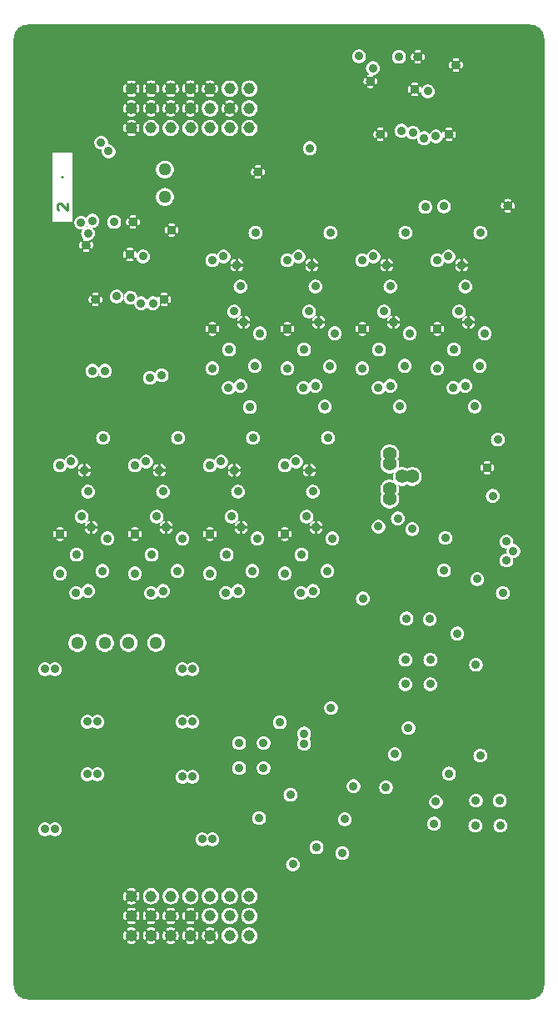
<source format=gbr>
G04 start of page 4 for group 2 idx 2 *
G04 Title: EPTPREAMPS, ground *
G04 Creator: pcb 1.99z *
G04 CreationDate: Do 09 Apr 2015 07:41:23 GMT UTC *
G04 For: stephan *
G04 Format: Gerber/RS-274X *
G04 PCB-Dimensions (mil): 2952.76 4724.41 *
G04 PCB-Coordinate-Origin: lower left *
%MOIN*%
%FSLAX25Y25*%
%LNGROUND*%
%ADD77C,0.0700*%
%ADD76C,0.0236*%
%ADD75C,0.0256*%
%ADD74C,0.0276*%
%ADD73C,0.0240*%
%ADD72C,0.0866*%
%ADD71C,0.0157*%
%ADD70C,0.0512*%
%ADD69C,0.0550*%
%ADD68C,0.0354*%
%ADD67C,0.0553*%
%ADD66C,0.0900*%
%ADD65C,0.1181*%
%ADD64C,0.0472*%
%ADD63C,0.1575*%
%ADD62C,0.0453*%
%ADD61C,0.0098*%
%ADD60C,0.0100*%
%ADD59C,0.0001*%
G54D59*G36*
X235996Y224312D02*X236020Y224008D01*
X236121Y223587D01*
X236287Y223186D01*
X236514Y222816D01*
X236795Y222486D01*
X237125Y222204D01*
X237495Y221978D01*
X237896Y221812D01*
X238318Y221711D01*
X238750Y221677D01*
X238931Y221691D01*
X238871Y221545D01*
X238770Y221123D01*
X238736Y220691D01*
X238770Y220258D01*
X238871Y219837D01*
X238931Y219691D01*
X238750Y219705D01*
X238318Y219671D01*
X237896Y219570D01*
X237495Y219404D01*
X237125Y219177D01*
X236795Y218896D01*
X236514Y218566D01*
X236287Y218196D01*
X236121Y217795D01*
X236020Y217373D01*
X235996Y217070D01*
Y224312D01*
G37*
G36*
X253937Y425197D02*Y47244D01*
X248031Y41339D01*
X241445D01*
Y216360D01*
X241480Y216508D01*
X241506Y216941D01*
X241480Y217373D01*
X241445Y217522D01*
Y217931D01*
X241500Y217927D01*
X241932Y217961D01*
X242354Y218062D01*
X242755Y218228D01*
X243125Y218454D01*
X243455Y218736D01*
X243736Y219066D01*
X243963Y219436D01*
X244129Y219837D01*
X244230Y220258D01*
X244256Y220691D01*
X244230Y221123D01*
X244129Y221545D01*
X243963Y221946D01*
X243736Y222316D01*
X243455Y222646D01*
X243125Y222927D01*
X242755Y223154D01*
X242354Y223320D01*
X241932Y223421D01*
X241500Y223455D01*
X241445Y223451D01*
Y223860D01*
X241480Y224008D01*
X241506Y224441D01*
X241480Y224873D01*
X241445Y225022D01*
Y357425D01*
X241511Y357439D01*
X241584Y357466D01*
X241651Y357504D01*
X241712Y357552D01*
X241765Y357609D01*
X241807Y357673D01*
X241838Y357744D01*
X241914Y357974D01*
X241966Y358210D01*
X241998Y358449D01*
X242009Y358691D01*
X241998Y358932D01*
X241966Y359172D01*
X241914Y359408D01*
X241841Y359638D01*
X241809Y359709D01*
X241766Y359774D01*
X241713Y359831D01*
X241652Y359880D01*
X241585Y359918D01*
X241512Y359945D01*
X241445Y359958D01*
Y431102D01*
X248031D01*
X253937Y425197D01*
G37*
G36*
X241445Y225022D02*X241379Y225295D01*
X241213Y225696D01*
X240986Y226066D01*
X240705Y226396D01*
X240375Y226677D01*
X240005Y226904D01*
X239604Y227070D01*
X239251Y227155D01*
Y355932D01*
X239491Y355943D01*
X239731Y355975D01*
X239967Y356027D01*
X240197Y356100D01*
X240268Y356132D01*
X240333Y356175D01*
X240390Y356228D01*
X240439Y356289D01*
X240477Y356356D01*
X240504Y356429D01*
X240519Y356505D01*
X240523Y356583D01*
X240514Y356660D01*
X240493Y356735D01*
X240460Y356806D01*
X240417Y356870D01*
X240365Y356928D01*
X240304Y356976D01*
X240236Y357014D01*
X240163Y357041D01*
X240087Y357057D01*
X240009Y357060D01*
X239932Y357051D01*
X239858Y357029D01*
X239711Y356980D01*
X239559Y356946D01*
X239405Y356926D01*
X239251Y356919D01*
Y360463D01*
X239405Y360456D01*
X239559Y360435D01*
X239711Y360402D01*
X239859Y360355D01*
X239933Y360333D01*
X240010Y360324D01*
X240087Y360327D01*
X240163Y360342D01*
X240235Y360369D01*
X240303Y360407D01*
X240364Y360455D01*
X240416Y360512D01*
X240459Y360577D01*
X240491Y360647D01*
X240512Y360722D01*
X240521Y360799D01*
X240518Y360876D01*
X240502Y360952D01*
X240475Y361025D01*
X240437Y361092D01*
X240389Y361153D01*
X240332Y361206D01*
X240268Y361248D01*
X240197Y361279D01*
X239967Y361355D01*
X239731Y361407D01*
X239491Y361439D01*
X239251Y361449D01*
Y431102D01*
X241445D01*
Y359958D01*
X241436Y359960D01*
X241358Y359964D01*
X241281Y359955D01*
X241206Y359934D01*
X241135Y359901D01*
X241070Y359858D01*
X241013Y359806D01*
X240965Y359745D01*
X240927Y359677D01*
X240900Y359604D01*
X240884Y359528D01*
X240881Y359450D01*
X240890Y359373D01*
X240912Y359299D01*
X240961Y359151D01*
X240994Y359000D01*
X241015Y358846D01*
X241022Y358691D01*
X241015Y358536D01*
X240994Y358382D01*
X240961Y358230D01*
X240914Y358082D01*
X240892Y358008D01*
X240883Y357931D01*
X240886Y357854D01*
X240901Y357778D01*
X240928Y357705D01*
X240966Y357638D01*
X241015Y357577D01*
X241072Y357525D01*
X241136Y357482D01*
X241206Y357450D01*
X241281Y357429D01*
X241358Y357420D01*
X241435Y357423D01*
X241445Y357425D01*
Y225022D01*
G37*
G36*
Y223451D02*X241319Y223441D01*
X241379Y223587D01*
X241445Y223860D01*
Y223451D01*
G37*
G36*
Y217522D02*X241379Y217795D01*
X241319Y217941D01*
X241445Y217931D01*
Y217522D01*
G37*
G36*
Y41339D02*X239251D01*
Y202040D01*
X239486Y202316D01*
X239713Y202686D01*
X239879Y203087D01*
X239980Y203508D01*
X240006Y203941D01*
X239980Y204373D01*
X239879Y204795D01*
X239713Y205196D01*
X239486Y205566D01*
X239251Y205842D01*
Y214227D01*
X239604Y214312D01*
X240005Y214478D01*
X240375Y214704D01*
X240705Y214986D01*
X240986Y215316D01*
X241213Y215686D01*
X241379Y216087D01*
X241445Y216360D01*
Y41339D01*
G37*
G36*
X239251Y227155D02*X239182Y227171D01*
X238750Y227205D01*
X238318Y227171D01*
X237896Y227070D01*
X237495Y226904D01*
X237125Y226677D01*
X237055Y226618D01*
Y263109D01*
X237205Y263236D01*
X237486Y263566D01*
X237713Y263936D01*
X237879Y264337D01*
X237980Y264758D01*
X238006Y265191D01*
X237980Y265623D01*
X237879Y266045D01*
X237713Y266446D01*
X237486Y266816D01*
X237205Y267146D01*
X237055Y267273D01*
Y357423D01*
X237064Y357422D01*
X237142Y357418D01*
X237219Y357427D01*
X237294Y357448D01*
X237365Y357481D01*
X237430Y357524D01*
X237487Y357576D01*
X237535Y357637D01*
X237573Y357705D01*
X237600Y357778D01*
X237616Y357854D01*
X237619Y357931D01*
X237610Y358009D01*
X237588Y358083D01*
X237539Y358230D01*
X237505Y358382D01*
X237485Y358536D01*
X237478Y358691D01*
X237485Y358846D01*
X237505Y359000D01*
X237539Y359151D01*
X237586Y359299D01*
X237608Y359374D01*
X237617Y359451D01*
X237614Y359528D01*
X237599Y359604D01*
X237572Y359676D01*
X237534Y359744D01*
X237485Y359805D01*
X237428Y359857D01*
X237364Y359900D01*
X237293Y359932D01*
X237219Y359953D01*
X237142Y359962D01*
X237065Y359959D01*
X237055Y359957D01*
Y431102D01*
X239251D01*
Y361449D01*
X239250Y361450D01*
X239009Y361439D01*
X238769Y361407D01*
X238533Y361355D01*
X238302Y361282D01*
X238232Y361250D01*
X238167Y361207D01*
X238110Y361154D01*
X238061Y361093D01*
X238023Y361026D01*
X237996Y360953D01*
X237981Y360877D01*
X237977Y360799D01*
X237986Y360722D01*
X238007Y360647D01*
X238040Y360576D01*
X238083Y360511D01*
X238135Y360454D01*
X238196Y360406D01*
X238264Y360368D01*
X238337Y360341D01*
X238413Y360325D01*
X238491Y360322D01*
X238568Y360331D01*
X238642Y360353D01*
X238789Y360402D01*
X238941Y360435D01*
X239095Y360456D01*
X239250Y360463D01*
X239251Y360463D01*
Y356919D01*
X239250Y356919D01*
X239095Y356926D01*
X238941Y356946D01*
X238789Y356980D01*
X238641Y357027D01*
X238567Y357049D01*
X238490Y357058D01*
X238413Y357055D01*
X238337Y357040D01*
X238265Y357013D01*
X238197Y356975D01*
X238136Y356926D01*
X238084Y356869D01*
X238041Y356805D01*
X238009Y356734D01*
X237988Y356660D01*
X237979Y356583D01*
X237982Y356505D01*
X237998Y356430D01*
X238025Y356357D01*
X238063Y356289D01*
X238111Y356229D01*
X238168Y356176D01*
X238232Y356134D01*
X238303Y356103D01*
X238533Y356027D01*
X238769Y355975D01*
X239009Y355943D01*
X239250Y355932D01*
X239251Y355932D01*
Y227155D01*
G37*
G36*
X237055Y267273D02*X236875Y267427D01*
X236505Y267654D01*
X236104Y267820D01*
X235996Y267846D01*
Y431102D01*
X237055D01*
Y359957D01*
X236989Y359943D01*
X236916Y359916D01*
X236849Y359878D01*
X236788Y359830D01*
X236735Y359773D01*
X236693Y359708D01*
X236662Y359638D01*
X236586Y359408D01*
X236534Y359172D01*
X236502Y358932D01*
X236491Y358691D01*
X236502Y358449D01*
X236534Y358210D01*
X236586Y357974D01*
X236659Y357743D01*
X236691Y357673D01*
X236734Y357608D01*
X236787Y357551D01*
X236848Y357502D01*
X236915Y357464D01*
X236988Y357437D01*
X237055Y357423D01*
Y267273D01*
G37*
G36*
Y226618D02*X236795Y226396D01*
X236514Y226066D01*
X236287Y225696D01*
X236121Y225295D01*
X236020Y224873D01*
X235996Y224570D01*
Y242519D01*
X236006Y242691D01*
X235996Y242863D01*
Y262536D01*
X236104Y262562D01*
X236505Y262728D01*
X236875Y262954D01*
X237055Y263109D01*
Y226618D01*
G37*
G36*
X239251Y205842D02*X239205Y205896D01*
X238875Y206177D01*
X238505Y206404D01*
X238104Y206570D01*
X237682Y206671D01*
X237250Y206705D01*
X236818Y206671D01*
X236396Y206570D01*
X235996Y206404D01*
Y216812D01*
X236020Y216508D01*
X236121Y216087D01*
X236287Y215686D01*
X236514Y215316D01*
X236795Y214986D01*
X237125Y214704D01*
X237495Y214478D01*
X237896Y214312D01*
X238318Y214211D01*
X238750Y214177D01*
X239182Y214211D01*
X239251Y214227D01*
Y205842D01*
G37*
G36*
Y41339D02*X235996D01*
Y108197D01*
X236250Y108177D01*
X236682Y108211D01*
X237104Y108312D01*
X237505Y108478D01*
X237875Y108704D01*
X238205Y108986D01*
X238486Y109316D01*
X238713Y109686D01*
X238879Y110087D01*
X238980Y110508D01*
X239006Y110941D01*
X238980Y111373D01*
X238879Y111795D01*
X238713Y112196D01*
X238486Y112566D01*
X238205Y112896D01*
X237875Y113177D01*
X237505Y113404D01*
X237104Y113570D01*
X236682Y113671D01*
X236250Y113705D01*
X235996Y113685D01*
Y118177D01*
X236000Y118177D01*
X236432Y118211D01*
X236854Y118312D01*
X237255Y118478D01*
X237625Y118704D01*
X237955Y118986D01*
X238236Y119316D01*
X238463Y119686D01*
X238629Y120087D01*
X238730Y120508D01*
X238756Y120941D01*
X238730Y121373D01*
X238629Y121795D01*
X238463Y122196D01*
X238236Y122566D01*
X237955Y122896D01*
X237625Y123177D01*
X237255Y123404D01*
X236854Y123570D01*
X236432Y123671D01*
X236000Y123705D01*
X235996Y123705D01*
Y201478D01*
X236396Y201312D01*
X236818Y201211D01*
X237250Y201177D01*
X237682Y201211D01*
X238104Y201312D01*
X238505Y201478D01*
X238875Y201704D01*
X239205Y201986D01*
X239251Y202040D01*
Y41339D01*
G37*
G36*
X233195Y263354D02*X233295Y263236D01*
X233625Y262954D01*
X233995Y262728D01*
X234396Y262562D01*
X234818Y262461D01*
X235250Y262427D01*
X235682Y262461D01*
X235996Y262536D01*
Y242863D01*
X235980Y243123D01*
X235879Y243545D01*
X235713Y243946D01*
X235486Y244316D01*
X235205Y244646D01*
X234875Y244927D01*
X234505Y245154D01*
X234104Y245320D01*
X233682Y245421D01*
X233250Y245455D01*
X233195Y245451D01*
Y252675D01*
X233261Y252689D01*
X233334Y252716D01*
X233401Y252754D01*
X233462Y252802D01*
X233515Y252859D01*
X233557Y252923D01*
X233588Y252994D01*
X233664Y253224D01*
X233716Y253460D01*
X233748Y253699D01*
X233759Y253941D01*
X233748Y254182D01*
X233716Y254422D01*
X233664Y254658D01*
X233591Y254888D01*
X233559Y254959D01*
X233516Y255024D01*
X233463Y255081D01*
X233402Y255130D01*
X233335Y255168D01*
X233262Y255195D01*
X233195Y255208D01*
Y263354D01*
G37*
G36*
Y431102D02*X235996D01*
Y267846D01*
X235682Y267921D01*
X235250Y267955D01*
X234818Y267921D01*
X234396Y267820D01*
X233995Y267654D01*
X233625Y267427D01*
X233295Y267146D01*
X233195Y267028D01*
Y431102D01*
G37*
G36*
X235996Y41339D02*X233195D01*
Y239931D01*
X233250Y239927D01*
X233682Y239961D01*
X234104Y240062D01*
X234505Y240228D01*
X234875Y240454D01*
X235205Y240736D01*
X235486Y241066D01*
X235713Y241436D01*
X235879Y241837D01*
X235980Y242258D01*
X235996Y242519D01*
Y224570D01*
X235986Y224441D01*
X235996Y224312D01*
Y217070D01*
X235986Y216941D01*
X235996Y216812D01*
Y206404D01*
X235995Y206404D01*
X235625Y206177D01*
X235295Y205896D01*
X235014Y205566D01*
X234787Y205196D01*
X234621Y204795D01*
X234520Y204373D01*
X234486Y203941D01*
X234520Y203508D01*
X234621Y203087D01*
X234787Y202686D01*
X235014Y202316D01*
X235295Y201986D01*
X235625Y201704D01*
X235995Y201478D01*
X235996Y201478D01*
Y123705D01*
X235568Y123671D01*
X235146Y123570D01*
X234745Y123404D01*
X234375Y123177D01*
X234045Y122896D01*
X233764Y122566D01*
X233537Y122196D01*
X233371Y121795D01*
X233270Y121373D01*
X233236Y120941D01*
X233270Y120508D01*
X233371Y120087D01*
X233537Y119686D01*
X233764Y119316D01*
X234045Y118986D01*
X234375Y118704D01*
X234745Y118478D01*
X235146Y118312D01*
X235568Y118211D01*
X235996Y118177D01*
Y113685D01*
X235818Y113671D01*
X235396Y113570D01*
X234995Y113404D01*
X234625Y113177D01*
X234295Y112896D01*
X234014Y112566D01*
X233787Y112196D01*
X233621Y111795D01*
X233520Y111373D01*
X233486Y110941D01*
X233520Y110508D01*
X233621Y110087D01*
X233787Y109686D01*
X234014Y109316D01*
X234295Y108986D01*
X234625Y108704D01*
X234995Y108478D01*
X235396Y108312D01*
X235818Y108211D01*
X235996Y108197D01*
Y41339D01*
G37*
G36*
X233195D02*X229996D01*
Y136808D01*
X230205Y136986D01*
X230486Y137316D01*
X230713Y137686D01*
X230879Y138087D01*
X230980Y138508D01*
X231006Y138941D01*
X230980Y139373D01*
X230879Y139795D01*
X230713Y140196D01*
X230486Y140566D01*
X230205Y140896D01*
X229996Y141074D01*
Y251378D01*
X230053Y251353D01*
X230283Y251277D01*
X230519Y251225D01*
X230759Y251193D01*
X231000Y251182D01*
X231241Y251193D01*
X231481Y251225D01*
X231717Y251277D01*
X231947Y251350D01*
X232018Y251382D01*
X232083Y251425D01*
X232140Y251478D01*
X232189Y251539D01*
X232227Y251606D01*
X232254Y251679D01*
X232269Y251755D01*
X232273Y251833D01*
X232264Y251910D01*
X232243Y251985D01*
X232210Y252056D01*
X232167Y252120D01*
X232115Y252178D01*
X232054Y252226D01*
X231986Y252264D01*
X231913Y252291D01*
X231837Y252307D01*
X231759Y252310D01*
X231682Y252301D01*
X231608Y252279D01*
X231461Y252230D01*
X231309Y252196D01*
X231155Y252176D01*
X231000Y252169D01*
X230845Y252176D01*
X230691Y252196D01*
X230539Y252230D01*
X230391Y252277D01*
X230317Y252299D01*
X230240Y252308D01*
X230163Y252305D01*
X230087Y252290D01*
X230015Y252263D01*
X229996Y252252D01*
Y255628D01*
X230014Y255618D01*
X230087Y255591D01*
X230163Y255575D01*
X230241Y255572D01*
X230318Y255581D01*
X230392Y255603D01*
X230539Y255652D01*
X230691Y255685D01*
X230845Y255706D01*
X231000Y255713D01*
X231155Y255706D01*
X231309Y255685D01*
X231461Y255652D01*
X231609Y255605D01*
X231683Y255583D01*
X231760Y255574D01*
X231837Y255577D01*
X231913Y255592D01*
X231985Y255619D01*
X232053Y255657D01*
X232114Y255705D01*
X232166Y255762D01*
X232209Y255827D01*
X232241Y255897D01*
X232262Y255972D01*
X232271Y256049D01*
X232268Y256126D01*
X232252Y256202D01*
X232225Y256275D01*
X232187Y256342D01*
X232139Y256403D01*
X232082Y256456D01*
X232018Y256498D01*
X231947Y256529D01*
X231717Y256605D01*
X231481Y256657D01*
X231241Y256689D01*
X231000Y256700D01*
X230759Y256689D01*
X230519Y256657D01*
X230283Y256605D01*
X230052Y256532D01*
X229996Y256506D01*
Y292784D01*
X230236Y293066D01*
X230463Y293436D01*
X230629Y293837D01*
X230730Y294258D01*
X230756Y294691D01*
X230730Y295123D01*
X230629Y295545D01*
X230463Y295946D01*
X230236Y296316D01*
X229996Y296598D01*
Y304927D01*
X230000Y304927D01*
X230432Y304961D01*
X230854Y305062D01*
X231255Y305228D01*
X231625Y305454D01*
X231955Y305736D01*
X232236Y306066D01*
X232463Y306436D01*
X232629Y306837D01*
X232730Y307258D01*
X232756Y307691D01*
X232730Y308123D01*
X232629Y308545D01*
X232463Y308946D01*
X232236Y309316D01*
X231955Y309646D01*
X231625Y309927D01*
X231255Y310154D01*
X230854Y310320D01*
X230432Y310421D01*
X230000Y310455D01*
X229996Y310455D01*
Y345808D01*
X230205Y345986D01*
X230486Y346316D01*
X230713Y346686D01*
X230879Y347087D01*
X230980Y347508D01*
X231006Y347941D01*
X230980Y348373D01*
X230879Y348795D01*
X230713Y349196D01*
X230486Y349566D01*
X230205Y349896D01*
X229996Y350074D01*
Y431102D01*
X233195D01*
Y267028D01*
X233014Y266816D01*
X232787Y266446D01*
X232621Y266045D01*
X232520Y265623D01*
X232486Y265191D01*
X232520Y264758D01*
X232621Y264337D01*
X232787Y263936D01*
X233014Y263566D01*
X233195Y263354D01*
Y255208D01*
X233186Y255210D01*
X233108Y255214D01*
X233031Y255205D01*
X232956Y255184D01*
X232885Y255151D01*
X232820Y255108D01*
X232763Y255056D01*
X232715Y254995D01*
X232677Y254927D01*
X232650Y254854D01*
X232634Y254778D01*
X232631Y254700D01*
X232640Y254623D01*
X232662Y254549D01*
X232711Y254401D01*
X232744Y254250D01*
X232765Y254096D01*
X232772Y253941D01*
X232765Y253786D01*
X232744Y253632D01*
X232711Y253480D01*
X232664Y253332D01*
X232642Y253258D01*
X232633Y253181D01*
X232636Y253104D01*
X232651Y253028D01*
X232678Y252955D01*
X232716Y252888D01*
X232765Y252827D01*
X232822Y252775D01*
X232886Y252732D01*
X232956Y252700D01*
X233031Y252679D01*
X233108Y252670D01*
X233185Y252673D01*
X233195Y252675D01*
Y245451D01*
X232818Y245421D01*
X232396Y245320D01*
X231995Y245154D01*
X231625Y244927D01*
X231295Y244646D01*
X231014Y244316D01*
X230787Y243946D01*
X230621Y243545D01*
X230520Y243123D01*
X230486Y242691D01*
X230520Y242258D01*
X230621Y241837D01*
X230787Y241436D01*
X231014Y241066D01*
X231295Y240736D01*
X231625Y240454D01*
X231995Y240228D01*
X232396Y240062D01*
X232818Y239961D01*
X233195Y239931D01*
Y41339D01*
G37*
G36*
X228805Y292050D02*X228854Y292062D01*
X229255Y292228D01*
X229625Y292454D01*
X229955Y292736D01*
X229996Y292784D01*
Y256506D01*
X229982Y256500D01*
X229917Y256457D01*
X229860Y256404D01*
X229811Y256343D01*
X229773Y256276D01*
X229746Y256203D01*
X229731Y256127D01*
X229727Y256049D01*
X229736Y255972D01*
X229757Y255897D01*
X229790Y255826D01*
X229833Y255761D01*
X229885Y255704D01*
X229946Y255656D01*
X229996Y255628D01*
Y252252D01*
X229947Y252225D01*
X229886Y252176D01*
X229834Y252119D01*
X229791Y252055D01*
X229759Y251984D01*
X229738Y251910D01*
X229729Y251833D01*
X229732Y251755D01*
X229748Y251680D01*
X229775Y251607D01*
X229813Y251539D01*
X229861Y251479D01*
X229918Y251426D01*
X229982Y251384D01*
X229996Y251378D01*
Y141074D01*
X229875Y141177D01*
X229505Y141404D01*
X229104Y141570D01*
X228805Y141642D01*
Y173678D01*
X228963Y173936D01*
X229129Y174337D01*
X229230Y174758D01*
X229256Y175191D01*
X229230Y175623D01*
X229129Y176045D01*
X228963Y176446D01*
X228805Y176704D01*
Y207359D01*
X228955Y207486D01*
X229236Y207816D01*
X229463Y208186D01*
X229629Y208587D01*
X229730Y209008D01*
X229756Y209441D01*
X229730Y209873D01*
X229629Y210295D01*
X229463Y210696D01*
X229236Y211066D01*
X228955Y211396D01*
X228805Y211523D01*
Y252673D01*
X228814Y252672D01*
X228892Y252668D01*
X228969Y252677D01*
X229044Y252698D01*
X229115Y252731D01*
X229180Y252774D01*
X229237Y252826D01*
X229285Y252887D01*
X229323Y252955D01*
X229350Y253028D01*
X229366Y253104D01*
X229369Y253181D01*
X229360Y253259D01*
X229338Y253333D01*
X229289Y253480D01*
X229255Y253632D01*
X229235Y253786D01*
X229228Y253941D01*
X229235Y254096D01*
X229255Y254250D01*
X229289Y254401D01*
X229336Y254549D01*
X229358Y254624D01*
X229367Y254701D01*
X229364Y254778D01*
X229349Y254854D01*
X229322Y254926D01*
X229284Y254994D01*
X229235Y255055D01*
X229178Y255107D01*
X229114Y255150D01*
X229043Y255182D01*
X228969Y255203D01*
X228892Y255212D01*
X228815Y255209D01*
X228805Y255207D01*
Y292050D01*
G37*
G36*
Y176704D02*X228736Y176816D01*
X228455Y177146D01*
X228125Y177427D01*
X227755Y177654D01*
X227354Y177820D01*
X226932Y177921D01*
X226500Y177955D01*
X226246Y177935D01*
Y206788D01*
X226568Y206711D01*
X227000Y206677D01*
X227432Y206711D01*
X227854Y206812D01*
X228255Y206978D01*
X228625Y207204D01*
X228805Y207359D01*
Y176704D01*
G37*
G36*
Y141642D02*X228682Y141671D01*
X228250Y141705D01*
X227818Y141671D01*
X227396Y141570D01*
X226995Y141404D01*
X226625Y141177D01*
X226295Y140896D01*
X226246Y140838D01*
Y172447D01*
X226500Y172427D01*
X226932Y172461D01*
X227354Y172562D01*
X227755Y172728D01*
X228125Y172954D01*
X228455Y173236D01*
X228736Y173566D01*
X228805Y173678D01*
Y141642D01*
G37*
G36*
X226246Y292565D02*X226375Y292454D01*
X226745Y292228D01*
X227146Y292062D01*
X227568Y291961D01*
X228000Y291927D01*
X228432Y291961D01*
X228805Y292050D01*
Y255207D01*
X228739Y255193D01*
X228666Y255166D01*
X228599Y255128D01*
X228538Y255080D01*
X228485Y255023D01*
X228443Y254958D01*
X228412Y254888D01*
X228336Y254658D01*
X228284Y254422D01*
X228252Y254182D01*
X228241Y253941D01*
X228252Y253699D01*
X228284Y253460D01*
X228336Y253224D01*
X228409Y252993D01*
X228441Y252923D01*
X228484Y252858D01*
X228537Y252801D01*
X228598Y252752D01*
X228665Y252714D01*
X228738Y252687D01*
X228805Y252673D01*
Y211523D01*
X228625Y211677D01*
X228255Y211904D01*
X227854Y212070D01*
X227432Y212171D01*
X227000Y212205D01*
X226568Y212171D01*
X226246Y212094D01*
Y275696D01*
X226432Y275711D01*
X226854Y275812D01*
X227255Y275978D01*
X227625Y276204D01*
X227955Y276486D01*
X228236Y276816D01*
X228463Y277186D01*
X228629Y277587D01*
X228730Y278008D01*
X228756Y278441D01*
X228730Y278873D01*
X228629Y279295D01*
X228463Y279696D01*
X228236Y280066D01*
X227955Y280396D01*
X227625Y280677D01*
X227255Y280904D01*
X226854Y281070D01*
X226432Y281171D01*
X226246Y281186D01*
Y292565D01*
G37*
G36*
Y346044D02*X226295Y345986D01*
X226625Y345704D01*
X226995Y345478D01*
X227396Y345312D01*
X227818Y345211D01*
X228250Y345177D01*
X228682Y345211D01*
X229104Y345312D01*
X229505Y345478D01*
X229875Y345704D01*
X229996Y345808D01*
Y310455D01*
X229568Y310421D01*
X229146Y310320D01*
X228745Y310154D01*
X228375Y309927D01*
X228045Y309646D01*
X227764Y309316D01*
X227537Y308946D01*
X227371Y308545D01*
X227270Y308123D01*
X227236Y307691D01*
X227270Y307258D01*
X227371Y306837D01*
X227537Y306436D01*
X227764Y306066D01*
X228045Y305736D01*
X228375Y305454D01*
X228745Y305228D01*
X229146Y305062D01*
X229568Y304961D01*
X229996Y304927D01*
Y296598D01*
X229955Y296646D01*
X229625Y296927D01*
X229255Y297154D01*
X228854Y297320D01*
X228432Y297421D01*
X228000Y297455D01*
X227568Y297421D01*
X227146Y297320D01*
X226745Y297154D01*
X226375Y296927D01*
X226246Y296817D01*
Y346044D01*
G37*
G36*
Y431102D02*X229996D01*
Y350074D01*
X229875Y350177D01*
X229505Y350404D01*
X229104Y350570D01*
X228682Y350671D01*
X228250Y350705D01*
X227818Y350671D01*
X227396Y350570D01*
X226995Y350404D01*
X226625Y350177D01*
X226295Y349896D01*
X226246Y349838D01*
Y431102D01*
G37*
G36*
X229996Y41339D02*X226246D01*
Y108177D01*
X226250Y108177D01*
X226682Y108211D01*
X227104Y108312D01*
X227505Y108478D01*
X227875Y108704D01*
X228205Y108986D01*
X228486Y109316D01*
X228713Y109686D01*
X228879Y110087D01*
X228980Y110508D01*
X229006Y110941D01*
X228980Y111373D01*
X228879Y111795D01*
X228713Y112196D01*
X228486Y112566D01*
X228205Y112896D01*
X227875Y113177D01*
X227505Y113404D01*
X227104Y113570D01*
X226682Y113671D01*
X226250Y113705D01*
X226246Y113705D01*
Y118197D01*
X226500Y118177D01*
X226932Y118211D01*
X227354Y118312D01*
X227755Y118478D01*
X228125Y118704D01*
X228455Y118986D01*
X228736Y119316D01*
X228963Y119686D01*
X229129Y120087D01*
X229230Y120508D01*
X229256Y120941D01*
X229230Y121373D01*
X229129Y121795D01*
X228963Y122196D01*
X228736Y122566D01*
X228455Y122896D01*
X228125Y123177D01*
X227755Y123404D01*
X227354Y123570D01*
X226932Y123671D01*
X226500Y123705D01*
X226246Y123685D01*
Y137044D01*
X226295Y136986D01*
X226625Y136704D01*
X226995Y136478D01*
X227396Y136312D01*
X227818Y136211D01*
X228250Y136177D01*
X228682Y136211D01*
X229104Y136312D01*
X229505Y136478D01*
X229875Y136704D01*
X229996Y136808D01*
Y41339D01*
G37*
G36*
X225004Y118625D02*X225245Y118478D01*
X225646Y118312D01*
X226068Y118211D01*
X226246Y118197D01*
Y113705D01*
X225818Y113671D01*
X225396Y113570D01*
X225004Y113408D01*
Y118625D01*
G37*
G36*
Y172875D02*X225245Y172728D01*
X225646Y172562D01*
X226068Y172461D01*
X226246Y172447D01*
Y140838D01*
X226014Y140566D01*
X225787Y140196D01*
X225621Y139795D01*
X225520Y139373D01*
X225486Y138941D01*
X225520Y138508D01*
X225621Y138087D01*
X225787Y137686D01*
X226014Y137316D01*
X226246Y137044D01*
Y123685D01*
X226068Y123671D01*
X225646Y123570D01*
X225245Y123404D01*
X225004Y123256D01*
Y172875D01*
G37*
G36*
Y207534D02*X225045Y207486D01*
X225375Y207204D01*
X225745Y206978D01*
X226146Y206812D01*
X226246Y206788D01*
Y177935D01*
X226068Y177921D01*
X225646Y177820D01*
X225245Y177654D01*
X225004Y177506D01*
Y207534D01*
G37*
G36*
Y275870D02*X225146Y275812D01*
X225568Y275711D01*
X226000Y275677D01*
X226246Y275696D01*
Y212094D01*
X226146Y212070D01*
X225745Y211904D01*
X225375Y211677D01*
X225045Y211396D01*
X225004Y211348D01*
Y275870D01*
G37*
G36*
Y286662D02*X225006Y286691D01*
X225004Y286720D01*
Y309882D01*
X225080Y309930D01*
X225272Y310077D01*
X225451Y310240D01*
X225614Y310419D01*
X225761Y310610D01*
X225891Y310814D01*
X226002Y311029D01*
X226030Y311102D01*
X226045Y311178D01*
X226048Y311255D01*
X226039Y311333D01*
X226018Y311408D01*
X225986Y311478D01*
X225943Y311543D01*
X225890Y311600D01*
X225830Y311649D01*
X225762Y311687D01*
X225689Y311714D01*
X225613Y311729D01*
X225535Y311732D01*
X225458Y311724D01*
X225383Y311703D01*
X225312Y311670D01*
X225248Y311627D01*
X225190Y311575D01*
X225142Y311514D01*
X225105Y311445D01*
X225035Y311307D01*
X225004Y311258D01*
Y313124D01*
X225035Y313075D01*
X225107Y312937D01*
X225143Y312869D01*
X225192Y312808D01*
X225249Y312756D01*
X225313Y312713D01*
X225384Y312681D01*
X225458Y312660D01*
X225535Y312651D01*
X225613Y312654D01*
X225688Y312670D01*
X225761Y312697D01*
X225829Y312735D01*
X225889Y312783D01*
X225942Y312840D01*
X225985Y312904D01*
X226017Y312975D01*
X226038Y313050D01*
X226046Y313126D01*
X226043Y313204D01*
X226028Y313280D01*
X225999Y313352D01*
X225891Y313567D01*
X225761Y313771D01*
X225614Y313963D01*
X225451Y314142D01*
X225272Y314305D01*
X225080Y314452D01*
X225004Y314500D01*
Y326412D01*
X225006Y326441D01*
X225004Y326470D01*
Y431102D01*
X226246D01*
Y349838D01*
X226014Y349566D01*
X225787Y349196D01*
X225621Y348795D01*
X225520Y348373D01*
X225486Y347941D01*
X225520Y347508D01*
X225621Y347087D01*
X225787Y346686D01*
X226014Y346316D01*
X226246Y346044D01*
Y296817D01*
X226045Y296646D01*
X225764Y296316D01*
X225537Y295946D01*
X225371Y295545D01*
X225270Y295123D01*
X225236Y294691D01*
X225270Y294258D01*
X225371Y293837D01*
X225537Y293436D01*
X225764Y293066D01*
X226045Y292736D01*
X226246Y292565D01*
Y281186D01*
X226000Y281205D01*
X225568Y281171D01*
X225146Y281070D01*
X225004Y281011D01*
Y286662D01*
G37*
G36*
X226246Y41339D02*X225004D01*
Y108474D01*
X225396Y108312D01*
X225818Y108211D01*
X226246Y108177D01*
Y41339D01*
G37*
G36*
X225004Y326470D02*X224980Y326873D01*
X224879Y327295D01*
X224713Y327696D01*
X224486Y328066D01*
X224205Y328396D01*
X223875Y328677D01*
X223505Y328904D01*
X223104Y329070D01*
X222682Y329171D01*
X222254Y329205D01*
Y332632D01*
X222330Y332680D01*
X222522Y332827D01*
X222701Y332990D01*
X222864Y333169D01*
X223011Y333360D01*
X223141Y333564D01*
X223252Y333779D01*
X223280Y333852D01*
X223295Y333928D01*
X223298Y334005D01*
X223289Y334083D01*
X223268Y334158D01*
X223236Y334228D01*
X223193Y334293D01*
X223140Y334350D01*
X223080Y334399D01*
X223012Y334437D01*
X222939Y334464D01*
X222863Y334479D01*
X222785Y334482D01*
X222708Y334474D01*
X222633Y334453D01*
X222562Y334420D01*
X222498Y334377D01*
X222440Y334325D01*
X222392Y334264D01*
X222355Y334195D01*
X222285Y334057D01*
X222254Y334008D01*
Y335874D01*
X222285Y335825D01*
X222357Y335687D01*
X222393Y335619D01*
X222442Y335558D01*
X222499Y335506D01*
X222563Y335463D01*
X222634Y335431D01*
X222708Y335410D01*
X222785Y335401D01*
X222863Y335404D01*
X222938Y335420D01*
X223011Y335447D01*
X223079Y335485D01*
X223139Y335533D01*
X223192Y335590D01*
X223235Y335654D01*
X223267Y335725D01*
X223288Y335800D01*
X223296Y335876D01*
X223293Y335954D01*
X223278Y336030D01*
X223249Y336102D01*
X223141Y336317D01*
X223011Y336521D01*
X222864Y336713D01*
X222701Y336892D01*
X222522Y337055D01*
X222330Y337202D01*
X222254Y337250D01*
Y431102D01*
X225004D01*
Y326470D01*
G37*
G36*
Y286720D02*X224980Y287123D01*
X224879Y287545D01*
X224713Y287946D01*
X224486Y288316D01*
X224205Y288646D01*
X223875Y288927D01*
X223505Y289154D01*
X223104Y289320D01*
X222682Y289421D01*
X222254Y289455D01*
Y309733D01*
X222338Y309689D01*
X222411Y309661D01*
X222487Y309646D01*
X222565Y309643D01*
X222642Y309652D01*
X222717Y309673D01*
X222787Y309705D01*
X222852Y309748D01*
X222909Y309801D01*
X222958Y309861D01*
X222996Y309929D01*
X223023Y310002D01*
X223038Y310078D01*
X223041Y310156D01*
X223033Y310233D01*
X223012Y310308D01*
X222979Y310379D01*
X222936Y310443D01*
X222884Y310501D01*
X222823Y310549D01*
X222754Y310586D01*
X222616Y310656D01*
X222485Y310739D01*
X222362Y310833D01*
X222254Y310932D01*
Y313450D01*
X222362Y313549D01*
X222485Y313643D01*
X222616Y313726D01*
X222754Y313798D01*
X222822Y313834D01*
X222883Y313883D01*
X222935Y313940D01*
X222978Y314004D01*
X223010Y314075D01*
X223031Y314149D01*
X223040Y314226D01*
X223037Y314304D01*
X223021Y314379D01*
X222994Y314452D01*
X222956Y314520D01*
X222908Y314580D01*
X222851Y314633D01*
X222786Y314675D01*
X222716Y314708D01*
X222641Y314729D01*
X222564Y314737D01*
X222487Y314734D01*
X222411Y314719D01*
X222339Y314690D01*
X222254Y314648D01*
Y315285D01*
X222379Y315587D01*
X222480Y316008D01*
X222506Y316441D01*
X222480Y316873D01*
X222379Y317295D01*
X222254Y317597D01*
Y323677D01*
X222682Y323711D01*
X223104Y323812D01*
X223505Y323978D01*
X223875Y324204D01*
X224205Y324486D01*
X224486Y324816D01*
X224713Y325186D01*
X224879Y325587D01*
X224980Y326008D01*
X225004Y326412D01*
Y314500D01*
X224876Y314582D01*
X224662Y314693D01*
X224589Y314720D01*
X224513Y314736D01*
X224435Y314739D01*
X224358Y314730D01*
X224283Y314709D01*
X224213Y314677D01*
X224148Y314634D01*
X224091Y314581D01*
X224042Y314520D01*
X224004Y314453D01*
X223977Y314380D01*
X223962Y314304D01*
X223959Y314226D01*
X223967Y314149D01*
X223988Y314074D01*
X224021Y314003D01*
X224064Y313939D01*
X224116Y313881D01*
X224177Y313833D01*
X224246Y313796D01*
X224384Y313726D01*
X224515Y313643D01*
X224638Y313549D01*
X224753Y313444D01*
X224858Y313329D01*
X224952Y313206D01*
X225004Y313124D01*
Y311258D01*
X224952Y311176D01*
X224858Y311053D01*
X224753Y310938D01*
X224638Y310833D01*
X224515Y310739D01*
X224384Y310656D01*
X224246Y310584D01*
X224178Y310547D01*
X224117Y310499D01*
X224065Y310442D01*
X224022Y310378D01*
X223990Y310307D01*
X223969Y310233D01*
X223960Y310156D01*
X223963Y310078D01*
X223979Y310002D01*
X224006Y309930D01*
X224044Y309862D01*
X224092Y309802D01*
X224149Y309749D01*
X224214Y309706D01*
X224284Y309674D01*
X224359Y309653D01*
X224436Y309644D01*
X224513Y309648D01*
X224589Y309663D01*
X224661Y309691D01*
X224876Y309800D01*
X225004Y309882D01*
Y286720D01*
G37*
G36*
Y41339D02*X222254D01*
Y283927D01*
X222682Y283961D01*
X223104Y284062D01*
X223505Y284228D01*
X223875Y284454D01*
X224205Y284736D01*
X224486Y285066D01*
X224713Y285436D01*
X224879Y285837D01*
X224980Y286258D01*
X225004Y286662D01*
Y281011D01*
X224745Y280904D01*
X224375Y280677D01*
X224045Y280396D01*
X223764Y280066D01*
X223537Y279696D01*
X223371Y279295D01*
X223270Y278873D01*
X223236Y278441D01*
X223270Y278008D01*
X223371Y277587D01*
X223537Y277186D01*
X223764Y276816D01*
X224045Y276486D01*
X224375Y276204D01*
X224745Y275978D01*
X225004Y275870D01*
Y211348D01*
X224764Y211066D01*
X224537Y210696D01*
X224371Y210295D01*
X224270Y209873D01*
X224236Y209441D01*
X224270Y209008D01*
X224371Y208587D01*
X224537Y208186D01*
X224764Y207816D01*
X225004Y207534D01*
Y177506D01*
X224875Y177427D01*
X224545Y177146D01*
X224264Y176816D01*
X224037Y176446D01*
X223871Y176045D01*
X223770Y175623D01*
X223736Y175191D01*
X223770Y174758D01*
X223871Y174337D01*
X224037Y173936D01*
X224264Y173566D01*
X224545Y173236D01*
X224875Y172954D01*
X225004Y172875D01*
Y123256D01*
X224875Y123177D01*
X224545Y122896D01*
X224264Y122566D01*
X224037Y122196D01*
X223871Y121795D01*
X223770Y121373D01*
X223736Y120941D01*
X223770Y120508D01*
X223871Y120087D01*
X224037Y119686D01*
X224264Y119316D01*
X224545Y118986D01*
X224875Y118704D01*
X225004Y118625D01*
Y113408D01*
X224995Y113404D01*
X224625Y113177D01*
X224295Y112896D01*
X224014Y112566D01*
X223787Y112196D01*
X223621Y111795D01*
X223520Y111373D01*
X223486Y110941D01*
X223520Y110508D01*
X223621Y110087D01*
X223787Y109686D01*
X224014Y109316D01*
X224295Y108986D01*
X224625Y108704D01*
X224995Y108478D01*
X225004Y108474D01*
Y41339D01*
G37*
G36*
X222254Y329205D02*X222250Y329205D01*
X221818Y329171D01*
X221396Y329070D01*
X220995Y328904D01*
X220695Y328720D01*
Y413675D01*
X220761Y413689D01*
X220834Y413716D01*
X220901Y413754D01*
X220962Y413802D01*
X221015Y413859D01*
X221057Y413923D01*
X221088Y413994D01*
X221164Y414224D01*
X221216Y414460D01*
X221248Y414699D01*
X221259Y414941D01*
X221248Y415182D01*
X221216Y415422D01*
X221164Y415658D01*
X221091Y415888D01*
X221059Y415959D01*
X221016Y416024D01*
X220963Y416081D01*
X220902Y416130D01*
X220835Y416168D01*
X220762Y416195D01*
X220695Y416208D01*
Y431102D01*
X222254D01*
Y337250D01*
X222126Y337332D01*
X221912Y337443D01*
X221839Y337470D01*
X221763Y337486D01*
X221685Y337489D01*
X221608Y337480D01*
X221533Y337459D01*
X221463Y337427D01*
X221398Y337384D01*
X221341Y337331D01*
X221292Y337270D01*
X221254Y337203D01*
X221227Y337130D01*
X221212Y337054D01*
X221209Y336976D01*
X221217Y336899D01*
X221238Y336824D01*
X221271Y336753D01*
X221314Y336689D01*
X221366Y336631D01*
X221427Y336583D01*
X221496Y336546D01*
X221634Y336476D01*
X221765Y336393D01*
X221888Y336299D01*
X222003Y336194D01*
X222108Y336079D01*
X222202Y335956D01*
X222254Y335874D01*
Y334008D01*
X222202Y333926D01*
X222108Y333803D01*
X222003Y333688D01*
X221888Y333583D01*
X221765Y333489D01*
X221634Y333406D01*
X221496Y333334D01*
X221428Y333297D01*
X221367Y333249D01*
X221315Y333192D01*
X221272Y333128D01*
X221240Y333057D01*
X221219Y332983D01*
X221210Y332906D01*
X221213Y332828D01*
X221229Y332752D01*
X221256Y332680D01*
X221294Y332612D01*
X221342Y332552D01*
X221399Y332499D01*
X221464Y332456D01*
X221534Y332424D01*
X221609Y332403D01*
X221686Y332394D01*
X221763Y332398D01*
X221839Y332413D01*
X221911Y332441D01*
X222126Y332550D01*
X222254Y332632D01*
Y329205D01*
G37*
G36*
Y317597D02*X222213Y317696D01*
X221986Y318066D01*
X221705Y318396D01*
X221375Y318677D01*
X221005Y318904D01*
X220695Y319033D01*
Y324162D01*
X220995Y323978D01*
X221396Y323812D01*
X221818Y323711D01*
X222250Y323677D01*
X222254Y323677D01*
Y317597D01*
G37*
G36*
Y289455D02*X222250Y289455D01*
X221818Y289421D01*
X221396Y289320D01*
X220995Y289154D01*
X220695Y288970D01*
Y313849D01*
X221005Y313978D01*
X221375Y314204D01*
X221705Y314486D01*
X221986Y314816D01*
X222213Y315186D01*
X222254Y315285D01*
Y314648D01*
X222124Y314582D01*
X221920Y314452D01*
X221728Y314305D01*
X221549Y314142D01*
X221386Y313963D01*
X221239Y313771D01*
X221109Y313567D01*
X220998Y313353D01*
X220970Y313280D01*
X220955Y313204D01*
X220952Y313126D01*
X220961Y313049D01*
X220982Y312974D01*
X221014Y312904D01*
X221057Y312839D01*
X221110Y312782D01*
X221170Y312733D01*
X221238Y312695D01*
X221311Y312668D01*
X221387Y312653D01*
X221465Y312649D01*
X221542Y312658D01*
X221617Y312679D01*
X221688Y312712D01*
X221752Y312755D01*
X221810Y312807D01*
X221858Y312868D01*
X221895Y312936D01*
X221965Y313075D01*
X222048Y313206D01*
X222142Y313329D01*
X222247Y313444D01*
X222254Y313450D01*
Y310932D01*
X222247Y310938D01*
X222142Y311053D01*
X222048Y311176D01*
X221965Y311307D01*
X221893Y311445D01*
X221857Y311513D01*
X221808Y311574D01*
X221751Y311626D01*
X221687Y311669D01*
X221616Y311701D01*
X221542Y311722D01*
X221465Y311731D01*
X221387Y311727D01*
X221312Y311712D01*
X221239Y311685D01*
X221171Y311647D01*
X221111Y311599D01*
X221058Y311542D01*
X221015Y311477D01*
X220983Y311407D01*
X220962Y311332D01*
X220954Y311255D01*
X220957Y311178D01*
X220972Y311102D01*
X221000Y311030D01*
X221109Y310814D01*
X221239Y310610D01*
X221386Y310419D01*
X221549Y310240D01*
X221728Y310077D01*
X221920Y309930D01*
X222124Y309800D01*
X222254Y309733D01*
Y289455D01*
G37*
G36*
Y41339D02*X220695D01*
Y185514D01*
X220955Y185736D01*
X221236Y186066D01*
X221463Y186436D01*
X221629Y186837D01*
X221730Y187258D01*
X221756Y187691D01*
X221730Y188123D01*
X221629Y188545D01*
X221463Y188946D01*
X221236Y189316D01*
X220955Y189646D01*
X220695Y189868D01*
Y284412D01*
X220995Y284228D01*
X221396Y284062D01*
X221818Y283961D01*
X222250Y283927D01*
X222254Y283927D01*
Y41339D01*
G37*
G36*
X220695Y328720D02*X220625Y328677D01*
X220295Y328396D01*
X220014Y328066D01*
X219871Y327833D01*
Y332399D01*
X219892Y332402D01*
X219967Y332423D01*
X220037Y332455D01*
X220102Y332498D01*
X220159Y332551D01*
X220208Y332611D01*
X220246Y332679D01*
X220273Y332752D01*
X220288Y332828D01*
X220291Y332906D01*
X220283Y332983D01*
X220262Y333058D01*
X220229Y333129D01*
X220186Y333193D01*
X220134Y333251D01*
X220073Y333299D01*
X220004Y333336D01*
X219871Y333403D01*
Y336479D01*
X220004Y336548D01*
X220072Y336584D01*
X220133Y336633D01*
X220185Y336690D01*
X220228Y336754D01*
X220260Y336825D01*
X220281Y336899D01*
X220290Y336976D01*
X220287Y337054D01*
X220271Y337129D01*
X220244Y337202D01*
X220206Y337270D01*
X220158Y337330D01*
X220101Y337383D01*
X220036Y337425D01*
X219966Y337458D01*
X219891Y337479D01*
X219871Y337481D01*
Y431102D01*
X220695D01*
Y416208D01*
X220686Y416210D01*
X220608Y416214D01*
X220531Y416205D01*
X220456Y416184D01*
X220385Y416151D01*
X220320Y416108D01*
X220263Y416056D01*
X220215Y415995D01*
X220177Y415927D01*
X220150Y415854D01*
X220134Y415778D01*
X220131Y415700D01*
X220140Y415623D01*
X220162Y415549D01*
X220211Y415401D01*
X220244Y415250D01*
X220265Y415096D01*
X220272Y414941D01*
X220265Y414786D01*
X220244Y414632D01*
X220211Y414480D01*
X220164Y414332D01*
X220142Y414258D01*
X220133Y414181D01*
X220136Y414104D01*
X220151Y414028D01*
X220178Y413955D01*
X220216Y413888D01*
X220265Y413827D01*
X220322Y413775D01*
X220386Y413732D01*
X220456Y413700D01*
X220531Y413679D01*
X220608Y413670D01*
X220685Y413673D01*
X220695Y413675D01*
Y328720D01*
G37*
G36*
Y319033D02*X220604Y319070D01*
X220182Y319171D01*
X219871Y319196D01*
Y325049D01*
X220014Y324816D01*
X220295Y324486D01*
X220625Y324204D01*
X220695Y324162D01*
Y319033D01*
G37*
G36*
Y288970D02*X220625Y288927D01*
X220295Y288646D01*
X220014Y288316D01*
X219871Y288083D01*
Y299431D01*
X219986Y299566D01*
X220213Y299936D01*
X220379Y300337D01*
X220480Y300758D01*
X220506Y301191D01*
X220480Y301623D01*
X220379Y302045D01*
X220213Y302446D01*
X219986Y302816D01*
X219871Y302951D01*
Y313686D01*
X220182Y313711D01*
X220604Y313812D01*
X220695Y313849D01*
Y288970D01*
G37*
G36*
Y189868D02*X220625Y189927D01*
X220255Y190154D01*
X219871Y190313D01*
Y284535D01*
X219963Y284686D01*
X220086Y284982D01*
X220295Y284736D01*
X220625Y284454D01*
X220695Y284412D01*
Y189868D01*
G37*
G36*
Y41339D02*X219871D01*
Y185069D01*
X220255Y185228D01*
X220625Y185454D01*
X220695Y185514D01*
Y41339D01*
G37*
G36*
X218501Y283373D02*X218755Y283478D01*
X219125Y283704D01*
X219455Y283986D01*
X219736Y284316D01*
X219871Y284535D01*
Y190313D01*
X219854Y190320D01*
X219432Y190421D01*
X219000Y190455D01*
X218568Y190421D01*
X218501Y190405D01*
Y283373D01*
G37*
G36*
Y298537D02*X218604Y298562D01*
X219005Y298728D01*
X219375Y298954D01*
X219705Y299236D01*
X219871Y299431D01*
Y288083D01*
X219787Y287946D01*
X219664Y287650D01*
X219455Y287896D01*
X219125Y288177D01*
X218755Y288404D01*
X218501Y288509D01*
Y298537D01*
G37*
G36*
Y313975D02*X218896Y313812D01*
X219318Y313711D01*
X219750Y313677D01*
X219871Y313686D01*
Y302951D01*
X219705Y303146D01*
X219375Y303427D01*
X219005Y303654D01*
X218604Y303820D01*
X218501Y303845D01*
Y313975D01*
G37*
G36*
Y333345D02*X218636Y333169D01*
X218799Y332990D01*
X218978Y332827D01*
X219170Y332680D01*
X219374Y332550D01*
X219588Y332439D01*
X219661Y332411D01*
X219737Y332396D01*
X219815Y332393D01*
X219871Y332399D01*
Y327833D01*
X219787Y327696D01*
X219621Y327295D01*
X219520Y326873D01*
X219486Y326441D01*
X219520Y326008D01*
X219621Y325587D01*
X219787Y325186D01*
X219871Y325049D01*
Y319196D01*
X219750Y319205D01*
X219318Y319171D01*
X218896Y319070D01*
X218501Y318906D01*
Y333345D01*
G37*
G36*
Y335441D02*X218561Y335418D01*
X218637Y335403D01*
X218715Y335399D01*
X218792Y335408D01*
X218867Y335429D01*
X218938Y335462D01*
X219002Y335505D01*
X219060Y335557D01*
X219108Y335618D01*
X219145Y335686D01*
X219215Y335825D01*
X219298Y335956D01*
X219392Y336079D01*
X219497Y336194D01*
X219612Y336299D01*
X219735Y336393D01*
X219866Y336476D01*
X219871Y336479D01*
Y333403D01*
X219866Y333406D01*
X219735Y333489D01*
X219612Y333583D01*
X219497Y333688D01*
X219392Y333803D01*
X219298Y333926D01*
X219215Y334057D01*
X219143Y334195D01*
X219107Y334263D01*
X219058Y334324D01*
X219001Y334376D01*
X218937Y334419D01*
X218866Y334451D01*
X218792Y334472D01*
X218715Y334481D01*
X218637Y334477D01*
X218562Y334462D01*
X218501Y334440D01*
Y335441D01*
G37*
G36*
Y431102D02*X219871D01*
Y337481D01*
X219814Y337487D01*
X219737Y337484D01*
X219661Y337469D01*
X219589Y337440D01*
X219374Y337332D01*
X219170Y337202D01*
X218978Y337055D01*
X218799Y336892D01*
X218636Y336713D01*
X218501Y336537D01*
Y387015D01*
X218509Y387191D01*
X218501Y387367D01*
Y412182D01*
X218741Y412193D01*
X218981Y412225D01*
X219217Y412277D01*
X219447Y412350D01*
X219518Y412382D01*
X219583Y412425D01*
X219640Y412478D01*
X219689Y412539D01*
X219727Y412606D01*
X219754Y412679D01*
X219769Y412755D01*
X219773Y412833D01*
X219764Y412910D01*
X219743Y412985D01*
X219710Y413056D01*
X219667Y413120D01*
X219615Y413178D01*
X219554Y413226D01*
X219486Y413264D01*
X219413Y413291D01*
X219337Y413307D01*
X219259Y413310D01*
X219182Y413301D01*
X219108Y413279D01*
X218961Y413230D01*
X218809Y413196D01*
X218655Y413176D01*
X218501Y413169D01*
Y416713D01*
X218655Y416706D01*
X218809Y416685D01*
X218961Y416652D01*
X219109Y416605D01*
X219183Y416583D01*
X219260Y416574D01*
X219337Y416577D01*
X219413Y416592D01*
X219485Y416619D01*
X219553Y416657D01*
X219614Y416705D01*
X219666Y416762D01*
X219709Y416827D01*
X219741Y416897D01*
X219762Y416972D01*
X219771Y417049D01*
X219768Y417126D01*
X219752Y417202D01*
X219725Y417275D01*
X219687Y417342D01*
X219639Y417403D01*
X219582Y417456D01*
X219518Y417498D01*
X219447Y417529D01*
X219217Y417605D01*
X218981Y417657D01*
X218741Y417689D01*
X218501Y417699D01*
Y431102D01*
G37*
G36*
X219871Y41339D02*X218501D01*
Y131605D01*
X218506Y131691D01*
X218501Y131777D01*
Y184977D01*
X218568Y184961D01*
X219000Y184927D01*
X219432Y184961D01*
X219854Y185062D01*
X219871Y185069D01*
Y41339D01*
G37*
G36*
X216305Y187110D02*X216371Y186837D01*
X216537Y186436D01*
X216764Y186066D01*
X217045Y185736D01*
X217375Y185454D01*
X217745Y185228D01*
X218146Y185062D01*
X218501Y184977D01*
Y131777D01*
X218480Y132123D01*
X218379Y132545D01*
X218213Y132946D01*
X217986Y133316D01*
X217705Y133646D01*
X217375Y133927D01*
X217005Y134154D01*
X216604Y134320D01*
X216305Y134392D01*
Y187110D01*
G37*
G36*
Y298844D02*X216495Y298728D01*
X216896Y298562D01*
X217318Y298461D01*
X217750Y298427D01*
X218182Y298461D01*
X218501Y298537D01*
Y288509D01*
X218354Y288570D01*
X217932Y288671D01*
X217500Y288705D01*
X217068Y288671D01*
X216646Y288570D01*
X216305Y288429D01*
Y298844D01*
G37*
G36*
Y335800D02*X216354Y335812D01*
X216755Y335978D01*
X217125Y336204D01*
X217455Y336486D01*
X217736Y336816D01*
X217963Y337186D01*
X218129Y337587D01*
X218230Y338008D01*
X218256Y338441D01*
X218230Y338873D01*
X218129Y339295D01*
X217963Y339696D01*
X217736Y340066D01*
X217455Y340396D01*
X217125Y340677D01*
X216755Y340904D01*
X216354Y341070D01*
X216305Y341082D01*
Y357408D01*
X216379Y357587D01*
X216480Y358008D01*
X216506Y358441D01*
X216480Y358873D01*
X216379Y359295D01*
X216305Y359474D01*
Y384491D01*
X216467Y384527D01*
X216697Y384600D01*
X216768Y384632D01*
X216833Y384675D01*
X216890Y384728D01*
X216939Y384789D01*
X216977Y384856D01*
X217004Y384929D01*
X217019Y385005D01*
X217023Y385083D01*
X217014Y385160D01*
X216993Y385235D01*
X216960Y385306D01*
X216917Y385370D01*
X216865Y385428D01*
X216804Y385476D01*
X216736Y385514D01*
X216663Y385541D01*
X216587Y385557D01*
X216509Y385560D01*
X216432Y385551D01*
X216358Y385529D01*
X216305Y385511D01*
Y388872D01*
X216359Y388855D01*
X216433Y388833D01*
X216510Y388824D01*
X216587Y388827D01*
X216663Y388842D01*
X216735Y388869D01*
X216803Y388907D01*
X216864Y388955D01*
X216916Y389012D01*
X216959Y389077D01*
X216991Y389147D01*
X217012Y389222D01*
X217021Y389299D01*
X217018Y389376D01*
X217002Y389452D01*
X216975Y389525D01*
X216937Y389592D01*
X216889Y389653D01*
X216832Y389706D01*
X216768Y389748D01*
X216697Y389779D01*
X216467Y389855D01*
X216305Y389891D01*
Y413673D01*
X216314Y413672D01*
X216392Y413668D01*
X216469Y413677D01*
X216544Y413698D01*
X216615Y413731D01*
X216680Y413774D01*
X216737Y413826D01*
X216785Y413887D01*
X216823Y413955D01*
X216850Y414028D01*
X216866Y414104D01*
X216869Y414181D01*
X216860Y414259D01*
X216838Y414333D01*
X216789Y414480D01*
X216755Y414632D01*
X216735Y414786D01*
X216728Y414941D01*
X216735Y415096D01*
X216755Y415250D01*
X216789Y415401D01*
X216836Y415549D01*
X216858Y415624D01*
X216867Y415701D01*
X216864Y415778D01*
X216849Y415854D01*
X216822Y415926D01*
X216784Y415994D01*
X216735Y416055D01*
X216678Y416107D01*
X216614Y416150D01*
X216543Y416182D01*
X216469Y416203D01*
X216392Y416212D01*
X216315Y416209D01*
X216305Y416207D01*
Y431102D01*
X218501D01*
Y417699D01*
X218500Y417700D01*
X218259Y417689D01*
X218019Y417657D01*
X217783Y417605D01*
X217552Y417532D01*
X217482Y417500D01*
X217417Y417457D01*
X217360Y417404D01*
X217311Y417343D01*
X217273Y417276D01*
X217246Y417203D01*
X217231Y417127D01*
X217227Y417049D01*
X217236Y416972D01*
X217257Y416897D01*
X217290Y416826D01*
X217333Y416761D01*
X217385Y416704D01*
X217446Y416656D01*
X217514Y416618D01*
X217587Y416591D01*
X217663Y416575D01*
X217741Y416572D01*
X217818Y416581D01*
X217892Y416603D01*
X218039Y416652D01*
X218191Y416685D01*
X218345Y416706D01*
X218500Y416713D01*
X218501Y416713D01*
Y413169D01*
X218500Y413169D01*
X218345Y413176D01*
X218191Y413196D01*
X218039Y413230D01*
X217891Y413277D01*
X217817Y413299D01*
X217740Y413308D01*
X217663Y413305D01*
X217587Y413290D01*
X217515Y413263D01*
X217447Y413225D01*
X217386Y413176D01*
X217334Y413119D01*
X217291Y413055D01*
X217259Y412984D01*
X217238Y412910D01*
X217229Y412833D01*
X217232Y412755D01*
X217248Y412680D01*
X217275Y412607D01*
X217313Y412539D01*
X217361Y412479D01*
X217418Y412426D01*
X217482Y412384D01*
X217553Y412353D01*
X217783Y412277D01*
X218019Y412225D01*
X218259Y412193D01*
X218500Y412182D01*
X218501Y412182D01*
Y387367D01*
X218498Y387432D01*
X218466Y387672D01*
X218414Y387908D01*
X218341Y388138D01*
X218309Y388209D01*
X218266Y388274D01*
X218213Y388331D01*
X218152Y388380D01*
X218085Y388418D01*
X218012Y388445D01*
X217936Y388460D01*
X217858Y388464D01*
X217781Y388455D01*
X217706Y388434D01*
X217635Y388401D01*
X217570Y388358D01*
X217513Y388306D01*
X217465Y388245D01*
X217427Y388177D01*
X217400Y388104D01*
X217384Y388028D01*
X217381Y387950D01*
X217390Y387873D01*
X217412Y387799D01*
X217461Y387651D01*
X217494Y387500D01*
X217515Y387346D01*
X217522Y387191D01*
X217515Y387036D01*
X217494Y386882D01*
X217461Y386730D01*
X217414Y386582D01*
X217392Y386508D01*
X217383Y386431D01*
X217386Y386354D01*
X217401Y386278D01*
X217428Y386205D01*
X217466Y386138D01*
X217515Y386077D01*
X217572Y386025D01*
X217636Y385982D01*
X217706Y385950D01*
X217781Y385929D01*
X217858Y385920D01*
X217935Y385923D01*
X218011Y385939D01*
X218084Y385966D01*
X218151Y386004D01*
X218212Y386052D01*
X218265Y386109D01*
X218307Y386173D01*
X218338Y386244D01*
X218414Y386474D01*
X218466Y386710D01*
X218498Y386949D01*
X218501Y387015D01*
Y336537D01*
X218489Y336521D01*
X218359Y336317D01*
X218248Y336103D01*
X218220Y336030D01*
X218205Y335954D01*
X218202Y335876D01*
X218211Y335799D01*
X218232Y335724D01*
X218264Y335654D01*
X218307Y335589D01*
X218360Y335532D01*
X218420Y335483D01*
X218488Y335445D01*
X218501Y335441D01*
Y334440D01*
X218489Y334435D01*
X218421Y334397D01*
X218361Y334349D01*
X218308Y334292D01*
X218265Y334227D01*
X218233Y334157D01*
X218212Y334082D01*
X218204Y334005D01*
X218207Y333928D01*
X218222Y333852D01*
X218250Y333780D01*
X218359Y333564D01*
X218489Y333360D01*
X218501Y333345D01*
Y318906D01*
X218495Y318904D01*
X218125Y318677D01*
X217795Y318396D01*
X217514Y318066D01*
X217287Y317696D01*
X217121Y317295D01*
X217020Y316873D01*
X216986Y316441D01*
X217020Y316008D01*
X217121Y315587D01*
X217287Y315186D01*
X217514Y314816D01*
X217795Y314486D01*
X218125Y314204D01*
X218495Y313978D01*
X218501Y313975D01*
Y303845D01*
X218182Y303921D01*
X217750Y303955D01*
X217318Y303921D01*
X216896Y303820D01*
X216495Y303654D01*
X216305Y303538D01*
Y335800D01*
G37*
G36*
Y211908D02*X216379Y212087D01*
X216480Y212508D01*
X216506Y212941D01*
X216480Y213373D01*
X216379Y213795D01*
X216305Y213974D01*
Y224104D01*
X216486Y224316D01*
X216713Y224686D01*
X216879Y225087D01*
X216980Y225508D01*
X217006Y225941D01*
X216980Y226373D01*
X216879Y226795D01*
X216713Y227196D01*
X216486Y227566D01*
X216305Y227778D01*
Y283453D01*
X216646Y283312D01*
X217068Y283211D01*
X217500Y283177D01*
X217932Y283211D01*
X218354Y283312D01*
X218501Y283373D01*
Y190405D01*
X218146Y190320D01*
X217745Y190154D01*
X217375Y189927D01*
X217045Y189646D01*
X216764Y189316D01*
X216537Y188946D01*
X216371Y188545D01*
X216305Y188272D01*
Y211908D01*
G37*
G36*
X218501Y41339D02*X216305D01*
Y128990D01*
X216604Y129062D01*
X217005Y129228D01*
X217375Y129454D01*
X217705Y129736D01*
X217986Y130066D01*
X218213Y130436D01*
X218379Y130837D01*
X218480Y131258D01*
X218501Y131605D01*
Y41339D01*
G37*
G36*
X216305Y359474D02*X216213Y359696D01*
X215986Y360066D01*
X215705Y360396D01*
X215375Y360677D01*
X215005Y360904D01*
X214604Y361070D01*
X214182Y361171D01*
X213750Y361205D01*
X213318Y361171D01*
X212896Y361070D01*
X212495Y360904D01*
X212125Y360677D01*
X211795Y360396D01*
X211514Y360066D01*
X211287Y359696D01*
X211121Y359295D01*
X211020Y358873D01*
X210996Y358570D01*
Y383726D01*
X211354Y383812D01*
X211755Y383978D01*
X212125Y384204D01*
X212455Y384486D01*
X212736Y384816D01*
X212963Y385186D01*
X213129Y385587D01*
X213230Y386008D01*
X213236Y386106D01*
X213287Y386051D01*
X213348Y386002D01*
X213415Y385964D01*
X213488Y385937D01*
X213564Y385922D01*
X213642Y385918D01*
X213719Y385927D01*
X213794Y385948D01*
X213865Y385981D01*
X213930Y386024D01*
X213987Y386076D01*
X214035Y386137D01*
X214073Y386205D01*
X214100Y386278D01*
X214116Y386354D01*
X214119Y386431D01*
X214110Y386509D01*
X214088Y386583D01*
X214039Y386730D01*
X214005Y386882D01*
X213985Y387036D01*
X213978Y387191D01*
X213985Y387346D01*
X214005Y387500D01*
X214039Y387651D01*
X214086Y387799D01*
X214108Y387874D01*
X214117Y387951D01*
X214114Y388028D01*
X214099Y388104D01*
X214072Y388176D01*
X214034Y388244D01*
X213985Y388305D01*
X213928Y388357D01*
X213864Y388400D01*
X213793Y388432D01*
X213719Y388453D01*
X213642Y388462D01*
X213565Y388459D01*
X213489Y388443D01*
X213416Y388416D01*
X213349Y388378D01*
X213288Y388330D01*
X213235Y388273D01*
X213193Y388208D01*
X213162Y388138D01*
X213086Y387908D01*
X213034Y387672D01*
X213019Y387561D01*
X212963Y387696D01*
X212736Y388066D01*
X212455Y388396D01*
X212125Y388677D01*
X211755Y388904D01*
X211354Y389070D01*
X210996Y389156D01*
Y431102D01*
X216305D01*
Y416207D01*
X216239Y416193D01*
X216166Y416166D01*
X216099Y416128D01*
X216038Y416080D01*
X215985Y416023D01*
X215943Y415958D01*
X215912Y415888D01*
X215836Y415658D01*
X215784Y415422D01*
X215752Y415182D01*
X215741Y414941D01*
X215752Y414699D01*
X215784Y414460D01*
X215836Y414224D01*
X215909Y413993D01*
X215941Y413923D01*
X215984Y413858D01*
X216037Y413801D01*
X216098Y413752D01*
X216165Y413714D01*
X216238Y413687D01*
X216305Y413673D01*
Y389891D01*
X216231Y389907D01*
X215991Y389939D01*
X215750Y389950D01*
X215509Y389939D01*
X215269Y389907D01*
X215033Y389855D01*
X214802Y389782D01*
X214732Y389750D01*
X214667Y389707D01*
X214610Y389654D01*
X214561Y389593D01*
X214523Y389526D01*
X214496Y389453D01*
X214481Y389377D01*
X214477Y389299D01*
X214486Y389222D01*
X214507Y389147D01*
X214540Y389076D01*
X214583Y389011D01*
X214635Y388954D01*
X214696Y388906D01*
X214764Y388868D01*
X214837Y388841D01*
X214913Y388825D01*
X214991Y388822D01*
X215068Y388831D01*
X215142Y388853D01*
X215289Y388902D01*
X215441Y388935D01*
X215595Y388956D01*
X215750Y388963D01*
X215905Y388956D01*
X216059Y388935D01*
X216211Y388902D01*
X216305Y388872D01*
Y385511D01*
X216211Y385480D01*
X216059Y385446D01*
X215905Y385426D01*
X215750Y385419D01*
X215595Y385426D01*
X215441Y385446D01*
X215289Y385480D01*
X215141Y385527D01*
X215067Y385549D01*
X214990Y385558D01*
X214913Y385555D01*
X214837Y385540D01*
X214765Y385513D01*
X214697Y385475D01*
X214636Y385426D01*
X214584Y385369D01*
X214541Y385305D01*
X214509Y385234D01*
X214488Y385160D01*
X214479Y385083D01*
X214482Y385005D01*
X214498Y384930D01*
X214525Y384857D01*
X214563Y384789D01*
X214611Y384729D01*
X214668Y384676D01*
X214732Y384634D01*
X214803Y384603D01*
X215033Y384527D01*
X215269Y384475D01*
X215509Y384443D01*
X215750Y384432D01*
X215991Y384443D01*
X216231Y384475D01*
X216305Y384491D01*
Y359474D01*
G37*
G36*
Y341082D02*X215932Y341171D01*
X215500Y341205D01*
X215068Y341171D01*
X214646Y341070D01*
X214245Y340904D01*
X213875Y340677D01*
X213545Y340396D01*
X213264Y340066D01*
X213037Y339696D01*
X212871Y339295D01*
X212806Y339023D01*
X212625Y339177D01*
X212255Y339404D01*
X211854Y339570D01*
X211432Y339671D01*
X211000Y339705D01*
X210996Y339705D01*
Y358312D01*
X211020Y358008D01*
X211121Y357587D01*
X211287Y357186D01*
X211514Y356816D01*
X211795Y356486D01*
X212125Y356204D01*
X212495Y355978D01*
X212896Y355812D01*
X213318Y355711D01*
X213750Y355677D01*
X214182Y355711D01*
X214604Y355812D01*
X215005Y355978D01*
X215375Y356204D01*
X215705Y356486D01*
X215986Y356816D01*
X216213Y357186D01*
X216305Y357408D01*
Y341082D01*
G37*
G36*
X213195Y292017D02*X213236Y292066D01*
X213463Y292436D01*
X213629Y292837D01*
X213730Y293258D01*
X213756Y293691D01*
X213730Y294123D01*
X213629Y294545D01*
X213463Y294946D01*
X213236Y295316D01*
X213195Y295365D01*
Y308175D01*
X213261Y308189D01*
X213334Y308216D01*
X213401Y308254D01*
X213462Y308302D01*
X213515Y308359D01*
X213557Y308423D01*
X213588Y308494D01*
X213664Y308724D01*
X213716Y308960D01*
X213748Y309199D01*
X213759Y309441D01*
X213748Y309682D01*
X213716Y309922D01*
X213664Y310158D01*
X213591Y310388D01*
X213559Y310459D01*
X213516Y310524D01*
X213463Y310581D01*
X213402Y310630D01*
X213335Y310668D01*
X213262Y310695D01*
X213195Y310708D01*
Y335267D01*
X213236Y335316D01*
X213463Y335686D01*
X213629Y336087D01*
X213694Y336359D01*
X213875Y336204D01*
X214245Y335978D01*
X214646Y335812D01*
X215068Y335711D01*
X215500Y335677D01*
X215932Y335711D01*
X216305Y335800D01*
Y303538D01*
X216125Y303427D01*
X215795Y303146D01*
X215514Y302816D01*
X215287Y302446D01*
X215121Y302045D01*
X215020Y301623D01*
X214986Y301191D01*
X215020Y300758D01*
X215121Y300337D01*
X215287Y299936D01*
X215514Y299566D01*
X215795Y299236D01*
X216125Y298954D01*
X216305Y298844D01*
Y288429D01*
X216245Y288404D01*
X215875Y288177D01*
X215545Y287896D01*
X215264Y287566D01*
X215037Y287196D01*
X214871Y286795D01*
X214770Y286373D01*
X214736Y285941D01*
X214770Y285508D01*
X214871Y285087D01*
X215037Y284686D01*
X215264Y284316D01*
X215545Y283986D01*
X215875Y283704D01*
X216245Y283478D01*
X216305Y283453D01*
Y227778D01*
X216205Y227896D01*
X215875Y228177D01*
X215505Y228404D01*
X215104Y228570D01*
X214682Y228671D01*
X214250Y228705D01*
X213818Y228671D01*
X213396Y228570D01*
X213195Y228487D01*
Y292017D01*
G37*
G36*
X216305Y213974D02*X216213Y214196D01*
X215986Y214566D01*
X215705Y214896D01*
X215375Y215177D01*
X215005Y215404D01*
X214604Y215570D01*
X214182Y215671D01*
X213750Y215705D01*
X213318Y215671D01*
X213195Y215642D01*
Y223395D01*
X213396Y223312D01*
X213818Y223211D01*
X214250Y223177D01*
X214682Y223211D01*
X215104Y223312D01*
X215505Y223478D01*
X215875Y223704D01*
X216205Y223986D01*
X216305Y224104D01*
Y213974D01*
G37*
G36*
X213195Y295365D02*X212955Y295646D01*
X212625Y295927D01*
X212255Y296154D01*
X211854Y296320D01*
X211432Y296421D01*
X211000Y296455D01*
X210996Y296455D01*
Y306683D01*
X211000Y306682D01*
X211241Y306693D01*
X211481Y306725D01*
X211717Y306777D01*
X211947Y306850D01*
X212018Y306882D01*
X212083Y306925D01*
X212140Y306978D01*
X212189Y307039D01*
X212227Y307106D01*
X212254Y307179D01*
X212269Y307255D01*
X212273Y307333D01*
X212264Y307410D01*
X212243Y307485D01*
X212210Y307556D01*
X212167Y307620D01*
X212115Y307678D01*
X212054Y307726D01*
X211986Y307764D01*
X211913Y307791D01*
X211837Y307807D01*
X211759Y307810D01*
X211682Y307801D01*
X211608Y307779D01*
X211461Y307730D01*
X211309Y307696D01*
X211155Y307676D01*
X211000Y307669D01*
X210996Y307669D01*
Y311212D01*
X211000Y311213D01*
X211155Y311206D01*
X211309Y311185D01*
X211461Y311152D01*
X211609Y311105D01*
X211683Y311083D01*
X211760Y311074D01*
X211837Y311077D01*
X211913Y311092D01*
X211985Y311119D01*
X212053Y311157D01*
X212114Y311205D01*
X212166Y311262D01*
X212209Y311327D01*
X212241Y311397D01*
X212262Y311472D01*
X212271Y311549D01*
X212268Y311626D01*
X212252Y311702D01*
X212225Y311775D01*
X212187Y311842D01*
X212139Y311903D01*
X212082Y311956D01*
X212018Y311998D01*
X211947Y312029D01*
X211717Y312105D01*
X211481Y312157D01*
X211241Y312189D01*
X211000Y312200D01*
X210996Y312199D01*
Y334177D01*
X211000Y334177D01*
X211432Y334211D01*
X211854Y334312D01*
X212255Y334478D01*
X212625Y334704D01*
X212955Y334986D01*
X213195Y335267D01*
Y310708D01*
X213186Y310710D01*
X213108Y310714D01*
X213031Y310705D01*
X212956Y310684D01*
X212885Y310651D01*
X212820Y310608D01*
X212763Y310556D01*
X212715Y310495D01*
X212677Y310427D01*
X212650Y310354D01*
X212634Y310278D01*
X212631Y310200D01*
X212640Y310123D01*
X212662Y310049D01*
X212711Y309901D01*
X212744Y309750D01*
X212765Y309596D01*
X212772Y309441D01*
X212765Y309286D01*
X212744Y309132D01*
X212711Y308980D01*
X212664Y308832D01*
X212642Y308758D01*
X212633Y308681D01*
X212636Y308604D01*
X212651Y308528D01*
X212678Y308455D01*
X212716Y308388D01*
X212765Y308327D01*
X212822Y308275D01*
X212886Y308232D01*
X212956Y308200D01*
X213031Y308179D01*
X213108Y308170D01*
X213185Y308173D01*
X213195Y308175D01*
Y295365D01*
G37*
G36*
Y215642D02*X212896Y215570D01*
X212495Y215404D01*
X212125Y215177D01*
X211795Y214896D01*
X211514Y214566D01*
X211287Y214196D01*
X211121Y213795D01*
X211020Y213373D01*
X210996Y213070D01*
Y290927D01*
X211000Y290927D01*
X211432Y290961D01*
X211854Y291062D01*
X212255Y291228D01*
X212625Y291454D01*
X212955Y291736D01*
X213195Y292017D01*
Y228487D01*
X212995Y228404D01*
X212625Y228177D01*
X212295Y227896D01*
X212014Y227566D01*
X211787Y227196D01*
X211621Y226795D01*
X211520Y226373D01*
X211486Y225941D01*
X211520Y225508D01*
X211621Y225087D01*
X211787Y224686D01*
X212014Y224316D01*
X212295Y223986D01*
X212625Y223704D01*
X212995Y223478D01*
X213195Y223395D01*
Y215642D01*
G37*
G36*
X216305Y41339D02*X210996D01*
Y109224D01*
X211005Y109228D01*
X211375Y109454D01*
X211705Y109736D01*
X211986Y110066D01*
X212213Y110436D01*
X212379Y110837D01*
X212480Y111258D01*
X212506Y111691D01*
X212480Y112123D01*
X212379Y112545D01*
X212213Y112946D01*
X211986Y113316D01*
X211705Y113646D01*
X211375Y113927D01*
X211005Y114154D01*
X210996Y114158D01*
Y117726D01*
X211354Y117812D01*
X211755Y117978D01*
X212125Y118204D01*
X212455Y118486D01*
X212736Y118816D01*
X212963Y119186D01*
X213129Y119587D01*
X213230Y120008D01*
X213256Y120441D01*
X213230Y120873D01*
X213129Y121295D01*
X212963Y121696D01*
X212736Y122066D01*
X212455Y122396D01*
X212125Y122677D01*
X211755Y122904D01*
X211354Y123070D01*
X210996Y123156D01*
Y167269D01*
X211006Y167441D01*
X210996Y167613D01*
Y177019D01*
X211006Y177191D01*
X210996Y177363D01*
Y212812D01*
X211020Y212508D01*
X211121Y212087D01*
X211287Y211686D01*
X211514Y211316D01*
X211795Y210986D01*
X212125Y210704D01*
X212495Y210478D01*
X212896Y210312D01*
X213318Y210211D01*
X213750Y210177D01*
X214182Y210211D01*
X214604Y210312D01*
X215005Y210478D01*
X215375Y210704D01*
X215705Y210986D01*
X215986Y211316D01*
X216213Y211686D01*
X216305Y211908D01*
Y188272D01*
X216270Y188123D01*
X216236Y187691D01*
X216270Y187258D01*
X216305Y187110D01*
Y134392D01*
X216182Y134421D01*
X215750Y134455D01*
X215318Y134421D01*
X214896Y134320D01*
X214495Y134154D01*
X214125Y133927D01*
X213795Y133646D01*
X213514Y133316D01*
X213287Y132946D01*
X213121Y132545D01*
X213020Y132123D01*
X212986Y131691D01*
X213020Y131258D01*
X213121Y130837D01*
X213287Y130436D01*
X213514Y130066D01*
X213795Y129736D01*
X214125Y129454D01*
X214495Y129228D01*
X214896Y129062D01*
X215318Y128961D01*
X215750Y128927D01*
X216182Y128961D01*
X216305Y128990D01*
Y41339D01*
G37*
G36*
X210996Y389156D02*X210932Y389171D01*
X210500Y389205D01*
X210068Y389171D01*
X209646Y389070D01*
X209245Y388904D01*
X208875Y388677D01*
X208545Y388396D01*
X208264Y388066D01*
X208037Y387696D01*
X207914Y387400D01*
X207705Y387646D01*
X207375Y387927D01*
X207005Y388154D01*
X206604Y388320D01*
X206182Y388421D01*
X205750Y388455D01*
X205445Y388431D01*
Y402359D01*
X205625Y402204D01*
X205995Y401978D01*
X206396Y401812D01*
X206818Y401711D01*
X207250Y401677D01*
X207682Y401711D01*
X208104Y401812D01*
X208505Y401978D01*
X208875Y402204D01*
X209205Y402486D01*
X209486Y402816D01*
X209713Y403186D01*
X209879Y403587D01*
X209980Y404008D01*
X210006Y404441D01*
X209980Y404873D01*
X209879Y405295D01*
X209713Y405696D01*
X209486Y406066D01*
X209205Y406396D01*
X208875Y406677D01*
X208505Y406904D01*
X208104Y407070D01*
X207682Y407171D01*
X207250Y407205D01*
X206818Y407171D01*
X206396Y407070D01*
X205995Y406904D01*
X205625Y406677D01*
X205445Y406523D01*
Y416925D01*
X205511Y416939D01*
X205584Y416966D01*
X205651Y417004D01*
X205712Y417052D01*
X205765Y417109D01*
X205807Y417173D01*
X205838Y417244D01*
X205914Y417474D01*
X205966Y417710D01*
X205998Y417949D01*
X206009Y418191D01*
X205998Y418432D01*
X205966Y418672D01*
X205914Y418908D01*
X205841Y419138D01*
X205809Y419209D01*
X205766Y419274D01*
X205713Y419331D01*
X205652Y419380D01*
X205585Y419418D01*
X205512Y419445D01*
X205445Y419458D01*
Y431102D01*
X210996D01*
Y389156D01*
G37*
G36*
X205445Y388431D02*X205318Y388421D01*
X204896Y388320D01*
X204495Y388154D01*
X204125Y387927D01*
X203999Y387819D01*
X204006Y387941D01*
X203980Y388373D01*
X203879Y388795D01*
X203713Y389196D01*
X203486Y389566D01*
X203251Y389842D01*
Y402921D01*
X203254Y402929D01*
X203269Y403005D01*
X203273Y403083D01*
X203264Y403160D01*
X203251Y403206D01*
Y407182D01*
X203262Y407222D01*
X203271Y407299D01*
X203268Y407376D01*
X203252Y407452D01*
X203251Y407456D01*
Y415432D01*
X203491Y415443D01*
X203731Y415475D01*
X203967Y415527D01*
X204197Y415600D01*
X204268Y415632D01*
X204333Y415675D01*
X204390Y415728D01*
X204439Y415789D01*
X204477Y415856D01*
X204504Y415929D01*
X204519Y416005D01*
X204523Y416083D01*
X204514Y416160D01*
X204493Y416235D01*
X204460Y416306D01*
X204417Y416370D01*
X204365Y416428D01*
X204304Y416476D01*
X204236Y416514D01*
X204163Y416541D01*
X204087Y416557D01*
X204009Y416560D01*
X203932Y416551D01*
X203858Y416529D01*
X203711Y416480D01*
X203559Y416446D01*
X203405Y416426D01*
X203251Y416419D01*
Y419963D01*
X203405Y419956D01*
X203559Y419935D01*
X203711Y419902D01*
X203859Y419855D01*
X203933Y419833D01*
X204010Y419824D01*
X204087Y419827D01*
X204163Y419842D01*
X204235Y419869D01*
X204303Y419907D01*
X204364Y419955D01*
X204416Y420012D01*
X204459Y420077D01*
X204491Y420147D01*
X204512Y420222D01*
X204521Y420299D01*
X204518Y420376D01*
X204502Y420452D01*
X204475Y420525D01*
X204437Y420592D01*
X204389Y420653D01*
X204332Y420706D01*
X204268Y420748D01*
X204197Y420779D01*
X203967Y420855D01*
X203731Y420907D01*
X203491Y420939D01*
X203251Y420949D01*
Y431102D01*
X205445D01*
Y419458D01*
X205436Y419460D01*
X205358Y419464D01*
X205281Y419455D01*
X205206Y419434D01*
X205135Y419401D01*
X205070Y419358D01*
X205013Y419306D01*
X204965Y419245D01*
X204927Y419177D01*
X204900Y419104D01*
X204884Y419028D01*
X204881Y418950D01*
X204890Y418873D01*
X204912Y418799D01*
X204961Y418651D01*
X204994Y418500D01*
X205015Y418346D01*
X205022Y418191D01*
X205015Y418036D01*
X204994Y417882D01*
X204961Y417730D01*
X204914Y417582D01*
X204892Y417508D01*
X204883Y417431D01*
X204886Y417354D01*
X204901Y417278D01*
X204928Y417205D01*
X204966Y417138D01*
X205015Y417077D01*
X205072Y417025D01*
X205136Y416982D01*
X205206Y416950D01*
X205281Y416929D01*
X205358Y416920D01*
X205435Y416923D01*
X205445Y416925D01*
Y406523D01*
X205295Y406396D01*
X205014Y406066D01*
X204787Y405696D01*
X204731Y405561D01*
X204716Y405672D01*
X204664Y405908D01*
X204591Y406138D01*
X204559Y406209D01*
X204516Y406274D01*
X204463Y406331D01*
X204402Y406380D01*
X204335Y406418D01*
X204262Y406445D01*
X204186Y406460D01*
X204108Y406464D01*
X204031Y406455D01*
X203956Y406434D01*
X203885Y406401D01*
X203820Y406358D01*
X203763Y406306D01*
X203715Y406245D01*
X203677Y406177D01*
X203650Y406104D01*
X203634Y406028D01*
X203631Y405950D01*
X203640Y405873D01*
X203662Y405799D01*
X203711Y405651D01*
X203744Y405500D01*
X203765Y405346D01*
X203772Y405191D01*
X203765Y405036D01*
X203744Y404882D01*
X203711Y404730D01*
X203664Y404582D01*
X203642Y404508D01*
X203633Y404431D01*
X203636Y404354D01*
X203651Y404278D01*
X203678Y404205D01*
X203716Y404138D01*
X203765Y404077D01*
X203822Y404025D01*
X203886Y403982D01*
X203956Y403950D01*
X204031Y403929D01*
X204108Y403920D01*
X204185Y403923D01*
X204261Y403939D01*
X204334Y403966D01*
X204401Y404004D01*
X204462Y404052D01*
X204512Y404106D01*
X204520Y404008D01*
X204621Y403587D01*
X204787Y403186D01*
X205014Y402816D01*
X205295Y402486D01*
X205445Y402359D01*
Y388431D01*
G37*
G36*
X201055Y406852D02*X201087Y406841D01*
X201163Y406825D01*
X201240Y406822D01*
X201318Y406831D01*
X201392Y406853D01*
X201539Y406902D01*
X201691Y406935D01*
X201845Y406956D01*
X202000Y406963D01*
X202155Y406956D01*
X202309Y406935D01*
X202461Y406902D01*
X202609Y406855D01*
X202683Y406833D01*
X202760Y406824D01*
X202837Y406827D01*
X202913Y406842D01*
X202985Y406869D01*
X203053Y406907D01*
X203114Y406955D01*
X203166Y407012D01*
X203209Y407077D01*
X203241Y407147D01*
X203251Y407182D01*
Y403206D01*
X203243Y403235D01*
X203210Y403306D01*
X203167Y403370D01*
X203115Y403428D01*
X203054Y403476D01*
X202986Y403514D01*
X202913Y403541D01*
X202837Y403557D01*
X202759Y403560D01*
X202682Y403551D01*
X202608Y403529D01*
X202461Y403480D01*
X202309Y403446D01*
X202155Y403426D01*
X202000Y403419D01*
X201845Y403426D01*
X201691Y403446D01*
X201539Y403480D01*
X201391Y403527D01*
X201317Y403549D01*
X201240Y403558D01*
X201163Y403555D01*
X201087Y403540D01*
X201055Y403528D01*
Y406852D01*
G37*
G36*
Y431102D02*X203251D01*
Y420949D01*
X203250Y420950D01*
X203009Y420939D01*
X202769Y420907D01*
X202533Y420855D01*
X202302Y420782D01*
X202232Y420750D01*
X202167Y420707D01*
X202110Y420654D01*
X202061Y420593D01*
X202023Y420526D01*
X201996Y420453D01*
X201981Y420377D01*
X201977Y420299D01*
X201986Y420222D01*
X202007Y420147D01*
X202040Y420076D01*
X202083Y420011D01*
X202135Y419954D01*
X202196Y419906D01*
X202264Y419868D01*
X202337Y419841D01*
X202413Y419825D01*
X202490Y419822D01*
X202568Y419831D01*
X202642Y419853D01*
X202789Y419902D01*
X202941Y419935D01*
X203095Y419956D01*
X203250Y419963D01*
X203251Y419963D01*
Y416419D01*
X203250Y416419D01*
X203095Y416426D01*
X202941Y416446D01*
X202789Y416480D01*
X202641Y416527D01*
X202567Y416549D01*
X202490Y416558D01*
X202413Y416555D01*
X202337Y416540D01*
X202265Y416513D01*
X202197Y416475D01*
X202136Y416426D01*
X202084Y416369D01*
X202041Y416305D01*
X202009Y416234D01*
X201988Y416160D01*
X201979Y416083D01*
X201982Y416005D01*
X201998Y415930D01*
X202025Y415857D01*
X202063Y415789D01*
X202111Y415729D01*
X202168Y415676D01*
X202232Y415634D01*
X202303Y415603D01*
X202533Y415527D01*
X202769Y415475D01*
X203009Y415443D01*
X203250Y415432D01*
X203251Y415432D01*
Y407456D01*
X203225Y407525D01*
X203187Y407592D01*
X203139Y407653D01*
X203082Y407706D01*
X203018Y407748D01*
X202947Y407779D01*
X202717Y407855D01*
X202481Y407907D01*
X202241Y407939D01*
X202000Y407950D01*
X201759Y407939D01*
X201519Y407907D01*
X201283Y407855D01*
X201055Y407783D01*
Y416923D01*
X201064Y416922D01*
X201142Y416918D01*
X201219Y416927D01*
X201294Y416948D01*
X201365Y416981D01*
X201430Y417024D01*
X201487Y417076D01*
X201535Y417137D01*
X201573Y417205D01*
X201600Y417278D01*
X201616Y417354D01*
X201619Y417431D01*
X201610Y417509D01*
X201588Y417583D01*
X201539Y417730D01*
X201506Y417882D01*
X201485Y418036D01*
X201478Y418191D01*
X201485Y418346D01*
X201506Y418500D01*
X201539Y418651D01*
X201586Y418799D01*
X201608Y418874D01*
X201617Y418951D01*
X201614Y419028D01*
X201599Y419104D01*
X201572Y419176D01*
X201534Y419244D01*
X201485Y419305D01*
X201428Y419357D01*
X201364Y419400D01*
X201293Y419432D01*
X201219Y419453D01*
X201142Y419462D01*
X201065Y419459D01*
X201055Y419457D01*
Y431102D01*
G37*
G36*
X203251Y389842D02*X203205Y389896D01*
X202875Y390177D01*
X202505Y390404D01*
X202104Y390570D01*
X201682Y390671D01*
X201250Y390705D01*
X201055Y390690D01*
Y402602D01*
X201283Y402527D01*
X201519Y402475D01*
X201759Y402443D01*
X202000Y402432D01*
X202241Y402443D01*
X202481Y402475D01*
X202717Y402527D01*
X202947Y402600D01*
X203018Y402632D01*
X203083Y402675D01*
X203140Y402728D01*
X203189Y402789D01*
X203227Y402856D01*
X203251Y402921D01*
Y389842D01*
G37*
G36*
X201055Y390690D02*X200818Y390671D01*
X200396Y390570D01*
X199996Y390404D01*
Y403935D01*
X200044Y403948D01*
X200115Y403981D01*
X200180Y404024D01*
X200237Y404076D01*
X200285Y404137D01*
X200323Y404205D01*
X200350Y404278D01*
X200366Y404354D01*
X200369Y404431D01*
X200360Y404509D01*
X200338Y404583D01*
X200289Y404730D01*
X200256Y404882D01*
X200235Y405036D01*
X200228Y405191D01*
X200235Y405346D01*
X200256Y405500D01*
X200289Y405651D01*
X200336Y405799D01*
X200358Y405874D01*
X200367Y405951D01*
X200364Y406028D01*
X200349Y406104D01*
X200322Y406176D01*
X200284Y406244D01*
X200235Y406305D01*
X200178Y406357D01*
X200114Y406400D01*
X200043Y406432D01*
X199996Y406445D01*
Y431102D01*
X201055D01*
Y419457D01*
X200989Y419443D01*
X200916Y419416D01*
X200849Y419378D01*
X200788Y419330D01*
X200735Y419273D01*
X200693Y419208D01*
X200662Y419138D01*
X200586Y418908D01*
X200534Y418672D01*
X200502Y418432D01*
X200491Y418191D01*
X200502Y417949D01*
X200534Y417710D01*
X200586Y417474D01*
X200659Y417243D01*
X200691Y417173D01*
X200734Y417108D01*
X200787Y417051D01*
X200848Y417002D01*
X200915Y416964D01*
X200988Y416937D01*
X201055Y416923D01*
Y407783D01*
X201052Y407782D01*
X200982Y407750D01*
X200917Y407707D01*
X200860Y407654D01*
X200811Y407593D01*
X200773Y407526D01*
X200746Y407453D01*
X200731Y407377D01*
X200727Y407299D01*
X200736Y407222D01*
X200757Y407147D01*
X200790Y407076D01*
X200833Y407011D01*
X200885Y406954D01*
X200946Y406906D01*
X201014Y406868D01*
X201055Y406852D01*
Y403528D01*
X201015Y403513D01*
X200947Y403475D01*
X200886Y403426D01*
X200834Y403369D01*
X200791Y403305D01*
X200759Y403234D01*
X200738Y403160D01*
X200729Y403083D01*
X200732Y403005D01*
X200748Y402930D01*
X200775Y402857D01*
X200813Y402789D01*
X200861Y402729D01*
X200918Y402676D01*
X200982Y402634D01*
X201053Y402603D01*
X201055Y402602D01*
Y390690D01*
G37*
G36*
X207996Y119285D02*X208037Y119186D01*
X208264Y118816D01*
X208545Y118486D01*
X208875Y118204D01*
X209245Y117978D01*
X209646Y117812D01*
X210068Y117711D01*
X210500Y117677D01*
X210932Y117711D01*
X210996Y117726D01*
Y114158D01*
X210604Y114320D01*
X210182Y114421D01*
X209750Y114455D01*
X209318Y114421D01*
X208896Y114320D01*
X208495Y114154D01*
X208125Y113927D01*
X207996Y113817D01*
Y119285D01*
G37*
G36*
Y164697D02*X208250Y164677D01*
X208682Y164711D01*
X209104Y164812D01*
X209505Y164978D01*
X209875Y165204D01*
X210205Y165486D01*
X210486Y165816D01*
X210713Y166186D01*
X210879Y166587D01*
X210980Y167008D01*
X210996Y167269D01*
Y123156D01*
X210932Y123171D01*
X210500Y123205D01*
X210068Y123171D01*
X209646Y123070D01*
X209245Y122904D01*
X208875Y122677D01*
X208545Y122396D01*
X208264Y122066D01*
X208037Y121696D01*
X207996Y121597D01*
Y164697D01*
G37*
G36*
Y174447D02*X208250Y174427D01*
X208682Y174461D01*
X209104Y174562D01*
X209505Y174728D01*
X209875Y174954D01*
X210205Y175236D01*
X210486Y175566D01*
X210713Y175936D01*
X210879Y176337D01*
X210980Y176758D01*
X210996Y177019D01*
Y167613D01*
X210980Y167873D01*
X210879Y168295D01*
X210713Y168696D01*
X210486Y169066D01*
X210205Y169396D01*
X209875Y169677D01*
X209505Y169904D01*
X209104Y170070D01*
X208682Y170171D01*
X208250Y170205D01*
X207996Y170185D01*
Y174447D01*
G37*
G36*
X208805Y292017D02*X209045Y291736D01*
X209375Y291454D01*
X209745Y291228D01*
X210146Y291062D01*
X210568Y290961D01*
X210996Y290927D01*
Y213070D01*
X210986Y212941D01*
X210996Y212812D01*
Y177363D01*
X210980Y177623D01*
X210879Y178045D01*
X210713Y178446D01*
X210486Y178816D01*
X210205Y179146D01*
X209875Y179427D01*
X209505Y179654D01*
X209104Y179820D01*
X208805Y179892D01*
Y190800D01*
X208854Y190812D01*
X209255Y190978D01*
X209625Y191204D01*
X209955Y191486D01*
X210236Y191816D01*
X210463Y192186D01*
X210629Y192587D01*
X210730Y193008D01*
X210756Y193441D01*
X210730Y193873D01*
X210629Y194295D01*
X210463Y194696D01*
X210236Y195066D01*
X209955Y195396D01*
X209625Y195677D01*
X209255Y195904D01*
X208854Y196070D01*
X208805Y196082D01*
Y292017D01*
G37*
G36*
Y335267D02*X209045Y334986D01*
X209375Y334704D01*
X209745Y334478D01*
X210146Y334312D01*
X210568Y334211D01*
X210996Y334177D01*
Y312199D01*
X210759Y312189D01*
X210519Y312157D01*
X210283Y312105D01*
X210052Y312032D01*
X209982Y312000D01*
X209917Y311957D01*
X209860Y311904D01*
X209811Y311843D01*
X209773Y311776D01*
X209746Y311703D01*
X209731Y311627D01*
X209727Y311549D01*
X209736Y311472D01*
X209757Y311397D01*
X209790Y311326D01*
X209833Y311261D01*
X209885Y311204D01*
X209946Y311156D01*
X210014Y311118D01*
X210087Y311091D01*
X210163Y311075D01*
X210241Y311072D01*
X210318Y311081D01*
X210392Y311103D01*
X210539Y311152D01*
X210691Y311185D01*
X210845Y311206D01*
X210996Y311212D01*
Y307669D01*
X210845Y307676D01*
X210691Y307696D01*
X210539Y307730D01*
X210391Y307777D01*
X210317Y307799D01*
X210240Y307808D01*
X210163Y307805D01*
X210087Y307790D01*
X210015Y307763D01*
X209947Y307725D01*
X209886Y307676D01*
X209834Y307619D01*
X209791Y307555D01*
X209759Y307484D01*
X209738Y307410D01*
X209729Y307333D01*
X209732Y307255D01*
X209748Y307180D01*
X209775Y307107D01*
X209813Y307039D01*
X209861Y306979D01*
X209918Y306926D01*
X209982Y306884D01*
X210053Y306853D01*
X210283Y306777D01*
X210519Y306725D01*
X210759Y306693D01*
X210996Y306683D01*
Y296455D01*
X210568Y296421D01*
X210146Y296320D01*
X209745Y296154D01*
X209375Y295927D01*
X209045Y295646D01*
X208805Y295365D01*
Y308173D01*
X208814Y308172D01*
X208892Y308168D01*
X208969Y308177D01*
X209044Y308198D01*
X209115Y308231D01*
X209180Y308274D01*
X209237Y308326D01*
X209285Y308387D01*
X209323Y308455D01*
X209350Y308528D01*
X209366Y308604D01*
X209369Y308681D01*
X209360Y308759D01*
X209338Y308833D01*
X209289Y308980D01*
X209255Y309132D01*
X209235Y309286D01*
X209228Y309441D01*
X209235Y309596D01*
X209255Y309750D01*
X209289Y309901D01*
X209336Y310049D01*
X209358Y310124D01*
X209367Y310201D01*
X209364Y310278D01*
X209349Y310354D01*
X209322Y310426D01*
X209284Y310494D01*
X209235Y310555D01*
X209178Y310607D01*
X209114Y310650D01*
X209043Y310682D01*
X208969Y310703D01*
X208892Y310712D01*
X208815Y310709D01*
X208805Y310707D01*
Y335267D01*
G37*
G36*
Y384264D02*X208875Y384204D01*
X209245Y383978D01*
X209646Y383812D01*
X210068Y383711D01*
X210500Y383677D01*
X210932Y383711D01*
X210996Y383726D01*
Y358570D01*
X210986Y358441D01*
X210996Y358312D01*
Y339705D01*
X210568Y339671D01*
X210146Y339570D01*
X209745Y339404D01*
X209375Y339177D01*
X209045Y338896D01*
X208805Y338615D01*
Y357158D01*
X208879Y357337D01*
X208980Y357758D01*
X209006Y358191D01*
X208980Y358623D01*
X208879Y359045D01*
X208805Y359224D01*
Y384264D01*
G37*
G36*
Y179892D02*X208682Y179921D01*
X208250Y179955D01*
X207996Y179935D01*
Y190677D01*
X208000Y190677D01*
X208432Y190711D01*
X208805Y190800D01*
Y179892D01*
G37*
G36*
Y338615D02*X208764Y338566D01*
X208537Y338196D01*
X208371Y337795D01*
X208270Y337373D01*
X208236Y336941D01*
X208270Y336508D01*
X208371Y336087D01*
X208537Y335686D01*
X208764Y335316D01*
X208805Y335267D01*
Y310707D01*
X208739Y310693D01*
X208666Y310666D01*
X208599Y310628D01*
X208538Y310580D01*
X208485Y310523D01*
X208443Y310458D01*
X208412Y310388D01*
X208336Y310158D01*
X208284Y309922D01*
X208252Y309682D01*
X208241Y309441D01*
X208252Y309199D01*
X208284Y308960D01*
X208336Y308724D01*
X208409Y308493D01*
X208441Y308423D01*
X208484Y308358D01*
X208537Y308301D01*
X208598Y308252D01*
X208665Y308214D01*
X208738Y308187D01*
X208805Y308173D01*
Y295365D01*
X208764Y295316D01*
X208537Y294946D01*
X208371Y294545D01*
X208270Y294123D01*
X208236Y293691D01*
X208270Y293258D01*
X208371Y292837D01*
X208537Y292436D01*
X208764Y292066D01*
X208805Y292017D01*
Y196082D01*
X208432Y196171D01*
X208000Y196205D01*
X207996Y196205D01*
Y356058D01*
X208205Y356236D01*
X208486Y356566D01*
X208713Y356936D01*
X208805Y357158D01*
Y338615D01*
G37*
G36*
X207996Y384081D02*X208213Y384436D01*
X208336Y384732D01*
X208545Y384486D01*
X208805Y384264D01*
Y359224D01*
X208713Y359446D01*
X208486Y359816D01*
X208205Y360146D01*
X207996Y360324D01*
Y384081D01*
G37*
G36*
X210996Y41339D02*X207996D01*
Y109565D01*
X208125Y109454D01*
X208495Y109228D01*
X208896Y109062D01*
X209318Y108961D01*
X209750Y108927D01*
X210182Y108961D01*
X210604Y109062D01*
X210996Y109224D01*
Y41339D01*
G37*
G36*
X207996D02*X199996D01*
Y147226D01*
X200354Y147312D01*
X200755Y147478D01*
X201125Y147704D01*
X201455Y147986D01*
X201736Y148316D01*
X201963Y148686D01*
X202129Y149087D01*
X202230Y149508D01*
X202256Y149941D01*
X202230Y150373D01*
X202129Y150795D01*
X201963Y151196D01*
X201736Y151566D01*
X201455Y151896D01*
X201125Y152177D01*
X200755Y152404D01*
X200354Y152570D01*
X199996Y152656D01*
Y165308D01*
X200205Y165486D01*
X200486Y165816D01*
X200713Y166186D01*
X200879Y166587D01*
X200980Y167008D01*
X201006Y167441D01*
X200980Y167873D01*
X200879Y168295D01*
X200713Y168696D01*
X200486Y169066D01*
X200205Y169396D01*
X199996Y169574D01*
Y175058D01*
X200205Y175236D01*
X200486Y175566D01*
X200713Y175936D01*
X200879Y176337D01*
X200980Y176758D01*
X201006Y177191D01*
X200980Y177623D01*
X200879Y178045D01*
X200713Y178446D01*
X200486Y178816D01*
X200205Y179146D01*
X199996Y179324D01*
Y191224D01*
X200005Y191228D01*
X200375Y191454D01*
X200705Y191736D01*
X200986Y192066D01*
X201213Y192436D01*
X201379Y192837D01*
X201480Y193258D01*
X201506Y193691D01*
X201480Y194123D01*
X201379Y194545D01*
X201213Y194946D01*
X200986Y195316D01*
X200705Y195646D01*
X200375Y195927D01*
X200005Y196154D01*
X199996Y196158D01*
Y226874D01*
X200146Y226812D01*
X200568Y226711D01*
X201000Y226677D01*
X201432Y226711D01*
X201854Y226812D01*
X202255Y226978D01*
X202625Y227204D01*
X202955Y227486D01*
X203236Y227816D01*
X203463Y228186D01*
X203629Y228587D01*
X203730Y229008D01*
X203756Y229441D01*
X203730Y229873D01*
X203629Y230295D01*
X203463Y230696D01*
X203236Y231066D01*
X202955Y231396D01*
X202625Y231677D01*
X202255Y231904D01*
X201854Y232070D01*
X201432Y232171D01*
X201000Y232205D01*
X200568Y232171D01*
X200146Y232070D01*
X199996Y232008D01*
Y246826D01*
X200412Y246726D01*
X201000Y246679D01*
X201588Y246726D01*
X202162Y246863D01*
X202708Y247089D01*
X203211Y247398D01*
X203660Y247781D01*
X204043Y248230D01*
X204352Y248733D01*
X204577Y249279D01*
X204715Y249853D01*
X204750Y250441D01*
X204715Y251029D01*
X204577Y251603D01*
X204352Y252149D01*
X204043Y252652D01*
X203660Y253101D01*
X203211Y253484D01*
X202708Y253793D01*
X202162Y254018D01*
X201588Y254156D01*
X201000Y254203D01*
X200412Y254156D01*
X199996Y254056D01*
Y292784D01*
X200236Y293066D01*
X200463Y293436D01*
X200629Y293837D01*
X200730Y294258D01*
X200756Y294691D01*
X200730Y295123D01*
X200629Y295545D01*
X200463Y295946D01*
X200236Y296316D01*
X199996Y296598D01*
Y304927D01*
X200000Y304927D01*
X200432Y304961D01*
X200854Y305062D01*
X201255Y305228D01*
X201625Y305454D01*
X201955Y305736D01*
X202236Y306066D01*
X202463Y306436D01*
X202629Y306837D01*
X202730Y307258D01*
X202756Y307691D01*
X202730Y308123D01*
X202629Y308545D01*
X202463Y308946D01*
X202236Y309316D01*
X201955Y309646D01*
X201625Y309927D01*
X201255Y310154D01*
X200854Y310320D01*
X200432Y310421D01*
X200000Y310455D01*
X199996Y310455D01*
Y345808D01*
X200205Y345986D01*
X200486Y346316D01*
X200713Y346686D01*
X200879Y347087D01*
X200980Y347508D01*
X201006Y347941D01*
X200980Y348373D01*
X200879Y348795D01*
X200713Y349196D01*
X200486Y349566D01*
X200205Y349896D01*
X199996Y350074D01*
Y385478D01*
X200396Y385312D01*
X200818Y385211D01*
X201250Y385177D01*
X201682Y385211D01*
X202104Y385312D01*
X202505Y385478D01*
X202875Y385704D01*
X202995Y385807D01*
X202986Y385691D01*
X203020Y385258D01*
X203121Y384837D01*
X203287Y384436D01*
X203514Y384066D01*
X203795Y383736D01*
X204125Y383454D01*
X204495Y383228D01*
X204896Y383062D01*
X205318Y382961D01*
X205750Y382927D01*
X206182Y382961D01*
X206604Y383062D01*
X207005Y383228D01*
X207375Y383454D01*
X207705Y383736D01*
X207986Y384066D01*
X207996Y384081D01*
Y360324D01*
X207875Y360427D01*
X207505Y360654D01*
X207104Y360820D01*
X206682Y360921D01*
X206250Y360955D01*
X205818Y360921D01*
X205396Y360820D01*
X204995Y360654D01*
X204625Y360427D01*
X204295Y360146D01*
X204014Y359816D01*
X203787Y359446D01*
X203621Y359045D01*
X203520Y358623D01*
X203486Y358191D01*
X203520Y357758D01*
X203621Y357337D01*
X203787Y356936D01*
X204014Y356566D01*
X204295Y356236D01*
X204625Y355954D01*
X204995Y355728D01*
X205396Y355562D01*
X205818Y355461D01*
X206250Y355427D01*
X206682Y355461D01*
X207104Y355562D01*
X207505Y355728D01*
X207875Y355954D01*
X207996Y356058D01*
Y196205D01*
X207568Y196171D01*
X207146Y196070D01*
X206745Y195904D01*
X206375Y195677D01*
X206045Y195396D01*
X205764Y195066D01*
X205537Y194696D01*
X205371Y194295D01*
X205270Y193873D01*
X205236Y193441D01*
X205270Y193008D01*
X205371Y192587D01*
X205537Y192186D01*
X205764Y191816D01*
X206045Y191486D01*
X206375Y191204D01*
X206745Y190978D01*
X207146Y190812D01*
X207568Y190711D01*
X207996Y190677D01*
Y179935D01*
X207818Y179921D01*
X207396Y179820D01*
X206995Y179654D01*
X206625Y179427D01*
X206295Y179146D01*
X206014Y178816D01*
X205787Y178446D01*
X205621Y178045D01*
X205520Y177623D01*
X205486Y177191D01*
X205520Y176758D01*
X205621Y176337D01*
X205787Y175936D01*
X206014Y175566D01*
X206295Y175236D01*
X206625Y174954D01*
X206995Y174728D01*
X207396Y174562D01*
X207818Y174461D01*
X207996Y174447D01*
Y170185D01*
X207818Y170171D01*
X207396Y170070D01*
X206995Y169904D01*
X206625Y169677D01*
X206295Y169396D01*
X206014Y169066D01*
X205787Y168696D01*
X205621Y168295D01*
X205520Y167873D01*
X205486Y167441D01*
X205520Y167008D01*
X205621Y166587D01*
X205787Y166186D01*
X206014Y165816D01*
X206295Y165486D01*
X206625Y165204D01*
X206995Y164978D01*
X207396Y164812D01*
X207818Y164711D01*
X207996Y164697D01*
Y121597D01*
X207871Y121295D01*
X207770Y120873D01*
X207736Y120441D01*
X207770Y120008D01*
X207871Y119587D01*
X207996Y119285D01*
Y113817D01*
X207795Y113646D01*
X207514Y113316D01*
X207287Y112946D01*
X207121Y112545D01*
X207020Y112123D01*
X206986Y111691D01*
X207020Y111258D01*
X207121Y110837D01*
X207287Y110436D01*
X207514Y110066D01*
X207795Y109736D01*
X207996Y109565D01*
Y41339D01*
G37*
G36*
X199996Y390404D02*X199995Y390404D01*
X199625Y390177D01*
X199295Y389896D01*
X199254Y389847D01*
X199213Y389946D01*
X198986Y390316D01*
X198705Y390646D01*
X198375Y390927D01*
X198005Y391154D01*
X197604Y391320D01*
X197182Y391421D01*
X196750Y391455D01*
X196494Y391435D01*
Y415535D01*
X196604Y415562D01*
X197005Y415728D01*
X197375Y415954D01*
X197705Y416236D01*
X197986Y416566D01*
X198213Y416936D01*
X198379Y417337D01*
X198480Y417758D01*
X198506Y418191D01*
X198480Y418623D01*
X198379Y419045D01*
X198213Y419446D01*
X197986Y419816D01*
X197705Y420146D01*
X197375Y420427D01*
X197005Y420654D01*
X196604Y420820D01*
X196494Y420846D01*
Y431102D01*
X199996D01*
Y406445D01*
X199969Y406453D01*
X199892Y406462D01*
X199815Y406459D01*
X199739Y406443D01*
X199666Y406416D01*
X199599Y406378D01*
X199538Y406330D01*
X199485Y406273D01*
X199443Y406208D01*
X199412Y406138D01*
X199336Y405908D01*
X199284Y405672D01*
X199252Y405432D01*
X199241Y405191D01*
X199252Y404949D01*
X199284Y404710D01*
X199336Y404474D01*
X199409Y404243D01*
X199441Y404173D01*
X199484Y404108D01*
X199537Y404051D01*
X199598Y404002D01*
X199665Y403964D01*
X199738Y403937D01*
X199814Y403922D01*
X199892Y403918D01*
X199969Y403927D01*
X199996Y403935D01*
Y390404D01*
G37*
G36*
Y350074D02*X199875Y350177D01*
X199505Y350404D01*
X199104Y350570D01*
X198682Y350671D01*
X198250Y350705D01*
X197818Y350671D01*
X197396Y350570D01*
X196995Y350404D01*
X196625Y350177D01*
X196494Y350066D01*
Y385947D01*
X196750Y385927D01*
X197182Y385961D01*
X197604Y386062D01*
X198005Y386228D01*
X198375Y386454D01*
X198705Y386736D01*
X198746Y386785D01*
X198787Y386686D01*
X199014Y386316D01*
X199295Y385986D01*
X199625Y385704D01*
X199995Y385478D01*
X199996Y385478D01*
Y350074D01*
G37*
G36*
Y296598D02*X199955Y296646D01*
X199625Y296927D01*
X199255Y297154D01*
X198854Y297320D01*
X198432Y297421D01*
X198000Y297455D01*
X197568Y297421D01*
X197146Y297320D01*
X196745Y297154D01*
X196494Y297000D01*
Y345816D01*
X196625Y345704D01*
X196995Y345478D01*
X197396Y345312D01*
X197818Y345211D01*
X198250Y345177D01*
X198682Y345211D01*
X199104Y345312D01*
X199505Y345478D01*
X199875Y345704D01*
X199996Y345808D01*
Y310455D01*
X199568Y310421D01*
X199146Y310320D01*
X198745Y310154D01*
X198375Y309927D01*
X198045Y309646D01*
X197764Y309316D01*
X197537Y308946D01*
X197371Y308545D01*
X197270Y308123D01*
X197236Y307691D01*
X197270Y307258D01*
X197371Y306837D01*
X197537Y306436D01*
X197764Y306066D01*
X198045Y305736D01*
X198375Y305454D01*
X198745Y305228D01*
X199146Y305062D01*
X199568Y304961D01*
X199996Y304927D01*
Y296598D01*
G37*
G36*
Y254056D02*X199838Y254018D01*
X199292Y253793D01*
X198998Y253612D01*
X198707Y253791D01*
X198162Y254017D01*
X197588Y254154D01*
X197000Y254201D01*
X196494Y254161D01*
Y275725D01*
X196854Y275812D01*
X197255Y275978D01*
X197625Y276204D01*
X197955Y276486D01*
X198236Y276816D01*
X198463Y277186D01*
X198629Y277587D01*
X198730Y278008D01*
X198756Y278441D01*
X198730Y278873D01*
X198629Y279295D01*
X198463Y279696D01*
X198236Y280066D01*
X197955Y280396D01*
X197625Y280677D01*
X197255Y280904D01*
X196854Y281070D01*
X196494Y281156D01*
Y292382D01*
X196745Y292228D01*
X197146Y292062D01*
X197568Y291961D01*
X198000Y291927D01*
X198432Y291961D01*
X198854Y292062D01*
X199255Y292228D01*
X199625Y292454D01*
X199955Y292736D01*
X199996Y292784D01*
Y254056D01*
G37*
G36*
Y196158D02*X199604Y196320D01*
X199182Y196421D01*
X198750Y196455D01*
X198318Y196421D01*
X197896Y196320D01*
X197495Y196154D01*
X197125Y195927D01*
X196795Y195646D01*
X196514Y195316D01*
X196494Y195284D01*
Y231223D01*
X196505Y231228D01*
X196875Y231454D01*
X197205Y231736D01*
X197486Y232066D01*
X197713Y232436D01*
X197879Y232837D01*
X197980Y233258D01*
X198006Y233691D01*
X197980Y234123D01*
X197879Y234545D01*
X197713Y234946D01*
X197486Y235316D01*
X197205Y235646D01*
X196875Y235927D01*
X196505Y236154D01*
X196494Y236159D01*
Y246721D01*
X197000Y246681D01*
X197588Y246728D01*
X198162Y246865D01*
X198707Y247091D01*
X198998Y247270D01*
X199292Y247089D01*
X199838Y246863D01*
X199996Y246826D01*
Y232008D01*
X199745Y231904D01*
X199375Y231677D01*
X199045Y231396D01*
X198764Y231066D01*
X198537Y230696D01*
X198371Y230295D01*
X198270Y229873D01*
X198236Y229441D01*
X198270Y229008D01*
X198371Y228587D01*
X198537Y228186D01*
X198764Y227816D01*
X199045Y227486D01*
X199375Y227204D01*
X199745Y226978D01*
X199996Y226874D01*
Y196158D01*
G37*
G36*
Y179324D02*X199875Y179427D01*
X199505Y179654D01*
X199104Y179820D01*
X198682Y179921D01*
X198250Y179955D01*
X197818Y179921D01*
X197396Y179820D01*
X196995Y179654D01*
X196625Y179427D01*
X196494Y179316D01*
Y192098D01*
X196514Y192066D01*
X196795Y191736D01*
X197125Y191454D01*
X197495Y191228D01*
X197896Y191062D01*
X198318Y190961D01*
X198750Y190927D01*
X199182Y190961D01*
X199604Y191062D01*
X199996Y191224D01*
Y179324D01*
G37*
G36*
Y169574D02*X199875Y169677D01*
X199505Y169904D01*
X199104Y170070D01*
X198682Y170171D01*
X198250Y170205D01*
X197818Y170171D01*
X197396Y170070D01*
X196995Y169904D01*
X196625Y169677D01*
X196494Y169566D01*
Y175066D01*
X196625Y174954D01*
X196995Y174728D01*
X197396Y174562D01*
X197818Y174461D01*
X198250Y174427D01*
X198682Y174461D01*
X199104Y174562D01*
X199505Y174728D01*
X199875Y174954D01*
X199996Y175058D01*
Y169574D01*
G37*
G36*
Y41339D02*X196494D01*
Y138261D01*
X196629Y138587D01*
X196730Y139008D01*
X196756Y139441D01*
X196730Y139873D01*
X196629Y140295D01*
X196494Y140621D01*
Y165316D01*
X196625Y165204D01*
X196995Y164978D01*
X197396Y164812D01*
X197818Y164711D01*
X198250Y164677D01*
X198682Y164711D01*
X199104Y164812D01*
X199505Y164978D01*
X199875Y165204D01*
X199996Y165308D01*
Y152656D01*
X199932Y152671D01*
X199500Y152705D01*
X199068Y152671D01*
X198646Y152570D01*
X198245Y152404D01*
X197875Y152177D01*
X197545Y151896D01*
X197264Y151566D01*
X197037Y151196D01*
X196871Y150795D01*
X196770Y150373D01*
X196736Y149941D01*
X196770Y149508D01*
X196871Y149087D01*
X197037Y148686D01*
X197264Y148316D01*
X197545Y147986D01*
X197875Y147704D01*
X198245Y147478D01*
X198646Y147312D01*
X199068Y147211D01*
X199500Y147177D01*
X199932Y147211D01*
X199996Y147226D01*
Y41339D01*
G37*
G36*
X68871Y349206D02*X68932Y349211D01*
X68952Y349215D01*
X68871Y349083D01*
Y349206D01*
G37*
G36*
X183246Y411794D02*X183295Y411736D01*
X183625Y411454D01*
X183995Y411228D01*
X184081Y411192D01*
X184009Y411189D01*
X183769Y411157D01*
X183533Y411105D01*
X183302Y411032D01*
X183246Y411006D01*
Y411794D01*
G37*
G36*
X195004Y230946D02*X195250Y230927D01*
X195682Y230961D01*
X196104Y231062D01*
X196494Y231223D01*
Y195284D01*
X196287Y194946D01*
X196121Y194545D01*
X196020Y194123D01*
X195986Y193691D01*
X196020Y193258D01*
X196121Y192837D01*
X196287Y192436D01*
X196494Y192098D01*
Y179316D01*
X196295Y179146D01*
X196014Y178816D01*
X195787Y178446D01*
X195621Y178045D01*
X195520Y177623D01*
X195486Y177191D01*
X195520Y176758D01*
X195621Y176337D01*
X195787Y175936D01*
X196014Y175566D01*
X196295Y175236D01*
X196494Y175066D01*
Y169566D01*
X196295Y169396D01*
X196014Y169066D01*
X195787Y168696D01*
X195621Y168295D01*
X195520Y167873D01*
X195486Y167441D01*
X195520Y167008D01*
X195621Y166587D01*
X195787Y166186D01*
X196014Y165816D01*
X196295Y165486D01*
X196494Y165316D01*
Y140621D01*
X196463Y140696D01*
X196236Y141066D01*
X195955Y141396D01*
X195625Y141677D01*
X195255Y141904D01*
X195004Y142008D01*
Y230946D01*
G37*
G36*
Y239184D02*X195043Y239230D01*
X195352Y239733D01*
X195577Y240279D01*
X195715Y240853D01*
X195750Y241441D01*
X195715Y242029D01*
X195577Y242603D01*
X195352Y243149D01*
X195171Y243443D01*
X195350Y243734D01*
X195576Y244279D01*
X195713Y244853D01*
X195748Y245441D01*
X195713Y246029D01*
X195576Y246603D01*
X195390Y247051D01*
X195838Y246865D01*
X196412Y246728D01*
X196494Y246721D01*
Y236159D01*
X196104Y236320D01*
X195682Y236421D01*
X195250Y236455D01*
X195004Y236436D01*
Y239184D01*
G37*
G36*
Y275870D02*X195146Y275812D01*
X195568Y275711D01*
X196000Y275677D01*
X196432Y275711D01*
X196494Y275725D01*
Y254161D01*
X196412Y254154D01*
X195838Y254017D01*
X195390Y253831D01*
X195576Y254279D01*
X195713Y254853D01*
X195748Y255441D01*
X195713Y256029D01*
X195576Y256603D01*
X195350Y257148D01*
X195171Y257439D01*
X195352Y257733D01*
X195577Y258279D01*
X195715Y258853D01*
X195750Y259441D01*
X195715Y260029D01*
X195577Y260603D01*
X195352Y261149D01*
X195043Y261652D01*
X195004Y261698D01*
Y275870D01*
G37*
G36*
Y386558D02*X195125Y386454D01*
X195495Y386228D01*
X195896Y386062D01*
X196318Y385961D01*
X196494Y385947D01*
Y350066D01*
X196295Y349896D01*
X196014Y349566D01*
X195787Y349196D01*
X195621Y348795D01*
X195520Y348373D01*
X195486Y347941D01*
X195520Y347508D01*
X195621Y347087D01*
X195787Y346686D01*
X196014Y346316D01*
X196295Y345986D01*
X196494Y345816D01*
Y297000D01*
X196375Y296927D01*
X196045Y296646D01*
X195764Y296316D01*
X195537Y295946D01*
X195371Y295545D01*
X195270Y295123D01*
X195236Y294691D01*
X195270Y294258D01*
X195371Y293837D01*
X195537Y293436D01*
X195764Y293066D01*
X196045Y292736D01*
X196375Y292454D01*
X196494Y292382D01*
Y281156D01*
X196432Y281171D01*
X196000Y281205D01*
X195568Y281171D01*
X195146Y281070D01*
X195004Y281011D01*
Y286662D01*
X195006Y286691D01*
X195004Y286720D01*
Y309882D01*
X195080Y309930D01*
X195272Y310077D01*
X195451Y310240D01*
X195614Y310419D01*
X195761Y310610D01*
X195891Y310814D01*
X196002Y311029D01*
X196030Y311102D01*
X196045Y311178D01*
X196048Y311255D01*
X196039Y311333D01*
X196018Y311408D01*
X195986Y311478D01*
X195943Y311543D01*
X195890Y311600D01*
X195830Y311649D01*
X195762Y311687D01*
X195689Y311714D01*
X195613Y311729D01*
X195535Y311732D01*
X195458Y311724D01*
X195383Y311703D01*
X195312Y311670D01*
X195248Y311627D01*
X195190Y311575D01*
X195142Y311514D01*
X195105Y311445D01*
X195035Y311307D01*
X195004Y311258D01*
Y313124D01*
X195035Y313075D01*
X195107Y312937D01*
X195143Y312869D01*
X195192Y312808D01*
X195249Y312756D01*
X195313Y312713D01*
X195384Y312681D01*
X195458Y312660D01*
X195535Y312651D01*
X195613Y312654D01*
X195688Y312670D01*
X195761Y312697D01*
X195829Y312735D01*
X195889Y312783D01*
X195942Y312840D01*
X195985Y312904D01*
X196017Y312975D01*
X196038Y313050D01*
X196046Y313126D01*
X196043Y313204D01*
X196028Y313280D01*
X195999Y313352D01*
X195891Y313567D01*
X195761Y313771D01*
X195614Y313963D01*
X195451Y314142D01*
X195272Y314305D01*
X195080Y314452D01*
X195004Y314500D01*
Y326412D01*
X195006Y326441D01*
X195004Y326470D01*
Y386558D01*
G37*
G36*
Y415536D02*X195318Y415461D01*
X195750Y415427D01*
X196182Y415461D01*
X196494Y415535D01*
Y391435D01*
X196318Y391421D01*
X195896Y391320D01*
X195495Y391154D01*
X195125Y390927D01*
X195004Y390824D01*
Y415536D01*
G37*
G36*
Y431102D02*X196494D01*
Y420846D01*
X196182Y420921D01*
X195750Y420955D01*
X195318Y420921D01*
X195004Y420846D01*
Y431102D01*
G37*
G36*
X196494Y41339D02*X195004D01*
Y136874D01*
X195255Y136978D01*
X195625Y137204D01*
X195955Y137486D01*
X196236Y137816D01*
X196463Y138186D01*
X196494Y138261D01*
Y41339D01*
G37*
G36*
X191996Y237680D02*X192000Y237679D01*
X192588Y237726D01*
X193162Y237863D01*
X193708Y238089D01*
X194211Y238398D01*
X194660Y238781D01*
X195004Y239184D01*
Y236436D01*
X194818Y236421D01*
X194396Y236320D01*
X193995Y236154D01*
X193625Y235927D01*
X193295Y235646D01*
X193014Y235316D01*
X192787Y234946D01*
X192621Y234545D01*
X192520Y234123D01*
X192486Y233691D01*
X192520Y233258D01*
X192621Y232837D01*
X192787Y232436D01*
X193014Y232066D01*
X193295Y231736D01*
X193625Y231454D01*
X193995Y231228D01*
X194396Y231062D01*
X194818Y230961D01*
X195004Y230946D01*
Y142008D01*
X194854Y142070D01*
X194432Y142171D01*
X194000Y142205D01*
X193568Y142171D01*
X193146Y142070D01*
X192745Y141904D01*
X192375Y141677D01*
X192045Y141396D01*
X191996Y141338D01*
Y237680D01*
G37*
G36*
Y251682D02*X192000Y251681D01*
X192588Y251728D01*
X193162Y251865D01*
X193610Y252051D01*
X193424Y251603D01*
X193287Y251029D01*
X193240Y250441D01*
X193287Y249853D01*
X193424Y249279D01*
X193610Y248831D01*
X193162Y249017D01*
X192588Y249154D01*
X192000Y249201D01*
X191996Y249200D01*
Y251682D01*
G37*
G36*
Y283947D02*X192250Y283927D01*
X192682Y283961D01*
X193104Y284062D01*
X193505Y284228D01*
X193875Y284454D01*
X194205Y284736D01*
X194486Y285066D01*
X194713Y285436D01*
X194879Y285837D01*
X194980Y286258D01*
X195004Y286662D01*
Y281011D01*
X194745Y280904D01*
X194375Y280677D01*
X194045Y280396D01*
X193764Y280066D01*
X193537Y279696D01*
X193371Y279295D01*
X193270Y278873D01*
X193236Y278441D01*
X193270Y278008D01*
X193371Y277587D01*
X193537Y277186D01*
X193764Y276816D01*
X194045Y276486D01*
X194375Y276204D01*
X194745Y275978D01*
X195004Y275870D01*
Y261698D01*
X194660Y262101D01*
X194211Y262484D01*
X193708Y262793D01*
X193162Y263018D01*
X192588Y263156D01*
X192000Y263203D01*
X191996Y263202D01*
Y283947D01*
G37*
G36*
Y323697D02*X192250Y323677D01*
X192682Y323711D01*
X193104Y323812D01*
X193505Y323978D01*
X193875Y324204D01*
X194205Y324486D01*
X194486Y324816D01*
X194713Y325186D01*
X194879Y325587D01*
X194980Y326008D01*
X195004Y326412D01*
Y314500D01*
X194876Y314582D01*
X194662Y314693D01*
X194589Y314720D01*
X194513Y314736D01*
X194435Y314739D01*
X194358Y314730D01*
X194283Y314709D01*
X194213Y314677D01*
X194148Y314634D01*
X194091Y314581D01*
X194042Y314520D01*
X194004Y314453D01*
X193977Y314380D01*
X193962Y314304D01*
X193959Y314226D01*
X193967Y314149D01*
X193988Y314074D01*
X194021Y314003D01*
X194064Y313939D01*
X194116Y313881D01*
X194177Y313833D01*
X194246Y313796D01*
X194384Y313726D01*
X194515Y313643D01*
X194638Y313549D01*
X194753Y313444D01*
X194858Y313329D01*
X194952Y313206D01*
X195004Y313124D01*
Y311258D01*
X194952Y311176D01*
X194858Y311053D01*
X194753Y310938D01*
X194638Y310833D01*
X194515Y310739D01*
X194384Y310656D01*
X194246Y310584D01*
X194178Y310547D01*
X194117Y310499D01*
X194065Y310442D01*
X194022Y310378D01*
X193990Y310307D01*
X193969Y310233D01*
X193960Y310156D01*
X193963Y310078D01*
X193979Y310002D01*
X194006Y309930D01*
X194044Y309862D01*
X194092Y309802D01*
X194149Y309749D01*
X194214Y309706D01*
X194284Y309674D01*
X194359Y309653D01*
X194436Y309644D01*
X194513Y309648D01*
X194589Y309663D01*
X194661Y309691D01*
X194876Y309800D01*
X195004Y309882D01*
Y286720D01*
X194980Y287123D01*
X194879Y287545D01*
X194713Y287946D01*
X194486Y288316D01*
X194205Y288646D01*
X193875Y288927D01*
X193505Y289154D01*
X193104Y289320D01*
X192682Y289421D01*
X192250Y289455D01*
X191996Y289435D01*
Y309882D01*
X192124Y309800D01*
X192338Y309689D01*
X192411Y309661D01*
X192487Y309646D01*
X192565Y309643D01*
X192642Y309652D01*
X192717Y309673D01*
X192787Y309705D01*
X192852Y309748D01*
X192909Y309801D01*
X192958Y309861D01*
X192996Y309929D01*
X193023Y310002D01*
X193038Y310078D01*
X193041Y310156D01*
X193033Y310233D01*
X193012Y310308D01*
X192979Y310379D01*
X192936Y310443D01*
X192884Y310501D01*
X192823Y310549D01*
X192754Y310586D01*
X192616Y310656D01*
X192485Y310739D01*
X192362Y310833D01*
X192247Y310938D01*
X192142Y311053D01*
X192048Y311176D01*
X191996Y311258D01*
Y313124D01*
X192048Y313206D01*
X192142Y313329D01*
X192247Y313444D01*
X192362Y313549D01*
X192485Y313643D01*
X192616Y313726D01*
X192754Y313798D01*
X192822Y313834D01*
X192883Y313883D01*
X192935Y313940D01*
X192978Y314004D01*
X193010Y314075D01*
X193031Y314149D01*
X193040Y314226D01*
X193037Y314304D01*
X193021Y314379D01*
X192994Y314452D01*
X192956Y314520D01*
X192908Y314580D01*
X192851Y314633D01*
X192786Y314675D01*
X192716Y314708D01*
X192641Y314729D01*
X192564Y314737D01*
X192487Y314734D01*
X192411Y314719D01*
X192339Y314690D01*
X192124Y314582D01*
X191996Y314500D01*
Y314831D01*
X192213Y315186D01*
X192379Y315587D01*
X192480Y316008D01*
X192506Y316441D01*
X192480Y316873D01*
X192379Y317295D01*
X192213Y317696D01*
X191996Y318051D01*
Y323697D01*
G37*
G36*
Y431102D02*X195004D01*
Y420846D01*
X194896Y420820D01*
X194495Y420654D01*
X194125Y420427D01*
X193795Y420146D01*
X193514Y419816D01*
X193287Y419446D01*
X193121Y419045D01*
X193020Y418623D01*
X192986Y418191D01*
X193020Y417758D01*
X193121Y417337D01*
X193287Y416936D01*
X193514Y416566D01*
X193795Y416236D01*
X194125Y415954D01*
X194495Y415728D01*
X194896Y415562D01*
X195004Y415536D01*
Y390824D01*
X194795Y390646D01*
X194514Y390316D01*
X194287Y389946D01*
X194121Y389545D01*
X194020Y389123D01*
X193986Y388691D01*
X194020Y388258D01*
X194121Y387837D01*
X194287Y387436D01*
X194514Y387066D01*
X194795Y386736D01*
X195004Y386558D01*
Y326470D01*
X194980Y326873D01*
X194879Y327295D01*
X194713Y327696D01*
X194486Y328066D01*
X194205Y328396D01*
X193875Y328677D01*
X193505Y328904D01*
X193104Y329070D01*
X192682Y329171D01*
X192250Y329205D01*
X191996Y329185D01*
Y332484D01*
X192126Y332550D01*
X192330Y332680D01*
X192522Y332827D01*
X192701Y332990D01*
X192864Y333169D01*
X193011Y333360D01*
X193141Y333564D01*
X193252Y333779D01*
X193280Y333852D01*
X193295Y333928D01*
X193298Y334005D01*
X193289Y334083D01*
X193268Y334158D01*
X193236Y334228D01*
X193193Y334293D01*
X193140Y334350D01*
X193080Y334399D01*
X193012Y334437D01*
X192939Y334464D01*
X192863Y334479D01*
X192785Y334482D01*
X192708Y334474D01*
X192633Y334453D01*
X192562Y334420D01*
X192498Y334377D01*
X192440Y334325D01*
X192392Y334264D01*
X192355Y334195D01*
X192285Y334057D01*
X192202Y333926D01*
X192108Y333803D01*
X192003Y333688D01*
X191996Y333682D01*
Y336200D01*
X192003Y336194D01*
X192108Y336079D01*
X192202Y335956D01*
X192285Y335825D01*
X192357Y335687D01*
X192393Y335619D01*
X192442Y335558D01*
X192499Y335506D01*
X192563Y335463D01*
X192634Y335431D01*
X192708Y335410D01*
X192785Y335401D01*
X192863Y335404D01*
X192938Y335420D01*
X193011Y335447D01*
X193079Y335485D01*
X193139Y335533D01*
X193192Y335590D01*
X193235Y335654D01*
X193267Y335725D01*
X193288Y335800D01*
X193296Y335876D01*
X193293Y335954D01*
X193278Y336030D01*
X193249Y336102D01*
X193141Y336317D01*
X193011Y336521D01*
X192864Y336713D01*
X192701Y336892D01*
X192522Y337055D01*
X192330Y337202D01*
X192126Y337332D01*
X191996Y337399D01*
Y431102D01*
G37*
G36*
X195004Y41339D02*X191996D01*
Y123875D01*
X192125Y123954D01*
X192455Y124236D01*
X192736Y124566D01*
X192963Y124936D01*
X193129Y125337D01*
X193230Y125758D01*
X193256Y126191D01*
X193230Y126623D01*
X193129Y127045D01*
X192963Y127446D01*
X192736Y127816D01*
X192455Y128146D01*
X192125Y128427D01*
X191996Y128506D01*
Y137544D01*
X192045Y137486D01*
X192375Y137204D01*
X192745Y136978D01*
X193146Y136812D01*
X193568Y136711D01*
X194000Y136677D01*
X194432Y136711D01*
X194854Y136812D01*
X195004Y136874D01*
Y41339D01*
G37*
G36*
X187746Y283196D02*X187932Y283211D01*
X188354Y283312D01*
X188755Y283478D01*
X189125Y283704D01*
X189455Y283986D01*
X189736Y284316D01*
X189963Y284686D01*
X190086Y284982D01*
X190295Y284736D01*
X190625Y284454D01*
X190995Y284228D01*
X191396Y284062D01*
X191818Y283961D01*
X191996Y283947D01*
Y263202D01*
X191412Y263156D01*
X190838Y263018D01*
X190292Y262793D01*
X189789Y262484D01*
X189340Y262101D01*
X188957Y261652D01*
X188648Y261149D01*
X188423Y260603D01*
X188285Y260029D01*
X188238Y259441D01*
X188285Y258853D01*
X188423Y258279D01*
X188648Y257733D01*
X188829Y257439D01*
X188650Y257148D01*
X188424Y256603D01*
X188287Y256029D01*
X188240Y255441D01*
X188287Y254853D01*
X188424Y254279D01*
X188650Y253734D01*
X188958Y253231D01*
X189342Y252783D01*
X189790Y252399D01*
X190293Y252091D01*
X190838Y251865D01*
X191412Y251728D01*
X191996Y251682D01*
Y249200D01*
X191412Y249154D01*
X190838Y249017D01*
X190293Y248791D01*
X189790Y248483D01*
X189342Y248099D01*
X188958Y247651D01*
X188650Y247148D01*
X188424Y246603D01*
X188287Y246029D01*
X188240Y245441D01*
X188287Y244853D01*
X188424Y244279D01*
X188650Y243734D01*
X188829Y243443D01*
X188648Y243149D01*
X188423Y242603D01*
X188285Y242029D01*
X188238Y241441D01*
X188285Y240853D01*
X188423Y240279D01*
X188648Y239733D01*
X188957Y239230D01*
X189340Y238781D01*
X189789Y238398D01*
X190292Y238089D01*
X190838Y237863D01*
X191412Y237726D01*
X191996Y237680D01*
Y141338D01*
X191764Y141066D01*
X191537Y140696D01*
X191371Y140295D01*
X191270Y139873D01*
X191236Y139441D01*
X191270Y139008D01*
X191371Y138587D01*
X191537Y138186D01*
X191764Y137816D01*
X191996Y137544D01*
Y128506D01*
X191755Y128654D01*
X191354Y128820D01*
X190932Y128921D01*
X190500Y128955D01*
X190068Y128921D01*
X189646Y128820D01*
X189245Y128654D01*
X188875Y128427D01*
X188545Y128146D01*
X188264Y127816D01*
X188037Y127446D01*
X187871Y127045D01*
X187770Y126623D01*
X187746Y126320D01*
Y227696D01*
X187932Y227711D01*
X188354Y227812D01*
X188755Y227978D01*
X189125Y228204D01*
X189455Y228486D01*
X189736Y228816D01*
X189963Y229186D01*
X190129Y229587D01*
X190230Y230008D01*
X190256Y230441D01*
X190230Y230873D01*
X190129Y231295D01*
X189963Y231696D01*
X189736Y232066D01*
X189455Y232396D01*
X189125Y232677D01*
X188755Y232904D01*
X188354Y233070D01*
X187932Y233171D01*
X187746Y233186D01*
Y283196D01*
G37*
G36*
Y314544D02*X187795Y314486D01*
X188125Y314204D01*
X188495Y313978D01*
X188896Y313812D01*
X189318Y313711D01*
X189750Y313677D01*
X190182Y313711D01*
X190604Y313812D01*
X191005Y313978D01*
X191375Y314204D01*
X191705Y314486D01*
X191986Y314816D01*
X191996Y314831D01*
Y314500D01*
X191920Y314452D01*
X191728Y314305D01*
X191549Y314142D01*
X191386Y313963D01*
X191239Y313771D01*
X191109Y313567D01*
X190998Y313353D01*
X190970Y313280D01*
X190955Y313204D01*
X190952Y313126D01*
X190961Y313049D01*
X190982Y312974D01*
X191014Y312904D01*
X191057Y312839D01*
X191110Y312782D01*
X191170Y312733D01*
X191238Y312695D01*
X191311Y312668D01*
X191387Y312653D01*
X191465Y312649D01*
X191542Y312658D01*
X191617Y312679D01*
X191688Y312712D01*
X191752Y312755D01*
X191810Y312807D01*
X191858Y312868D01*
X191895Y312936D01*
X191965Y313075D01*
X191996Y313124D01*
Y311258D01*
X191965Y311307D01*
X191893Y311445D01*
X191857Y311513D01*
X191808Y311574D01*
X191751Y311626D01*
X191687Y311669D01*
X191616Y311701D01*
X191542Y311722D01*
X191465Y311731D01*
X191387Y311727D01*
X191312Y311712D01*
X191239Y311685D01*
X191171Y311647D01*
X191111Y311599D01*
X191058Y311542D01*
X191015Y311477D01*
X190983Y311407D01*
X190962Y311332D01*
X190954Y311255D01*
X190957Y311178D01*
X190972Y311102D01*
X191000Y311030D01*
X191109Y310814D01*
X191239Y310610D01*
X191386Y310419D01*
X191549Y310240D01*
X191728Y310077D01*
X191920Y309930D01*
X191996Y309882D01*
Y289435D01*
X191818Y289421D01*
X191396Y289320D01*
X190995Y289154D01*
X190625Y288927D01*
X190295Y288646D01*
X190014Y288316D01*
X189787Y287946D01*
X189664Y287650D01*
X189455Y287896D01*
X189125Y288177D01*
X188755Y288404D01*
X188354Y288570D01*
X187932Y288671D01*
X187746Y288686D01*
Y298427D01*
X187750Y298427D01*
X188182Y298461D01*
X188604Y298562D01*
X189005Y298728D01*
X189375Y298954D01*
X189705Y299236D01*
X189986Y299566D01*
X190213Y299936D01*
X190379Y300337D01*
X190480Y300758D01*
X190506Y301191D01*
X190480Y301623D01*
X190379Y302045D01*
X190213Y302446D01*
X189986Y302816D01*
X189705Y303146D01*
X189375Y303427D01*
X189005Y303654D01*
X188604Y303820D01*
X188182Y303921D01*
X187750Y303955D01*
X187746Y303955D01*
Y314544D01*
G37*
G36*
X190445Y324359D02*X190625Y324204D01*
X190995Y323978D01*
X191396Y323812D01*
X191818Y323711D01*
X191996Y323697D01*
Y318051D01*
X191986Y318066D01*
X191705Y318396D01*
X191375Y318677D01*
X191005Y318904D01*
X190604Y319070D01*
X190445Y319108D01*
Y324359D01*
G37*
G36*
Y431102D02*X191996D01*
Y337399D01*
X191912Y337443D01*
X191839Y337470D01*
X191763Y337486D01*
X191685Y337489D01*
X191608Y337480D01*
X191533Y337459D01*
X191463Y337427D01*
X191398Y337384D01*
X191341Y337331D01*
X191292Y337270D01*
X191254Y337203D01*
X191227Y337130D01*
X191212Y337054D01*
X191209Y336976D01*
X191217Y336899D01*
X191238Y336824D01*
X191271Y336753D01*
X191314Y336689D01*
X191366Y336631D01*
X191427Y336583D01*
X191496Y336546D01*
X191634Y336476D01*
X191765Y336393D01*
X191888Y336299D01*
X191996Y336200D01*
Y333682D01*
X191888Y333583D01*
X191765Y333489D01*
X191634Y333406D01*
X191496Y333334D01*
X191428Y333297D01*
X191367Y333249D01*
X191315Y333192D01*
X191272Y333128D01*
X191240Y333057D01*
X191219Y332983D01*
X191210Y332906D01*
X191213Y332828D01*
X191229Y332752D01*
X191256Y332680D01*
X191294Y332612D01*
X191342Y332552D01*
X191399Y332499D01*
X191464Y332456D01*
X191534Y332424D01*
X191609Y332403D01*
X191686Y332394D01*
X191763Y332398D01*
X191839Y332413D01*
X191911Y332441D01*
X191996Y332484D01*
Y329185D01*
X191818Y329171D01*
X191396Y329070D01*
X190995Y328904D01*
X190625Y328677D01*
X190445Y328523D01*
Y385925D01*
X190511Y385939D01*
X190584Y385966D01*
X190651Y386004D01*
X190712Y386052D01*
X190765Y386109D01*
X190807Y386173D01*
X190838Y386244D01*
X190914Y386474D01*
X190966Y386710D01*
X190998Y386949D01*
X191009Y387191D01*
X190998Y387432D01*
X190966Y387672D01*
X190914Y387908D01*
X190841Y388138D01*
X190809Y388209D01*
X190766Y388274D01*
X190713Y388331D01*
X190652Y388380D01*
X190585Y388418D01*
X190512Y388445D01*
X190445Y388458D01*
Y431102D01*
G37*
G36*
X189246Y384622D02*X189268Y384632D01*
X189333Y384675D01*
X189390Y384728D01*
X189439Y384789D01*
X189477Y384856D01*
X189504Y384929D01*
X189519Y385005D01*
X189523Y385083D01*
X189514Y385160D01*
X189493Y385235D01*
X189460Y385306D01*
X189417Y385370D01*
X189365Y385428D01*
X189304Y385476D01*
X189246Y385509D01*
Y388875D01*
X189303Y388907D01*
X189364Y388955D01*
X189416Y389012D01*
X189459Y389077D01*
X189491Y389147D01*
X189512Y389222D01*
X189521Y389299D01*
X189518Y389376D01*
X189502Y389452D01*
X189475Y389525D01*
X189437Y389592D01*
X189389Y389653D01*
X189332Y389706D01*
X189268Y389748D01*
X189246Y389758D01*
Y431102D01*
X190445D01*
Y388458D01*
X190436Y388460D01*
X190358Y388464D01*
X190281Y388455D01*
X190206Y388434D01*
X190135Y388401D01*
X190070Y388358D01*
X190013Y388306D01*
X189965Y388245D01*
X189927Y388177D01*
X189900Y388104D01*
X189884Y388028D01*
X189881Y387950D01*
X189890Y387873D01*
X189912Y387799D01*
X189961Y387651D01*
X189994Y387500D01*
X190015Y387346D01*
X190022Y387191D01*
X190015Y387036D01*
X189994Y386882D01*
X189961Y386730D01*
X189914Y386582D01*
X189892Y386508D01*
X189883Y386431D01*
X189886Y386354D01*
X189901Y386278D01*
X189928Y386205D01*
X189966Y386138D01*
X190015Y386077D01*
X190072Y386025D01*
X190136Y385982D01*
X190206Y385950D01*
X190281Y385929D01*
X190358Y385920D01*
X190435Y385923D01*
X190445Y385925D01*
Y328523D01*
X190295Y328396D01*
X190014Y328066D01*
X189787Y327696D01*
X189621Y327295D01*
X189520Y326873D01*
X189486Y326441D01*
X189520Y326008D01*
X189621Y325587D01*
X189787Y325186D01*
X190014Y324816D01*
X190295Y324486D01*
X190445Y324359D01*
Y319108D01*
X190182Y319171D01*
X189750Y319205D01*
X189318Y319171D01*
X189246Y319154D01*
Y332632D01*
X189374Y332550D01*
X189588Y332439D01*
X189661Y332411D01*
X189737Y332396D01*
X189815Y332393D01*
X189892Y332402D01*
X189967Y332423D01*
X190037Y332455D01*
X190102Y332498D01*
X190159Y332551D01*
X190208Y332611D01*
X190246Y332679D01*
X190273Y332752D01*
X190288Y332828D01*
X190291Y332906D01*
X190283Y332983D01*
X190262Y333058D01*
X190229Y333129D01*
X190186Y333193D01*
X190134Y333251D01*
X190073Y333299D01*
X190004Y333336D01*
X189866Y333406D01*
X189735Y333489D01*
X189612Y333583D01*
X189497Y333688D01*
X189392Y333803D01*
X189298Y333926D01*
X189246Y334008D01*
Y335874D01*
X189298Y335956D01*
X189392Y336079D01*
X189497Y336194D01*
X189612Y336299D01*
X189735Y336393D01*
X189866Y336476D01*
X190004Y336548D01*
X190072Y336584D01*
X190133Y336633D01*
X190185Y336690D01*
X190228Y336754D01*
X190260Y336825D01*
X190281Y336899D01*
X190290Y336976D01*
X190287Y337054D01*
X190271Y337129D01*
X190244Y337202D01*
X190206Y337270D01*
X190158Y337330D01*
X190101Y337383D01*
X190036Y337425D01*
X189966Y337458D01*
X189891Y337479D01*
X189814Y337487D01*
X189737Y337484D01*
X189661Y337469D01*
X189589Y337440D01*
X189374Y337332D01*
X189246Y337250D01*
Y384622D01*
G37*
G36*
Y389758D02*X189197Y389779D01*
X188967Y389855D01*
X188731Y389907D01*
X188491Y389939D01*
X188250Y389950D01*
X188009Y389939D01*
X187769Y389907D01*
X187746Y389902D01*
Y412515D01*
X187879Y412837D01*
X187980Y413258D01*
X188006Y413691D01*
X187980Y414123D01*
X187879Y414545D01*
X187746Y414867D01*
Y431102D01*
X189246D01*
Y389758D01*
G37*
G36*
Y385509D02*X189236Y385514D01*
X189163Y385541D01*
X189087Y385557D01*
X189009Y385560D01*
X188932Y385551D01*
X188858Y385529D01*
X188711Y385480D01*
X188559Y385446D01*
X188405Y385426D01*
X188250Y385419D01*
X188095Y385426D01*
X187941Y385446D01*
X187789Y385480D01*
X187746Y385494D01*
Y388887D01*
X187789Y388902D01*
X187941Y388935D01*
X188095Y388956D01*
X188250Y388963D01*
X188405Y388956D01*
X188559Y388935D01*
X188711Y388902D01*
X188859Y388855D01*
X188933Y388833D01*
X189010Y388824D01*
X189087Y388827D01*
X189163Y388842D01*
X189235Y388869D01*
X189246Y388875D01*
Y385509D01*
G37*
G36*
X187746Y336831D02*X187963Y337186D01*
X188129Y337587D01*
X188230Y338008D01*
X188256Y338441D01*
X188230Y338873D01*
X188129Y339295D01*
X187963Y339696D01*
X187746Y340051D01*
Y384480D01*
X187769Y384475D01*
X188009Y384443D01*
X188250Y384432D01*
X188491Y384443D01*
X188731Y384475D01*
X188967Y384527D01*
X189197Y384600D01*
X189246Y384622D01*
Y337250D01*
X189170Y337202D01*
X188978Y337055D01*
X188799Y336892D01*
X188636Y336713D01*
X188489Y336521D01*
X188359Y336317D01*
X188248Y336103D01*
X188220Y336030D01*
X188205Y335954D01*
X188202Y335876D01*
X188211Y335799D01*
X188232Y335724D01*
X188264Y335654D01*
X188307Y335589D01*
X188360Y335532D01*
X188420Y335483D01*
X188488Y335445D01*
X188561Y335418D01*
X188637Y335403D01*
X188715Y335399D01*
X188792Y335408D01*
X188867Y335429D01*
X188938Y335462D01*
X189002Y335505D01*
X189060Y335557D01*
X189108Y335618D01*
X189145Y335686D01*
X189215Y335825D01*
X189246Y335874D01*
Y334008D01*
X189215Y334057D01*
X189143Y334195D01*
X189107Y334263D01*
X189058Y334324D01*
X189001Y334376D01*
X188937Y334419D01*
X188866Y334451D01*
X188792Y334472D01*
X188715Y334481D01*
X188637Y334477D01*
X188562Y334462D01*
X188489Y334435D01*
X188421Y334397D01*
X188361Y334349D01*
X188308Y334292D01*
X188265Y334227D01*
X188233Y334157D01*
X188212Y334082D01*
X188204Y334005D01*
X188207Y333928D01*
X188222Y333852D01*
X188250Y333780D01*
X188359Y333564D01*
X188489Y333360D01*
X188636Y333169D01*
X188799Y332990D01*
X188978Y332827D01*
X189170Y332680D01*
X189246Y332632D01*
Y319154D01*
X188896Y319070D01*
X188495Y318904D01*
X188125Y318677D01*
X187795Y318396D01*
X187746Y318338D01*
Y336831D01*
G37*
G36*
X191996Y41339D02*X187746D01*
Y126062D01*
X187770Y125758D01*
X187871Y125337D01*
X188037Y124936D01*
X188264Y124566D01*
X188545Y124236D01*
X188875Y123954D01*
X189245Y123728D01*
X189646Y123562D01*
X190068Y123461D01*
X190500Y123427D01*
X190932Y123461D01*
X191354Y123562D01*
X191755Y123728D01*
X191996Y123875D01*
Y41339D01*
G37*
G36*
X187746Y414867D02*X187713Y414946D01*
X187486Y415316D01*
X187205Y415646D01*
X186875Y415927D01*
X186505Y416154D01*
X186104Y416320D01*
X185682Y416421D01*
X185250Y416455D01*
X184818Y416421D01*
X184396Y416320D01*
X183995Y416154D01*
X183625Y415927D01*
X183295Y415646D01*
X183246Y415588D01*
Y431102D01*
X187746D01*
Y414867D01*
G37*
G36*
Y340051D02*X187736Y340066D01*
X187455Y340396D01*
X187125Y340677D01*
X186755Y340904D01*
X186354Y341070D01*
X186055Y341142D01*
Y385923D01*
X186064Y385922D01*
X186142Y385918D01*
X186219Y385927D01*
X186294Y385948D01*
X186365Y385981D01*
X186430Y386024D01*
X186487Y386076D01*
X186535Y386137D01*
X186573Y386205D01*
X186600Y386278D01*
X186616Y386354D01*
X186619Y386431D01*
X186610Y386509D01*
X186588Y386583D01*
X186539Y386730D01*
X186506Y386882D01*
X186485Y387036D01*
X186478Y387191D01*
X186485Y387346D01*
X186506Y387500D01*
X186539Y387651D01*
X186586Y387799D01*
X186608Y387874D01*
X186617Y387951D01*
X186614Y388028D01*
X186599Y388104D01*
X186572Y388176D01*
X186534Y388244D01*
X186485Y388305D01*
X186428Y388357D01*
X186364Y388400D01*
X186293Y388432D01*
X186219Y388453D01*
X186142Y388462D01*
X186065Y388459D01*
X186055Y388457D01*
Y407290D01*
X186072Y407275D01*
X186136Y407232D01*
X186206Y407200D01*
X186281Y407179D01*
X186358Y407170D01*
X186435Y407173D01*
X186511Y407189D01*
X186584Y407216D01*
X186651Y407254D01*
X186712Y407302D01*
X186765Y407359D01*
X186807Y407423D01*
X186838Y407494D01*
X186914Y407724D01*
X186966Y407960D01*
X186998Y408199D01*
X187009Y408441D01*
X186998Y408682D01*
X186966Y408922D01*
X186914Y409158D01*
X186841Y409388D01*
X186809Y409459D01*
X186766Y409524D01*
X186713Y409581D01*
X186652Y409630D01*
X186585Y409668D01*
X186512Y409695D01*
X186436Y409710D01*
X186358Y409714D01*
X186281Y409705D01*
X186206Y409684D01*
X186135Y409651D01*
X186070Y409608D01*
X186055Y409594D01*
Y411050D01*
X186104Y411062D01*
X186505Y411228D01*
X186875Y411454D01*
X187205Y411736D01*
X187486Y412066D01*
X187713Y412436D01*
X187746Y412515D01*
Y389902D01*
X187533Y389855D01*
X187302Y389782D01*
X187232Y389750D01*
X187167Y389707D01*
X187110Y389654D01*
X187061Y389593D01*
X187023Y389526D01*
X186996Y389453D01*
X186981Y389377D01*
X186977Y389299D01*
X186986Y389222D01*
X187007Y389147D01*
X187040Y389076D01*
X187083Y389011D01*
X187135Y388954D01*
X187196Y388906D01*
X187264Y388868D01*
X187337Y388841D01*
X187413Y388825D01*
X187490Y388822D01*
X187568Y388831D01*
X187642Y388853D01*
X187746Y388887D01*
Y385494D01*
X187641Y385527D01*
X187567Y385549D01*
X187490Y385558D01*
X187413Y385555D01*
X187337Y385540D01*
X187265Y385513D01*
X187197Y385475D01*
X187136Y385426D01*
X187084Y385369D01*
X187041Y385305D01*
X187009Y385234D01*
X186988Y385160D01*
X186979Y385083D01*
X186982Y385005D01*
X186998Y384930D01*
X187025Y384857D01*
X187063Y384789D01*
X187111Y384729D01*
X187168Y384676D01*
X187232Y384634D01*
X187303Y384603D01*
X187533Y384527D01*
X187746Y384480D01*
Y340051D01*
G37*
G36*
X186055Y341142D02*X185932Y341171D01*
X185500Y341205D01*
X185068Y341171D01*
X184646Y341070D01*
X184245Y340904D01*
X183875Y340677D01*
X183545Y340396D01*
X183264Y340066D01*
X183246Y340037D01*
Y405878D01*
X183303Y405853D01*
X183533Y405777D01*
X183769Y405725D01*
X184009Y405693D01*
X184250Y405682D01*
X184491Y405693D01*
X184731Y405725D01*
X184967Y405777D01*
X185197Y405850D01*
X185268Y405882D01*
X185333Y405925D01*
X185390Y405978D01*
X185439Y406039D01*
X185477Y406106D01*
X185504Y406179D01*
X185519Y406255D01*
X185523Y406333D01*
X185514Y406410D01*
X185493Y406485D01*
X185460Y406556D01*
X185417Y406620D01*
X185365Y406678D01*
X185304Y406726D01*
X185236Y406764D01*
X185163Y406791D01*
X185087Y406807D01*
X185009Y406810D01*
X184932Y406801D01*
X184858Y406779D01*
X184711Y406730D01*
X184559Y406696D01*
X184405Y406676D01*
X184250Y406669D01*
X184095Y406676D01*
X183941Y406696D01*
X183789Y406730D01*
X183641Y406777D01*
X183567Y406799D01*
X183490Y406808D01*
X183413Y406805D01*
X183337Y406790D01*
X183265Y406763D01*
X183246Y406752D01*
Y410128D01*
X183264Y410118D01*
X183337Y410091D01*
X183413Y410075D01*
X183490Y410072D01*
X183568Y410081D01*
X183642Y410103D01*
X183789Y410152D01*
X183941Y410185D01*
X184095Y410206D01*
X184250Y410213D01*
X184405Y410206D01*
X184559Y410185D01*
X184711Y410152D01*
X184859Y410105D01*
X184933Y410083D01*
X185010Y410074D01*
X185087Y410077D01*
X185163Y410092D01*
X185235Y410119D01*
X185303Y410157D01*
X185364Y410205D01*
X185416Y410262D01*
X185459Y410327D01*
X185491Y410397D01*
X185512Y410472D01*
X185521Y410549D01*
X185518Y410626D01*
X185502Y410702D01*
X185475Y410775D01*
X185437Y410842D01*
X185389Y410903D01*
X185355Y410935D01*
X185682Y410961D01*
X186055Y411050D01*
Y409594D01*
X186013Y409556D01*
X185965Y409495D01*
X185927Y409427D01*
X185900Y409354D01*
X185884Y409278D01*
X185881Y409200D01*
X185890Y409123D01*
X185912Y409049D01*
X185961Y408901D01*
X185994Y408750D01*
X186015Y408596D01*
X186022Y408441D01*
X186015Y408286D01*
X185994Y408132D01*
X185961Y407980D01*
X185914Y407832D01*
X185892Y407758D01*
X185883Y407681D01*
X185886Y407604D01*
X185901Y407528D01*
X185928Y407455D01*
X185966Y407388D01*
X186015Y407327D01*
X186055Y407290D01*
Y388457D01*
X185989Y388443D01*
X185916Y388416D01*
X185849Y388378D01*
X185788Y388330D01*
X185735Y388273D01*
X185693Y388208D01*
X185662Y388138D01*
X185586Y387908D01*
X185534Y387672D01*
X185502Y387432D01*
X185491Y387191D01*
X185502Y386949D01*
X185534Y386710D01*
X185586Y386474D01*
X185659Y386243D01*
X185691Y386173D01*
X185734Y386108D01*
X185787Y386051D01*
X185848Y386002D01*
X185915Y385964D01*
X185988Y385937D01*
X186055Y385923D01*
Y341142D01*
G37*
G36*
X187746Y41339D02*X183246D01*
Y199784D01*
X183486Y200066D01*
X183713Y200436D01*
X183879Y200837D01*
X183980Y201258D01*
X184006Y201691D01*
X183980Y202123D01*
X183879Y202545D01*
X183713Y202946D01*
X183486Y203316D01*
X183246Y203598D01*
Y292081D01*
X183463Y292436D01*
X183629Y292837D01*
X183730Y293258D01*
X183756Y293691D01*
X183730Y294123D01*
X183629Y294545D01*
X183463Y294946D01*
X183246Y295301D01*
Y308186D01*
X183261Y308189D01*
X183334Y308216D01*
X183401Y308254D01*
X183462Y308302D01*
X183515Y308359D01*
X183557Y308423D01*
X183588Y308494D01*
X183664Y308724D01*
X183716Y308960D01*
X183748Y309199D01*
X183759Y309441D01*
X183748Y309682D01*
X183716Y309922D01*
X183664Y310158D01*
X183591Y310388D01*
X183559Y310459D01*
X183516Y310524D01*
X183463Y310581D01*
X183402Y310630D01*
X183335Y310668D01*
X183262Y310695D01*
X183246Y310698D01*
Y335331D01*
X183463Y335686D01*
X183629Y336087D01*
X183694Y336359D01*
X183875Y336204D01*
X184245Y335978D01*
X184646Y335812D01*
X185068Y335711D01*
X185500Y335677D01*
X185932Y335711D01*
X186354Y335812D01*
X186755Y335978D01*
X187125Y336204D01*
X187455Y336486D01*
X187736Y336816D01*
X187746Y336831D01*
Y318338D01*
X187514Y318066D01*
X187287Y317696D01*
X187121Y317295D01*
X187020Y316873D01*
X186986Y316441D01*
X187020Y316008D01*
X187121Y315587D01*
X187287Y315186D01*
X187514Y314816D01*
X187746Y314544D01*
Y303955D01*
X187318Y303921D01*
X186896Y303820D01*
X186495Y303654D01*
X186125Y303427D01*
X185795Y303146D01*
X185514Y302816D01*
X185287Y302446D01*
X185121Y302045D01*
X185020Y301623D01*
X184986Y301191D01*
X185020Y300758D01*
X185121Y300337D01*
X185287Y299936D01*
X185514Y299566D01*
X185795Y299236D01*
X186125Y298954D01*
X186495Y298728D01*
X186896Y298562D01*
X187318Y298461D01*
X187746Y298427D01*
Y288686D01*
X187500Y288705D01*
X187068Y288671D01*
X186646Y288570D01*
X186245Y288404D01*
X185875Y288177D01*
X185545Y287896D01*
X185264Y287566D01*
X185037Y287196D01*
X184871Y286795D01*
X184770Y286373D01*
X184736Y285941D01*
X184770Y285508D01*
X184871Y285087D01*
X185037Y284686D01*
X185264Y284316D01*
X185545Y283986D01*
X185875Y283704D01*
X186245Y283478D01*
X186646Y283312D01*
X187068Y283211D01*
X187500Y283177D01*
X187746Y283196D01*
Y233186D01*
X187500Y233205D01*
X187068Y233171D01*
X186646Y233070D01*
X186245Y232904D01*
X185875Y232677D01*
X185545Y232396D01*
X185264Y232066D01*
X185037Y231696D01*
X184871Y231295D01*
X184770Y230873D01*
X184736Y230441D01*
X184770Y230008D01*
X184871Y229587D01*
X185037Y229186D01*
X185264Y228816D01*
X185545Y228486D01*
X185875Y228204D01*
X186245Y227978D01*
X186646Y227812D01*
X187068Y227711D01*
X187500Y227677D01*
X187746Y227696D01*
Y126320D01*
X187736Y126191D01*
X187746Y126062D01*
Y41339D01*
G37*
G36*
X182055Y291145D02*X182255Y291228D01*
X182625Y291454D01*
X182955Y291736D01*
X183236Y292066D01*
X183246Y292081D01*
Y203598D01*
X183205Y203646D01*
X182875Y203927D01*
X182505Y204154D01*
X182104Y204320D01*
X182055Y204332D01*
Y291145D01*
G37*
G36*
Y334395D02*X182255Y334478D01*
X182625Y334704D01*
X182955Y334986D01*
X183236Y335316D01*
X183246Y335331D01*
Y310698D01*
X183186Y310710D01*
X183108Y310714D01*
X183031Y310705D01*
X182956Y310684D01*
X182885Y310651D01*
X182820Y310608D01*
X182763Y310556D01*
X182715Y310495D01*
X182677Y310427D01*
X182650Y310354D01*
X182634Y310278D01*
X182631Y310200D01*
X182640Y310123D01*
X182662Y310049D01*
X182711Y309901D01*
X182744Y309750D01*
X182765Y309596D01*
X182772Y309441D01*
X182765Y309286D01*
X182744Y309132D01*
X182711Y308980D01*
X182664Y308832D01*
X182642Y308758D01*
X182633Y308681D01*
X182636Y308604D01*
X182651Y308528D01*
X182678Y308455D01*
X182716Y308388D01*
X182765Y308327D01*
X182822Y308275D01*
X182886Y308232D01*
X182956Y308200D01*
X183031Y308179D01*
X183108Y308170D01*
X183185Y308173D01*
X183246Y308186D01*
Y295301D01*
X183236Y295316D01*
X182955Y295646D01*
X182625Y295927D01*
X182255Y296154D01*
X182055Y296237D01*
Y306906D01*
X182083Y306925D01*
X182140Y306978D01*
X182189Y307039D01*
X182227Y307106D01*
X182254Y307179D01*
X182269Y307255D01*
X182273Y307333D01*
X182264Y307410D01*
X182243Y307485D01*
X182210Y307556D01*
X182167Y307620D01*
X182115Y307678D01*
X182055Y307725D01*
Y311159D01*
X182114Y311205D01*
X182166Y311262D01*
X182209Y311327D01*
X182241Y311397D01*
X182262Y311472D01*
X182271Y311549D01*
X182268Y311626D01*
X182252Y311702D01*
X182225Y311775D01*
X182187Y311842D01*
X182139Y311903D01*
X182082Y311956D01*
X182055Y311973D01*
Y334395D01*
G37*
G36*
Y431102D02*X183246D01*
Y415588D01*
X183014Y415316D01*
X182787Y414946D01*
X182621Y414545D01*
X182520Y414123D01*
X182486Y413691D01*
X182520Y413258D01*
X182621Y412837D01*
X182787Y412436D01*
X183014Y412066D01*
X183246Y411794D01*
Y411006D01*
X183232Y411000D01*
X183167Y410957D01*
X183110Y410904D01*
X183061Y410843D01*
X183023Y410776D01*
X182996Y410703D01*
X182981Y410627D01*
X182977Y410549D01*
X182986Y410472D01*
X183007Y410397D01*
X183040Y410326D01*
X183083Y410261D01*
X183135Y410204D01*
X183196Y410156D01*
X183246Y410128D01*
Y406752D01*
X183197Y406725D01*
X183136Y406676D01*
X183084Y406619D01*
X183041Y406555D01*
X183009Y406484D01*
X182988Y406410D01*
X182979Y406333D01*
X182982Y406255D01*
X182998Y406180D01*
X183025Y406107D01*
X183063Y406039D01*
X183111Y405979D01*
X183168Y405926D01*
X183232Y405884D01*
X183246Y405878D01*
Y340037D01*
X183037Y339696D01*
X182871Y339295D01*
X182806Y339023D01*
X182625Y339177D01*
X182255Y339404D01*
X182055Y339487D01*
Y407173D01*
X182064Y407172D01*
X182142Y407168D01*
X182219Y407177D01*
X182294Y407198D01*
X182365Y407231D01*
X182430Y407274D01*
X182487Y407326D01*
X182535Y407387D01*
X182573Y407455D01*
X182600Y407528D01*
X182616Y407604D01*
X182619Y407681D01*
X182610Y407759D01*
X182588Y407833D01*
X182539Y407980D01*
X182506Y408132D01*
X182485Y408286D01*
X182478Y408441D01*
X182485Y408596D01*
X182506Y408750D01*
X182539Y408901D01*
X182586Y409049D01*
X182608Y409124D01*
X182617Y409201D01*
X182614Y409278D01*
X182599Y409354D01*
X182572Y409426D01*
X182534Y409494D01*
X182485Y409555D01*
X182428Y409607D01*
X182364Y409650D01*
X182293Y409682D01*
X182219Y409703D01*
X182142Y409712D01*
X182065Y409709D01*
X182055Y409707D01*
Y416928D01*
X182213Y417186D01*
X182379Y417587D01*
X182480Y418008D01*
X182506Y418441D01*
X182480Y418873D01*
X182379Y419295D01*
X182213Y419696D01*
X182055Y419954D01*
Y431102D01*
G37*
G36*
X183246Y41339D02*X182055D01*
Y199050D01*
X182104Y199062D01*
X182505Y199228D01*
X182875Y199454D01*
X183205Y199736D01*
X183246Y199784D01*
Y41339D01*
G37*
G36*
X177496Y431102D02*X182055D01*
Y419954D01*
X181986Y420066D01*
X181705Y420396D01*
X181375Y420677D01*
X181005Y420904D01*
X180604Y421070D01*
X180182Y421171D01*
X179750Y421205D01*
X179318Y421171D01*
X178896Y421070D01*
X178495Y420904D01*
X178125Y420677D01*
X177795Y420396D01*
X177514Y420066D01*
X177496Y420037D01*
Y431102D01*
G37*
G36*
X178805Y292017D02*X179045Y291736D01*
X179375Y291454D01*
X179745Y291228D01*
X180146Y291062D01*
X180568Y290961D01*
X181000Y290927D01*
X181432Y290961D01*
X181854Y291062D01*
X182055Y291145D01*
Y204332D01*
X181682Y204421D01*
X181250Y204455D01*
X180818Y204421D01*
X180396Y204320D01*
X179995Y204154D01*
X179625Y203927D01*
X179295Y203646D01*
X179014Y203316D01*
X178805Y202976D01*
Y292017D01*
G37*
G36*
Y335267D02*X179045Y334986D01*
X179375Y334704D01*
X179745Y334478D01*
X180146Y334312D01*
X180568Y334211D01*
X181000Y334177D01*
X181432Y334211D01*
X181854Y334312D01*
X182055Y334395D01*
Y311973D01*
X182018Y311998D01*
X181947Y312029D01*
X181717Y312105D01*
X181481Y312157D01*
X181241Y312189D01*
X181000Y312200D01*
X180759Y312189D01*
X180519Y312157D01*
X180283Y312105D01*
X180052Y312032D01*
X179982Y312000D01*
X179917Y311957D01*
X179860Y311904D01*
X179811Y311843D01*
X179773Y311776D01*
X179746Y311703D01*
X179731Y311627D01*
X179727Y311549D01*
X179736Y311472D01*
X179757Y311397D01*
X179790Y311326D01*
X179833Y311261D01*
X179885Y311204D01*
X179946Y311156D01*
X180014Y311118D01*
X180087Y311091D01*
X180163Y311075D01*
X180240Y311072D01*
X180318Y311081D01*
X180392Y311103D01*
X180539Y311152D01*
X180691Y311185D01*
X180845Y311206D01*
X181000Y311213D01*
X181155Y311206D01*
X181309Y311185D01*
X181461Y311152D01*
X181609Y311105D01*
X181683Y311083D01*
X181760Y311074D01*
X181837Y311077D01*
X181913Y311092D01*
X181985Y311119D01*
X182053Y311157D01*
X182055Y311159D01*
Y307725D01*
X182054Y307726D01*
X181986Y307764D01*
X181913Y307791D01*
X181837Y307807D01*
X181759Y307810D01*
X181682Y307801D01*
X181608Y307779D01*
X181461Y307730D01*
X181309Y307696D01*
X181155Y307676D01*
X181000Y307669D01*
X180845Y307676D01*
X180691Y307696D01*
X180539Y307730D01*
X180391Y307777D01*
X180317Y307799D01*
X180240Y307808D01*
X180163Y307805D01*
X180087Y307790D01*
X180015Y307763D01*
X179947Y307725D01*
X179886Y307676D01*
X179834Y307619D01*
X179791Y307555D01*
X179759Y307484D01*
X179738Y307410D01*
X179729Y307333D01*
X179732Y307255D01*
X179748Y307180D01*
X179775Y307107D01*
X179813Y307039D01*
X179861Y306979D01*
X179918Y306926D01*
X179982Y306884D01*
X180053Y306853D01*
X180283Y306777D01*
X180519Y306725D01*
X180759Y306693D01*
X181000Y306682D01*
X181241Y306693D01*
X181481Y306725D01*
X181717Y306777D01*
X181947Y306850D01*
X182018Y306882D01*
X182055Y306906D01*
Y296237D01*
X181854Y296320D01*
X181432Y296421D01*
X181000Y296455D01*
X180568Y296421D01*
X180146Y296320D01*
X179745Y296154D01*
X179375Y295927D01*
X179045Y295646D01*
X178805Y295365D01*
Y308173D01*
X178814Y308172D01*
X178892Y308168D01*
X178969Y308177D01*
X179044Y308198D01*
X179115Y308231D01*
X179180Y308274D01*
X179237Y308326D01*
X179285Y308387D01*
X179323Y308455D01*
X179350Y308528D01*
X179366Y308604D01*
X179369Y308681D01*
X179360Y308759D01*
X179338Y308833D01*
X179289Y308980D01*
X179256Y309132D01*
X179235Y309286D01*
X179228Y309441D01*
X179235Y309596D01*
X179256Y309750D01*
X179289Y309901D01*
X179336Y310049D01*
X179358Y310124D01*
X179367Y310201D01*
X179364Y310278D01*
X179349Y310354D01*
X179322Y310426D01*
X179284Y310494D01*
X179235Y310555D01*
X179178Y310607D01*
X179114Y310650D01*
X179043Y310682D01*
X178969Y310703D01*
X178892Y310712D01*
X178815Y310709D01*
X178805Y310707D01*
Y335267D01*
G37*
G36*
Y415849D02*X178896Y415812D01*
X179318Y415711D01*
X179750Y415677D01*
X180182Y415711D01*
X180604Y415812D01*
X181005Y415978D01*
X181375Y416204D01*
X181705Y416486D01*
X181986Y416816D01*
X182055Y416928D01*
Y409707D01*
X181989Y409693D01*
X181916Y409666D01*
X181849Y409628D01*
X181788Y409580D01*
X181735Y409523D01*
X181693Y409458D01*
X181662Y409388D01*
X181586Y409158D01*
X181534Y408922D01*
X181502Y408682D01*
X181491Y408441D01*
X181502Y408199D01*
X181534Y407960D01*
X181586Y407724D01*
X181659Y407493D01*
X181691Y407423D01*
X181734Y407358D01*
X181787Y407301D01*
X181848Y407252D01*
X181915Y407214D01*
X181988Y407187D01*
X182055Y407173D01*
Y339487D01*
X181854Y339570D01*
X181432Y339671D01*
X181000Y339705D01*
X180568Y339671D01*
X180146Y339570D01*
X179745Y339404D01*
X179375Y339177D01*
X179045Y338896D01*
X178805Y338615D01*
Y415849D01*
G37*
G36*
X182055Y41339D02*X178805D01*
Y124259D01*
X179125Y124454D01*
X179455Y124736D01*
X179736Y125066D01*
X179963Y125436D01*
X180129Y125837D01*
X180230Y126258D01*
X180256Y126691D01*
X180230Y127123D01*
X180129Y127545D01*
X179963Y127946D01*
X179736Y128316D01*
X179455Y128646D01*
X179125Y128927D01*
X178805Y129123D01*
Y200406D01*
X179014Y200066D01*
X179295Y199736D01*
X179625Y199454D01*
X179995Y199228D01*
X180396Y199062D01*
X180818Y198961D01*
X181250Y198927D01*
X181682Y198961D01*
X182055Y199050D01*
Y41339D01*
G37*
G36*
X178805Y129123D02*X178755Y129154D01*
X178354Y129320D01*
X177932Y129421D01*
X177500Y129455D01*
X177496Y129455D01*
Y416845D01*
X177514Y416816D01*
X177795Y416486D01*
X178125Y416204D01*
X178495Y415978D01*
X178805Y415849D01*
Y338615D01*
X178764Y338566D01*
X178537Y338196D01*
X178371Y337795D01*
X178270Y337373D01*
X178236Y336941D01*
X178270Y336508D01*
X178371Y336087D01*
X178537Y335686D01*
X178764Y335316D01*
X178805Y335267D01*
Y310707D01*
X178739Y310693D01*
X178666Y310666D01*
X178599Y310628D01*
X178538Y310580D01*
X178485Y310523D01*
X178443Y310458D01*
X178412Y310388D01*
X178336Y310158D01*
X178284Y309922D01*
X178252Y309682D01*
X178241Y309441D01*
X178252Y309199D01*
X178284Y308960D01*
X178336Y308724D01*
X178409Y308493D01*
X178441Y308423D01*
X178484Y308358D01*
X178537Y308301D01*
X178598Y308252D01*
X178665Y308214D01*
X178738Y308187D01*
X178805Y308173D01*
Y295365D01*
X178764Y295316D01*
X178537Y294946D01*
X178371Y294545D01*
X178270Y294123D01*
X178236Y293691D01*
X178270Y293258D01*
X178371Y292837D01*
X178537Y292436D01*
X178764Y292066D01*
X178805Y292017D01*
Y202976D01*
X178787Y202946D01*
X178621Y202545D01*
X178520Y202123D01*
X178486Y201691D01*
X178520Y201258D01*
X178621Y200837D01*
X178787Y200436D01*
X178805Y200406D01*
Y129123D01*
G37*
G36*
Y41339D02*X177496D01*
Y123927D01*
X177500Y123927D01*
X177932Y123961D01*
X178354Y124062D01*
X178755Y124228D01*
X178805Y124259D01*
Y41339D01*
G37*
G36*
X177496D02*X173996D01*
Y97370D01*
X174255Y97478D01*
X174625Y97704D01*
X174955Y97986D01*
X175236Y98316D01*
X175463Y98686D01*
X175629Y99087D01*
X175730Y99508D01*
X175756Y99941D01*
X175730Y100373D01*
X175629Y100795D01*
X175463Y101196D01*
X175236Y101566D01*
X174955Y101896D01*
X174625Y102177D01*
X174255Y102404D01*
X173996Y102511D01*
Y110677D01*
X174000Y110677D01*
X174432Y110711D01*
X174854Y110812D01*
X175255Y110978D01*
X175625Y111204D01*
X175955Y111486D01*
X176236Y111816D01*
X176463Y112186D01*
X176629Y112587D01*
X176730Y113008D01*
X176756Y113441D01*
X176730Y113873D01*
X176629Y114295D01*
X176463Y114696D01*
X176236Y115066D01*
X175955Y115396D01*
X175625Y115677D01*
X175255Y115904D01*
X174854Y116070D01*
X174432Y116171D01*
X174000Y116205D01*
X173996Y116205D01*
Y431102D01*
X177496D01*
Y420037D01*
X177287Y419696D01*
X177121Y419295D01*
X177020Y418873D01*
X176986Y418441D01*
X177020Y418008D01*
X177121Y417587D01*
X177287Y417186D01*
X177496Y416845D01*
Y129455D01*
X177068Y129421D01*
X176646Y129320D01*
X176245Y129154D01*
X175875Y128927D01*
X175545Y128646D01*
X175264Y128316D01*
X175037Y127946D01*
X174871Y127545D01*
X174770Y127123D01*
X174736Y126691D01*
X174770Y126258D01*
X174871Y125837D01*
X175037Y125436D01*
X175264Y125066D01*
X175545Y124736D01*
X175875Y124454D01*
X176245Y124228D01*
X176646Y124062D01*
X177068Y123961D01*
X177496Y123927D01*
Y41339D01*
G37*
G36*
X173996D02*X167996D01*
Y155228D01*
X168068Y155211D01*
X168500Y155177D01*
X168932Y155211D01*
X169354Y155312D01*
X169755Y155478D01*
X170125Y155704D01*
X170455Y155986D01*
X170736Y156316D01*
X170963Y156686D01*
X171129Y157087D01*
X171230Y157508D01*
X171256Y157941D01*
X171230Y158373D01*
X171129Y158795D01*
X170963Y159196D01*
X170736Y159566D01*
X170455Y159896D01*
X170125Y160177D01*
X169755Y160404D01*
X169354Y160570D01*
X168932Y160671D01*
X168500Y160705D01*
X168068Y160671D01*
X167996Y160654D01*
Y210120D01*
X168255Y210228D01*
X168625Y210454D01*
X168955Y210736D01*
X169236Y211066D01*
X169463Y211436D01*
X169629Y211837D01*
X169730Y212258D01*
X169756Y212691D01*
X169730Y213123D01*
X169629Y213545D01*
X169463Y213946D01*
X169236Y214316D01*
X168955Y214646D01*
X168625Y214927D01*
X168255Y215154D01*
X167996Y215261D01*
Y223124D01*
X168146Y223062D01*
X168568Y222961D01*
X169000Y222927D01*
X169432Y222961D01*
X169854Y223062D01*
X170255Y223228D01*
X170625Y223454D01*
X170955Y223736D01*
X171236Y224066D01*
X171463Y224436D01*
X171629Y224837D01*
X171730Y225258D01*
X171756Y225691D01*
X171730Y226123D01*
X171629Y226545D01*
X171463Y226946D01*
X171236Y227316D01*
X170955Y227646D01*
X170625Y227927D01*
X170255Y228154D01*
X169854Y228320D01*
X169432Y228421D01*
X169000Y228455D01*
X168568Y228421D01*
X168146Y228320D01*
X167996Y228258D01*
Y263286D01*
X168104Y263312D01*
X168505Y263478D01*
X168875Y263704D01*
X169205Y263986D01*
X169486Y264316D01*
X169713Y264686D01*
X169879Y265087D01*
X169980Y265508D01*
X170006Y265941D01*
X169980Y266373D01*
X169879Y266795D01*
X169713Y267196D01*
X169486Y267566D01*
X169205Y267896D01*
X168875Y268177D01*
X168505Y268404D01*
X168104Y268570D01*
X167996Y268596D01*
Y276534D01*
X168236Y276816D01*
X168463Y277186D01*
X168629Y277587D01*
X168730Y278008D01*
X168756Y278441D01*
X168730Y278873D01*
X168629Y279295D01*
X168463Y279696D01*
X168236Y280066D01*
X167996Y280348D01*
Y291677D01*
X168000Y291677D01*
X168432Y291711D01*
X168854Y291812D01*
X169255Y291978D01*
X169625Y292204D01*
X169955Y292486D01*
X170236Y292816D01*
X170463Y293186D01*
X170629Y293587D01*
X170730Y294008D01*
X170756Y294441D01*
X170730Y294873D01*
X170629Y295295D01*
X170463Y295696D01*
X170236Y296066D01*
X169955Y296396D01*
X169625Y296677D01*
X169255Y296904D01*
X168854Y297070D01*
X168432Y297171D01*
X168000Y297205D01*
X167996Y297205D01*
Y305794D01*
X168045Y305736D01*
X168375Y305454D01*
X168745Y305228D01*
X169146Y305062D01*
X169568Y304961D01*
X170000Y304927D01*
X170432Y304961D01*
X170854Y305062D01*
X171255Y305228D01*
X171625Y305454D01*
X171955Y305736D01*
X172236Y306066D01*
X172463Y306436D01*
X172629Y306837D01*
X172730Y307258D01*
X172756Y307691D01*
X172730Y308123D01*
X172629Y308545D01*
X172463Y308946D01*
X172236Y309316D01*
X171955Y309646D01*
X171625Y309927D01*
X171255Y310154D01*
X170854Y310320D01*
X170432Y310421D01*
X170000Y310455D01*
X169568Y310421D01*
X169146Y310320D01*
X168745Y310154D01*
X168375Y309927D01*
X168045Y309646D01*
X167996Y309588D01*
Y345197D01*
X168250Y345177D01*
X168682Y345211D01*
X169104Y345312D01*
X169505Y345478D01*
X169875Y345704D01*
X170205Y345986D01*
X170486Y346316D01*
X170713Y346686D01*
X170879Y347087D01*
X170980Y347508D01*
X171006Y347941D01*
X170980Y348373D01*
X170879Y348795D01*
X170713Y349196D01*
X170486Y349566D01*
X170205Y349896D01*
X169875Y350177D01*
X169505Y350404D01*
X169104Y350570D01*
X168682Y350671D01*
X168250Y350705D01*
X167996Y350685D01*
Y431102D01*
X173996D01*
Y116205D01*
X173568Y116171D01*
X173146Y116070D01*
X172745Y115904D01*
X172375Y115677D01*
X172045Y115396D01*
X171764Y115066D01*
X171537Y114696D01*
X171371Y114295D01*
X171270Y113873D01*
X171236Y113441D01*
X171270Y113008D01*
X171371Y112587D01*
X171537Y112186D01*
X171764Y111816D01*
X172045Y111486D01*
X172375Y111204D01*
X172745Y110978D01*
X173146Y110812D01*
X173568Y110711D01*
X173996Y110677D01*
Y102511D01*
X173854Y102570D01*
X173432Y102671D01*
X173000Y102705D01*
X172568Y102671D01*
X172146Y102570D01*
X171745Y102404D01*
X171375Y102177D01*
X171045Y101896D01*
X170764Y101566D01*
X170537Y101196D01*
X170371Y100795D01*
X170270Y100373D01*
X170236Y99941D01*
X170270Y99508D01*
X170371Y99087D01*
X170537Y98686D01*
X170764Y98316D01*
X171045Y97986D01*
X171375Y97704D01*
X171745Y97478D01*
X172146Y97312D01*
X172568Y97211D01*
X173000Y97177D01*
X173432Y97211D01*
X173854Y97312D01*
X173996Y97370D01*
Y41339D01*
G37*
G36*
X165004Y264331D02*X165014Y264316D01*
X165295Y263986D01*
X165625Y263704D01*
X165995Y263478D01*
X166396Y263312D01*
X166818Y263211D01*
X167250Y263177D01*
X167682Y263211D01*
X167996Y263286D01*
Y228258D01*
X167745Y228154D01*
X167375Y227927D01*
X167045Y227646D01*
X166764Y227316D01*
X166537Y226946D01*
X166371Y226545D01*
X166270Y226123D01*
X166236Y225691D01*
X166270Y225258D01*
X166371Y224837D01*
X166537Y224436D01*
X166764Y224066D01*
X167045Y223736D01*
X167375Y223454D01*
X167745Y223228D01*
X167996Y223124D01*
Y215261D01*
X167854Y215320D01*
X167432Y215421D01*
X167000Y215455D01*
X166568Y215421D01*
X166146Y215320D01*
X165745Y215154D01*
X165375Y214927D01*
X165045Y214646D01*
X165004Y214598D01*
Y229035D01*
X165030Y229102D01*
X165045Y229178D01*
X165048Y229255D01*
X165039Y229333D01*
X165018Y229408D01*
X165004Y229439D01*
Y230947D01*
X165017Y230975D01*
X165038Y231050D01*
X165046Y231126D01*
X165043Y231204D01*
X165028Y231280D01*
X165004Y231340D01*
Y264331D01*
G37*
G36*
Y275870D02*X165146Y275812D01*
X165568Y275711D01*
X166000Y275677D01*
X166432Y275711D01*
X166854Y275812D01*
X167255Y275978D01*
X167625Y276204D01*
X167955Y276486D01*
X167996Y276534D01*
Y268596D01*
X167682Y268671D01*
X167250Y268705D01*
X166818Y268671D01*
X166396Y268570D01*
X165995Y268404D01*
X165625Y268177D01*
X165295Y267896D01*
X165014Y267566D01*
X165004Y267551D01*
Y275870D01*
G37*
G36*
Y286662D02*X165006Y286691D01*
X165004Y286720D01*
Y309882D01*
X165080Y309930D01*
X165272Y310077D01*
X165451Y310240D01*
X165614Y310419D01*
X165761Y310610D01*
X165891Y310814D01*
X166002Y311029D01*
X166030Y311102D01*
X166045Y311178D01*
X166048Y311255D01*
X166039Y311333D01*
X166018Y311408D01*
X165986Y311478D01*
X165943Y311543D01*
X165890Y311600D01*
X165830Y311649D01*
X165762Y311687D01*
X165689Y311714D01*
X165613Y311729D01*
X165535Y311732D01*
X165458Y311724D01*
X165383Y311703D01*
X165312Y311670D01*
X165248Y311627D01*
X165190Y311575D01*
X165142Y311514D01*
X165105Y311445D01*
X165035Y311307D01*
X165004Y311258D01*
Y313124D01*
X165035Y313075D01*
X165107Y312937D01*
X165143Y312869D01*
X165192Y312808D01*
X165249Y312756D01*
X165313Y312713D01*
X165384Y312681D01*
X165458Y312660D01*
X165535Y312651D01*
X165613Y312654D01*
X165688Y312670D01*
X165761Y312697D01*
X165829Y312735D01*
X165889Y312783D01*
X165942Y312840D01*
X165985Y312904D01*
X166017Y312975D01*
X166038Y313050D01*
X166046Y313126D01*
X166043Y313204D01*
X166028Y313280D01*
X165999Y313352D01*
X165891Y313567D01*
X165761Y313771D01*
X165614Y313963D01*
X165451Y314142D01*
X165272Y314305D01*
X165080Y314452D01*
X165004Y314500D01*
Y326412D01*
X165006Y326441D01*
X165004Y326470D01*
Y431102D01*
X167996D01*
Y350685D01*
X167818Y350671D01*
X167396Y350570D01*
X166995Y350404D01*
X166625Y350177D01*
X166295Y349896D01*
X166014Y349566D01*
X165787Y349196D01*
X165621Y348795D01*
X165520Y348373D01*
X165486Y347941D01*
X165520Y347508D01*
X165621Y347087D01*
X165787Y346686D01*
X166014Y346316D01*
X166295Y345986D01*
X166625Y345704D01*
X166995Y345478D01*
X167396Y345312D01*
X167818Y345211D01*
X167996Y345197D01*
Y309588D01*
X167764Y309316D01*
X167537Y308946D01*
X167371Y308545D01*
X167270Y308123D01*
X167236Y307691D01*
X167270Y307258D01*
X167371Y306837D01*
X167537Y306436D01*
X167764Y306066D01*
X167996Y305794D01*
Y297205D01*
X167568Y297171D01*
X167146Y297070D01*
X166745Y296904D01*
X166375Y296677D01*
X166045Y296396D01*
X165764Y296066D01*
X165537Y295696D01*
X165371Y295295D01*
X165270Y294873D01*
X165236Y294441D01*
X165270Y294008D01*
X165371Y293587D01*
X165537Y293186D01*
X165764Y292816D01*
X166045Y292486D01*
X166375Y292204D01*
X166745Y291978D01*
X167146Y291812D01*
X167568Y291711D01*
X167996Y291677D01*
Y280348D01*
X167955Y280396D01*
X167625Y280677D01*
X167255Y280904D01*
X166854Y281070D01*
X166432Y281171D01*
X166000Y281205D01*
X165568Y281171D01*
X165146Y281070D01*
X165004Y281011D01*
Y286662D01*
G37*
G36*
X167996Y41339D02*X165004D01*
Y100595D01*
X165213Y100936D01*
X165379Y101337D01*
X165480Y101758D01*
X165506Y102191D01*
X165480Y102623D01*
X165379Y103045D01*
X165213Y103446D01*
X165004Y103787D01*
Y210784D01*
X165045Y210736D01*
X165375Y210454D01*
X165745Y210228D01*
X166146Y210062D01*
X166568Y209961D01*
X167000Y209927D01*
X167432Y209961D01*
X167854Y210062D01*
X167996Y210120D01*
Y160654D01*
X167646Y160570D01*
X167245Y160404D01*
X166875Y160177D01*
X166545Y159896D01*
X166264Y159566D01*
X166037Y159196D01*
X165871Y158795D01*
X165770Y158373D01*
X165736Y157941D01*
X165770Y157508D01*
X165871Y157087D01*
X166037Y156686D01*
X166264Y156316D01*
X166545Y155986D01*
X166875Y155704D01*
X167245Y155478D01*
X167646Y155312D01*
X167996Y155228D01*
Y41339D01*
G37*
G36*
X165004Y326470D02*X164980Y326873D01*
X164879Y327295D01*
X164713Y327696D01*
X164486Y328066D01*
X164205Y328396D01*
X163875Y328677D01*
X163505Y328904D01*
X163104Y329070D01*
X162682Y329171D01*
X162254Y329205D01*
Y332632D01*
X162330Y332680D01*
X162522Y332827D01*
X162701Y332990D01*
X162864Y333169D01*
X163011Y333360D01*
X163141Y333564D01*
X163252Y333779D01*
X163280Y333852D01*
X163295Y333928D01*
X163298Y334005D01*
X163289Y334083D01*
X163268Y334158D01*
X163236Y334228D01*
X163193Y334293D01*
X163140Y334350D01*
X163080Y334399D01*
X163012Y334437D01*
X162939Y334464D01*
X162863Y334479D01*
X162785Y334482D01*
X162708Y334474D01*
X162633Y334453D01*
X162562Y334420D01*
X162498Y334377D01*
X162440Y334325D01*
X162392Y334264D01*
X162355Y334195D01*
X162285Y334057D01*
X162254Y334008D01*
Y335874D01*
X162285Y335825D01*
X162357Y335687D01*
X162393Y335619D01*
X162442Y335558D01*
X162499Y335506D01*
X162563Y335463D01*
X162634Y335431D01*
X162708Y335410D01*
X162785Y335401D01*
X162863Y335404D01*
X162938Y335420D01*
X163011Y335447D01*
X163079Y335485D01*
X163139Y335533D01*
X163192Y335590D01*
X163235Y335654D01*
X163267Y335725D01*
X163288Y335800D01*
X163296Y335876D01*
X163293Y335954D01*
X163278Y336030D01*
X163249Y336102D01*
X163141Y336317D01*
X163011Y336521D01*
X162864Y336713D01*
X162701Y336892D01*
X162522Y337055D01*
X162330Y337202D01*
X162254Y337250D01*
Y380095D01*
X162463Y380436D01*
X162629Y380837D01*
X162730Y381258D01*
X162756Y381691D01*
X162730Y382123D01*
X162629Y382545D01*
X162463Y382946D01*
X162254Y383287D01*
Y431102D01*
X165004D01*
Y326470D01*
G37*
G36*
Y286720D02*X164980Y287123D01*
X164879Y287545D01*
X164713Y287946D01*
X164486Y288316D01*
X164205Y288646D01*
X163875Y288927D01*
X163505Y289154D01*
X163104Y289320D01*
X162682Y289421D01*
X162254Y289455D01*
Y309733D01*
X162338Y309689D01*
X162411Y309661D01*
X162487Y309646D01*
X162565Y309643D01*
X162642Y309652D01*
X162717Y309673D01*
X162787Y309705D01*
X162852Y309748D01*
X162909Y309801D01*
X162958Y309861D01*
X162996Y309929D01*
X163023Y310002D01*
X163038Y310078D01*
X163041Y310156D01*
X163033Y310233D01*
X163012Y310308D01*
X162979Y310379D01*
X162936Y310443D01*
X162884Y310501D01*
X162823Y310549D01*
X162754Y310586D01*
X162616Y310656D01*
X162485Y310739D01*
X162362Y310833D01*
X162254Y310932D01*
Y313450D01*
X162362Y313549D01*
X162485Y313643D01*
X162616Y313726D01*
X162754Y313798D01*
X162822Y313834D01*
X162883Y313883D01*
X162935Y313940D01*
X162978Y314004D01*
X163010Y314075D01*
X163031Y314149D01*
X163040Y314226D01*
X163037Y314304D01*
X163021Y314379D01*
X162994Y314452D01*
X162956Y314520D01*
X162908Y314580D01*
X162851Y314633D01*
X162786Y314675D01*
X162716Y314708D01*
X162641Y314729D01*
X162564Y314737D01*
X162487Y314734D01*
X162411Y314719D01*
X162339Y314690D01*
X162254Y314648D01*
Y315285D01*
X162379Y315587D01*
X162480Y316008D01*
X162506Y316441D01*
X162480Y316873D01*
X162379Y317295D01*
X162254Y317597D01*
Y323677D01*
X162682Y323711D01*
X163104Y323812D01*
X163505Y323978D01*
X163875Y324204D01*
X164205Y324486D01*
X164486Y324816D01*
X164713Y325186D01*
X164879Y325587D01*
X164980Y326008D01*
X165004Y326412D01*
Y314500D01*
X164876Y314582D01*
X164662Y314693D01*
X164589Y314720D01*
X164513Y314736D01*
X164435Y314739D01*
X164358Y314730D01*
X164283Y314709D01*
X164213Y314677D01*
X164148Y314634D01*
X164091Y314581D01*
X164042Y314520D01*
X164004Y314453D01*
X163977Y314380D01*
X163962Y314304D01*
X163959Y314226D01*
X163967Y314149D01*
X163988Y314074D01*
X164021Y314003D01*
X164064Y313939D01*
X164116Y313881D01*
X164177Y313833D01*
X164246Y313796D01*
X164384Y313726D01*
X164515Y313643D01*
X164638Y313549D01*
X164753Y313444D01*
X164858Y313329D01*
X164952Y313206D01*
X165004Y313124D01*
Y311258D01*
X164952Y311176D01*
X164858Y311053D01*
X164753Y310938D01*
X164638Y310833D01*
X164515Y310739D01*
X164384Y310656D01*
X164246Y310584D01*
X164178Y310547D01*
X164117Y310499D01*
X164065Y310442D01*
X164022Y310378D01*
X163990Y310307D01*
X163969Y310233D01*
X163960Y310156D01*
X163963Y310078D01*
X163979Y310002D01*
X164006Y309930D01*
X164044Y309862D01*
X164092Y309802D01*
X164149Y309749D01*
X164214Y309706D01*
X164284Y309674D01*
X164359Y309653D01*
X164436Y309644D01*
X164513Y309648D01*
X164589Y309663D01*
X164661Y309691D01*
X164876Y309800D01*
X165004Y309882D01*
Y286720D01*
G37*
G36*
Y103787D02*X164986Y103816D01*
X164705Y104146D01*
X164375Y104427D01*
X164005Y104654D01*
X163604Y104820D01*
X163182Y104921D01*
X162750Y104955D01*
X162318Y104921D01*
X162254Y104906D01*
Y202124D01*
X162505Y202228D01*
X162875Y202454D01*
X163205Y202736D01*
X163486Y203066D01*
X163713Y203436D01*
X163879Y203837D01*
X163980Y204258D01*
X164006Y204691D01*
X163980Y205123D01*
X163879Y205545D01*
X163713Y205946D01*
X163486Y206316D01*
X163205Y206646D01*
X162875Y206927D01*
X162505Y207154D01*
X162254Y207258D01*
Y241874D01*
X162505Y241978D01*
X162875Y242204D01*
X163205Y242486D01*
X163486Y242816D01*
X163713Y243186D01*
X163879Y243587D01*
X163980Y244008D01*
X164006Y244441D01*
X163980Y244873D01*
X163879Y245295D01*
X163713Y245696D01*
X163486Y246066D01*
X163205Y246396D01*
X162875Y246677D01*
X162505Y246904D01*
X162254Y247008D01*
Y251785D01*
X162280Y251852D01*
X162295Y251928D01*
X162298Y252005D01*
X162289Y252083D01*
X162268Y252158D01*
X162254Y252189D01*
Y253697D01*
X162267Y253725D01*
X162288Y253800D01*
X162296Y253876D01*
X162293Y253954D01*
X162278Y254030D01*
X162254Y254090D01*
Y283927D01*
X162682Y283961D01*
X163104Y284062D01*
X163505Y284228D01*
X163875Y284454D01*
X164205Y284736D01*
X164486Y285066D01*
X164713Y285436D01*
X164879Y285837D01*
X164980Y286258D01*
X165004Y286662D01*
Y281011D01*
X164745Y280904D01*
X164375Y280677D01*
X164045Y280396D01*
X163764Y280066D01*
X163537Y279696D01*
X163371Y279295D01*
X163270Y278873D01*
X163236Y278441D01*
X163270Y278008D01*
X163371Y277587D01*
X163537Y277186D01*
X163764Y276816D01*
X164045Y276486D01*
X164375Y276204D01*
X164745Y275978D01*
X165004Y275870D01*
Y267551D01*
X164787Y267196D01*
X164621Y266795D01*
X164520Y266373D01*
X164486Y265941D01*
X164520Y265508D01*
X164621Y265087D01*
X164787Y264686D01*
X165004Y264331D01*
Y231340D01*
X164999Y231352D01*
X164891Y231567D01*
X164761Y231771D01*
X164614Y231963D01*
X164451Y232142D01*
X164272Y232305D01*
X164080Y232452D01*
X163876Y232582D01*
X163662Y232693D01*
X163589Y232720D01*
X163513Y232736D01*
X163435Y232739D01*
X163358Y232730D01*
X163283Y232709D01*
X163213Y232677D01*
X163148Y232634D01*
X163091Y232581D01*
X163042Y232520D01*
X163004Y232453D01*
X162977Y232380D01*
X162962Y232304D01*
X162959Y232226D01*
X162967Y232149D01*
X162988Y232074D01*
X163021Y232003D01*
X163064Y231939D01*
X163116Y231881D01*
X163177Y231833D01*
X163246Y231796D01*
X163384Y231726D01*
X163515Y231643D01*
X163638Y231549D01*
X163753Y231444D01*
X163858Y231329D01*
X163952Y231206D01*
X164035Y231075D01*
X164107Y230937D01*
X164143Y230869D01*
X164192Y230808D01*
X164249Y230756D01*
X164313Y230713D01*
X164384Y230681D01*
X164458Y230660D01*
X164535Y230651D01*
X164613Y230654D01*
X164688Y230670D01*
X164761Y230697D01*
X164829Y230735D01*
X164889Y230783D01*
X164942Y230840D01*
X164985Y230904D01*
X165004Y230947D01*
Y229439D01*
X164986Y229478D01*
X164943Y229543D01*
X164890Y229600D01*
X164830Y229649D01*
X164762Y229687D01*
X164689Y229714D01*
X164613Y229729D01*
X164535Y229732D01*
X164458Y229724D01*
X164383Y229703D01*
X164312Y229670D01*
X164248Y229627D01*
X164190Y229575D01*
X164142Y229514D01*
X164105Y229445D01*
X164035Y229307D01*
X163952Y229176D01*
X163858Y229053D01*
X163753Y228938D01*
X163638Y228833D01*
X163515Y228739D01*
X163384Y228656D01*
X163246Y228584D01*
X163178Y228547D01*
X163117Y228499D01*
X163065Y228442D01*
X163022Y228378D01*
X162990Y228307D01*
X162969Y228233D01*
X162960Y228156D01*
X162963Y228078D01*
X162979Y228002D01*
X163006Y227930D01*
X163044Y227862D01*
X163092Y227802D01*
X163149Y227749D01*
X163214Y227706D01*
X163284Y227674D01*
X163359Y227653D01*
X163436Y227644D01*
X163513Y227648D01*
X163589Y227663D01*
X163661Y227691D01*
X163876Y227800D01*
X164080Y227930D01*
X164272Y228077D01*
X164451Y228240D01*
X164614Y228419D01*
X164761Y228610D01*
X164891Y228814D01*
X165002Y229029D01*
X165004Y229035D01*
Y214598D01*
X164764Y214316D01*
X164537Y213946D01*
X164371Y213545D01*
X164270Y213123D01*
X164236Y212691D01*
X164270Y212258D01*
X164371Y211837D01*
X164537Y211436D01*
X164764Y211066D01*
X165004Y210784D01*
Y103787D01*
G37*
G36*
Y41339D02*X162254D01*
Y99476D01*
X162318Y99461D01*
X162750Y99427D01*
X163182Y99461D01*
X163604Y99562D01*
X164005Y99728D01*
X164375Y99954D01*
X164705Y100236D01*
X164986Y100566D01*
X165004Y100595D01*
Y41339D01*
G37*
G36*
X162254Y383287D02*X162236Y383316D01*
X161955Y383646D01*
X161625Y383927D01*
X161255Y384154D01*
X160854Y384320D01*
X160432Y384421D01*
X160000Y384455D01*
X159871Y384445D01*
Y431102D01*
X162254D01*
Y383287D01*
G37*
G36*
Y329205D02*X162250Y329205D01*
X161818Y329171D01*
X161396Y329070D01*
X160995Y328904D01*
X160625Y328677D01*
X160295Y328396D01*
X160014Y328066D01*
X159871Y327833D01*
Y332399D01*
X159892Y332402D01*
X159967Y332423D01*
X160037Y332455D01*
X160102Y332498D01*
X160159Y332551D01*
X160208Y332611D01*
X160246Y332679D01*
X160273Y332752D01*
X160288Y332828D01*
X160291Y332906D01*
X160283Y332983D01*
X160262Y333058D01*
X160229Y333129D01*
X160186Y333193D01*
X160134Y333251D01*
X160073Y333299D01*
X160004Y333336D01*
X159871Y333403D01*
Y336479D01*
X160004Y336548D01*
X160072Y336584D01*
X160133Y336633D01*
X160185Y336690D01*
X160228Y336754D01*
X160260Y336825D01*
X160281Y336899D01*
X160290Y336976D01*
X160287Y337054D01*
X160271Y337129D01*
X160244Y337202D01*
X160206Y337270D01*
X160158Y337330D01*
X160101Y337383D01*
X160036Y337425D01*
X159966Y337458D01*
X159891Y337479D01*
X159871Y337481D01*
Y378937D01*
X160000Y378927D01*
X160432Y378961D01*
X160854Y379062D01*
X161255Y379228D01*
X161625Y379454D01*
X161955Y379736D01*
X162236Y380066D01*
X162254Y380095D01*
Y337250D01*
X162126Y337332D01*
X161912Y337443D01*
X161839Y337470D01*
X161763Y337486D01*
X161685Y337489D01*
X161608Y337480D01*
X161533Y337459D01*
X161463Y337427D01*
X161398Y337384D01*
X161341Y337331D01*
X161292Y337270D01*
X161254Y337203D01*
X161227Y337130D01*
X161212Y337054D01*
X161209Y336976D01*
X161217Y336899D01*
X161238Y336824D01*
X161271Y336753D01*
X161314Y336689D01*
X161366Y336631D01*
X161427Y336583D01*
X161496Y336546D01*
X161634Y336476D01*
X161765Y336393D01*
X161888Y336299D01*
X162003Y336194D01*
X162108Y336079D01*
X162202Y335956D01*
X162254Y335874D01*
Y334008D01*
X162202Y333926D01*
X162108Y333803D01*
X162003Y333688D01*
X161888Y333583D01*
X161765Y333489D01*
X161634Y333406D01*
X161496Y333334D01*
X161428Y333297D01*
X161367Y333249D01*
X161315Y333192D01*
X161272Y333128D01*
X161240Y333057D01*
X161219Y332983D01*
X161210Y332906D01*
X161213Y332828D01*
X161229Y332752D01*
X161256Y332680D01*
X161294Y332612D01*
X161342Y332552D01*
X161399Y332499D01*
X161464Y332456D01*
X161534Y332424D01*
X161609Y332403D01*
X161686Y332394D01*
X161763Y332398D01*
X161839Y332413D01*
X161911Y332441D01*
X162126Y332550D01*
X162254Y332632D01*
Y329205D01*
G37*
G36*
Y317597D02*X162213Y317696D01*
X161986Y318066D01*
X161705Y318396D01*
X161375Y318677D01*
X161005Y318904D01*
X160604Y319070D01*
X160182Y319171D01*
X159871Y319196D01*
Y325049D01*
X160014Y324816D01*
X160295Y324486D01*
X160625Y324204D01*
X160995Y323978D01*
X161396Y323812D01*
X161818Y323711D01*
X162250Y323677D01*
X162254Y323677D01*
Y317597D01*
G37*
G36*
Y289455D02*X162250Y289455D01*
X161818Y289421D01*
X161396Y289320D01*
X160995Y289154D01*
X160625Y288927D01*
X160295Y288646D01*
X160014Y288316D01*
X159871Y288083D01*
Y299431D01*
X159986Y299566D01*
X160213Y299936D01*
X160379Y300337D01*
X160480Y300758D01*
X160506Y301191D01*
X160480Y301623D01*
X160379Y302045D01*
X160213Y302446D01*
X159986Y302816D01*
X159871Y302951D01*
Y313686D01*
X160182Y313711D01*
X160604Y313812D01*
X161005Y313978D01*
X161375Y314204D01*
X161705Y314486D01*
X161986Y314816D01*
X162213Y315186D01*
X162254Y315285D01*
Y314648D01*
X162124Y314582D01*
X161920Y314452D01*
X161728Y314305D01*
X161549Y314142D01*
X161386Y313963D01*
X161239Y313771D01*
X161109Y313567D01*
X160998Y313353D01*
X160970Y313280D01*
X160955Y313204D01*
X160952Y313126D01*
X160961Y313049D01*
X160982Y312974D01*
X161014Y312904D01*
X161057Y312839D01*
X161110Y312782D01*
X161170Y312733D01*
X161238Y312695D01*
X161311Y312668D01*
X161387Y312653D01*
X161465Y312649D01*
X161542Y312658D01*
X161617Y312679D01*
X161688Y312712D01*
X161752Y312755D01*
X161810Y312807D01*
X161858Y312868D01*
X161895Y312936D01*
X161965Y313075D01*
X162048Y313206D01*
X162142Y313329D01*
X162247Y313444D01*
X162254Y313450D01*
Y310932D01*
X162247Y310938D01*
X162142Y311053D01*
X162048Y311176D01*
X161965Y311307D01*
X161893Y311445D01*
X161857Y311513D01*
X161808Y311574D01*
X161751Y311626D01*
X161687Y311669D01*
X161616Y311701D01*
X161542Y311722D01*
X161465Y311731D01*
X161387Y311727D01*
X161312Y311712D01*
X161239Y311685D01*
X161171Y311647D01*
X161111Y311599D01*
X161058Y311542D01*
X161015Y311477D01*
X160983Y311407D01*
X160962Y311332D01*
X160954Y311255D01*
X160957Y311178D01*
X160972Y311102D01*
X161000Y311030D01*
X161109Y310814D01*
X161239Y310610D01*
X161386Y310419D01*
X161549Y310240D01*
X161728Y310077D01*
X161920Y309930D01*
X162124Y309800D01*
X162254Y309733D01*
Y289455D01*
G37*
G36*
Y247008D02*X162104Y247070D01*
X161682Y247171D01*
X161250Y247205D01*
X160818Y247171D01*
X160396Y247070D01*
X159995Y246904D01*
X159871Y246828D01*
Y284535D01*
X159963Y284686D01*
X160086Y284982D01*
X160295Y284736D01*
X160625Y284454D01*
X160995Y284228D01*
X161396Y284062D01*
X161818Y283961D01*
X162250Y283927D01*
X162254Y283927D01*
Y254090D01*
X162249Y254102D01*
X162141Y254317D01*
X162011Y254521D01*
X161864Y254713D01*
X161701Y254892D01*
X161522Y255055D01*
X161330Y255202D01*
X161126Y255332D01*
X160912Y255443D01*
X160839Y255470D01*
X160763Y255486D01*
X160685Y255489D01*
X160608Y255480D01*
X160533Y255459D01*
X160463Y255427D01*
X160398Y255384D01*
X160341Y255331D01*
X160292Y255270D01*
X160254Y255203D01*
X160227Y255130D01*
X160212Y255054D01*
X160209Y254976D01*
X160217Y254899D01*
X160238Y254824D01*
X160271Y254753D01*
X160314Y254689D01*
X160366Y254631D01*
X160427Y254583D01*
X160496Y254546D01*
X160634Y254476D01*
X160765Y254393D01*
X160888Y254299D01*
X161003Y254194D01*
X161108Y254079D01*
X161202Y253956D01*
X161285Y253825D01*
X161357Y253687D01*
X161393Y253619D01*
X161442Y253558D01*
X161499Y253506D01*
X161563Y253463D01*
X161634Y253431D01*
X161708Y253410D01*
X161785Y253401D01*
X161863Y253404D01*
X161938Y253420D01*
X162011Y253447D01*
X162079Y253485D01*
X162139Y253533D01*
X162192Y253590D01*
X162235Y253654D01*
X162254Y253697D01*
Y252189D01*
X162236Y252228D01*
X162193Y252293D01*
X162140Y252350D01*
X162080Y252399D01*
X162012Y252437D01*
X161939Y252464D01*
X161863Y252479D01*
X161785Y252482D01*
X161708Y252474D01*
X161633Y252453D01*
X161562Y252420D01*
X161498Y252377D01*
X161440Y252325D01*
X161392Y252264D01*
X161355Y252195D01*
X161285Y252057D01*
X161202Y251926D01*
X161108Y251803D01*
X161003Y251688D01*
X160888Y251583D01*
X160765Y251489D01*
X160634Y251406D01*
X160496Y251334D01*
X160428Y251297D01*
X160367Y251249D01*
X160315Y251192D01*
X160272Y251128D01*
X160240Y251057D01*
X160219Y250983D01*
X160210Y250906D01*
X160213Y250828D01*
X160229Y250752D01*
X160256Y250680D01*
X160294Y250612D01*
X160342Y250552D01*
X160399Y250499D01*
X160464Y250456D01*
X160534Y250424D01*
X160609Y250403D01*
X160686Y250394D01*
X160763Y250398D01*
X160839Y250413D01*
X160911Y250441D01*
X161126Y250550D01*
X161330Y250680D01*
X161522Y250827D01*
X161701Y250990D01*
X161864Y251169D01*
X162011Y251360D01*
X162141Y251564D01*
X162252Y251779D01*
X162254Y251785D01*
Y247008D01*
G37*
G36*
Y207258D02*X162104Y207320D01*
X161682Y207421D01*
X161250Y207455D01*
X160996Y207435D01*
Y227882D01*
X161124Y227800D01*
X161338Y227689D01*
X161411Y227661D01*
X161487Y227646D01*
X161565Y227643D01*
X161642Y227652D01*
X161717Y227673D01*
X161787Y227705D01*
X161852Y227748D01*
X161909Y227801D01*
X161958Y227861D01*
X161996Y227929D01*
X162023Y228002D01*
X162038Y228078D01*
X162041Y228156D01*
X162033Y228233D01*
X162012Y228308D01*
X161979Y228379D01*
X161936Y228443D01*
X161884Y228501D01*
X161823Y228549D01*
X161754Y228586D01*
X161616Y228656D01*
X161485Y228739D01*
X161362Y228833D01*
X161247Y228938D01*
X161142Y229053D01*
X161048Y229176D01*
X160996Y229258D01*
Y231124D01*
X161048Y231206D01*
X161142Y231329D01*
X161247Y231444D01*
X161362Y231549D01*
X161485Y231643D01*
X161616Y231726D01*
X161754Y231798D01*
X161822Y231834D01*
X161883Y231883D01*
X161935Y231940D01*
X161978Y232004D01*
X162010Y232075D01*
X162031Y232149D01*
X162040Y232226D01*
X162037Y232304D01*
X162021Y232379D01*
X161994Y232452D01*
X161956Y232520D01*
X161908Y232580D01*
X161851Y232633D01*
X161786Y232675D01*
X161716Y232708D01*
X161641Y232729D01*
X161564Y232737D01*
X161487Y232734D01*
X161411Y232719D01*
X161339Y232690D01*
X161124Y232582D01*
X160996Y232500D01*
Y232831D01*
X161213Y233186D01*
X161379Y233587D01*
X161480Y234008D01*
X161506Y234441D01*
X161480Y234873D01*
X161379Y235295D01*
X161213Y235696D01*
X160996Y236051D01*
Y241697D01*
X161250Y241677D01*
X161682Y241711D01*
X162104Y241812D01*
X162254Y241874D01*
Y207258D01*
G37*
G36*
X160996Y236051D02*X160986Y236066D01*
X160705Y236396D01*
X160375Y236677D01*
X160005Y236904D01*
X159871Y236960D01*
Y242054D01*
X159995Y241978D01*
X160396Y241812D01*
X160818Y241711D01*
X160996Y241697D01*
Y236051D01*
G37*
G36*
Y207435D02*X160818Y207421D01*
X160396Y207320D01*
X159995Y207154D01*
X159871Y207078D01*
Y231922D01*
X160005Y231978D01*
X160375Y232204D01*
X160705Y232486D01*
X160986Y232816D01*
X160996Y232831D01*
Y232500D01*
X160920Y232452D01*
X160728Y232305D01*
X160549Y232142D01*
X160386Y231963D01*
X160239Y231771D01*
X160109Y231567D01*
X159998Y231353D01*
X159970Y231280D01*
X159955Y231204D01*
X159952Y231126D01*
X159961Y231049D01*
X159982Y230974D01*
X160014Y230904D01*
X160057Y230839D01*
X160110Y230782D01*
X160170Y230733D01*
X160238Y230695D01*
X160311Y230668D01*
X160387Y230653D01*
X160465Y230649D01*
X160542Y230658D01*
X160617Y230679D01*
X160688Y230712D01*
X160752Y230755D01*
X160810Y230807D01*
X160858Y230868D01*
X160895Y230936D01*
X160965Y231075D01*
X160996Y231124D01*
Y229258D01*
X160965Y229307D01*
X160893Y229445D01*
X160857Y229513D01*
X160808Y229574D01*
X160751Y229626D01*
X160687Y229669D01*
X160616Y229701D01*
X160542Y229722D01*
X160465Y229731D01*
X160387Y229727D01*
X160312Y229712D01*
X160239Y229685D01*
X160171Y229647D01*
X160111Y229599D01*
X160058Y229542D01*
X160015Y229477D01*
X159983Y229407D01*
X159962Y229332D01*
X159954Y229255D01*
X159957Y229178D01*
X159972Y229102D01*
X160000Y229030D01*
X160109Y228814D01*
X160239Y228610D01*
X160386Y228419D01*
X160549Y228240D01*
X160728Y228077D01*
X160920Y227930D01*
X160996Y227882D01*
Y207435D01*
G37*
G36*
X162254Y41339D02*X159871D01*
Y141931D01*
X159986Y142066D01*
X160213Y142436D01*
X160379Y142837D01*
X160480Y143258D01*
X160506Y143691D01*
X160480Y144123D01*
X160379Y144545D01*
X160213Y144946D01*
X159986Y145316D01*
X159871Y145451D01*
Y145931D01*
X159986Y146066D01*
X160213Y146436D01*
X160379Y146837D01*
X160480Y147258D01*
X160506Y147691D01*
X160480Y148123D01*
X160379Y148545D01*
X160213Y148946D01*
X159986Y149316D01*
X159871Y149451D01*
Y202304D01*
X159995Y202228D01*
X160396Y202062D01*
X160818Y201961D01*
X161250Y201927D01*
X161682Y201961D01*
X162104Y202062D01*
X162254Y202124D01*
Y104906D01*
X161896Y104820D01*
X161495Y104654D01*
X161125Y104427D01*
X160795Y104146D01*
X160514Y103816D01*
X160287Y103446D01*
X160121Y103045D01*
X160020Y102623D01*
X159986Y102191D01*
X160020Y101758D01*
X160121Y101337D01*
X160287Y100936D01*
X160514Y100566D01*
X160795Y100236D01*
X161125Y99954D01*
X161495Y99728D01*
X161896Y99562D01*
X162254Y99476D01*
Y41339D01*
G37*
G36*
X159871Y145451D02*X159705Y145646D01*
X159652Y145691D01*
X159705Y145736D01*
X159871Y145931D01*
Y145451D01*
G37*
G36*
X156746Y201196D02*X156932Y201211D01*
X157354Y201312D01*
X157755Y201478D01*
X158125Y201704D01*
X158455Y201986D01*
X158736Y202316D01*
X158963Y202686D01*
X159086Y202982D01*
X159295Y202736D01*
X159625Y202454D01*
X159871Y202304D01*
Y149451D01*
X159705Y149646D01*
X159375Y149927D01*
X159005Y150154D01*
X158604Y150320D01*
X158182Y150421D01*
X157750Y150455D01*
X157318Y150421D01*
X156896Y150320D01*
X156746Y150258D01*
Y201196D01*
G37*
G36*
Y232544D02*X156795Y232486D01*
X157125Y232204D01*
X157495Y231978D01*
X157896Y231812D01*
X158318Y231711D01*
X158750Y231677D01*
X159182Y231711D01*
X159604Y231812D01*
X159871Y231922D01*
Y207078D01*
X159625Y206927D01*
X159295Y206646D01*
X159014Y206316D01*
X158787Y205946D01*
X158664Y205650D01*
X158455Y205896D01*
X158125Y206177D01*
X157755Y206404D01*
X157354Y206570D01*
X156932Y206671D01*
X156746Y206686D01*
Y216427D01*
X156750Y216427D01*
X157182Y216461D01*
X157604Y216562D01*
X158005Y216728D01*
X158375Y216954D01*
X158705Y217236D01*
X158986Y217566D01*
X159213Y217936D01*
X159379Y218337D01*
X159480Y218758D01*
X159506Y219191D01*
X159480Y219623D01*
X159379Y220045D01*
X159213Y220446D01*
X158986Y220816D01*
X158705Y221146D01*
X158375Y221427D01*
X158005Y221654D01*
X157604Y221820D01*
X157182Y221921D01*
X156750Y221955D01*
X156746Y221955D01*
Y232544D01*
G37*
G36*
Y298624D02*X156896Y298562D01*
X157318Y298461D01*
X157750Y298427D01*
X158182Y298461D01*
X158604Y298562D01*
X159005Y298728D01*
X159375Y298954D01*
X159705Y299236D01*
X159871Y299431D01*
Y288083D01*
X159787Y287946D01*
X159664Y287650D01*
X159455Y287896D01*
X159125Y288177D01*
X158755Y288404D01*
X158354Y288570D01*
X157932Y288671D01*
X157500Y288705D01*
X157068Y288671D01*
X156746Y288594D01*
Y298624D01*
G37*
G36*
Y335974D02*X156755Y335978D01*
X157125Y336204D01*
X157455Y336486D01*
X157736Y336816D01*
X157963Y337186D01*
X158129Y337587D01*
X158230Y338008D01*
X158256Y338441D01*
X158230Y338873D01*
X158129Y339295D01*
X157963Y339696D01*
X157736Y340066D01*
X157455Y340396D01*
X157125Y340677D01*
X156755Y340904D01*
X156746Y340908D01*
Y431102D01*
X159871D01*
Y384445D01*
X159568Y384421D01*
X159146Y384320D01*
X158745Y384154D01*
X158375Y383927D01*
X158045Y383646D01*
X157764Y383316D01*
X157537Y382946D01*
X157371Y382545D01*
X157270Y382123D01*
X157236Y381691D01*
X157270Y381258D01*
X157371Y380837D01*
X157537Y380436D01*
X157764Y380066D01*
X158045Y379736D01*
X158375Y379454D01*
X158745Y379228D01*
X159146Y379062D01*
X159568Y378961D01*
X159871Y378937D01*
Y337481D01*
X159814Y337487D01*
X159737Y337484D01*
X159661Y337469D01*
X159589Y337440D01*
X159374Y337332D01*
X159170Y337202D01*
X158978Y337055D01*
X158799Y336892D01*
X158636Y336713D01*
X158489Y336521D01*
X158359Y336317D01*
X158248Y336103D01*
X158220Y336030D01*
X158205Y335954D01*
X158202Y335876D01*
X158211Y335799D01*
X158232Y335724D01*
X158264Y335654D01*
X158307Y335589D01*
X158360Y335532D01*
X158420Y335483D01*
X158488Y335445D01*
X158561Y335418D01*
X158637Y335403D01*
X158715Y335399D01*
X158792Y335408D01*
X158867Y335429D01*
X158938Y335462D01*
X159002Y335505D01*
X159060Y335557D01*
X159108Y335618D01*
X159145Y335686D01*
X159215Y335825D01*
X159298Y335956D01*
X159392Y336079D01*
X159497Y336194D01*
X159612Y336299D01*
X159735Y336393D01*
X159866Y336476D01*
X159871Y336479D01*
Y333403D01*
X159866Y333406D01*
X159735Y333489D01*
X159612Y333583D01*
X159497Y333688D01*
X159392Y333803D01*
X159298Y333926D01*
X159215Y334057D01*
X159143Y334195D01*
X159107Y334263D01*
X159058Y334324D01*
X159001Y334376D01*
X158937Y334419D01*
X158866Y334451D01*
X158792Y334472D01*
X158715Y334481D01*
X158637Y334477D01*
X158562Y334462D01*
X158489Y334435D01*
X158421Y334397D01*
X158361Y334349D01*
X158308Y334292D01*
X158265Y334227D01*
X158233Y334157D01*
X158212Y334082D01*
X158204Y334005D01*
X158207Y333928D01*
X158222Y333852D01*
X158250Y333780D01*
X158359Y333564D01*
X158489Y333360D01*
X158636Y333169D01*
X158799Y332990D01*
X158978Y332827D01*
X159170Y332680D01*
X159374Y332550D01*
X159588Y332439D01*
X159661Y332411D01*
X159737Y332396D01*
X159815Y332393D01*
X159871Y332399D01*
Y327833D01*
X159787Y327696D01*
X159621Y327295D01*
X159520Y326873D01*
X159486Y326441D01*
X159520Y326008D01*
X159621Y325587D01*
X159787Y325186D01*
X159871Y325049D01*
Y319196D01*
X159750Y319205D01*
X159318Y319171D01*
X158896Y319070D01*
X158495Y318904D01*
X158125Y318677D01*
X157795Y318396D01*
X157514Y318066D01*
X157287Y317696D01*
X157121Y317295D01*
X157020Y316873D01*
X156986Y316441D01*
X157020Y316008D01*
X157121Y315587D01*
X157287Y315186D01*
X157514Y314816D01*
X157795Y314486D01*
X158125Y314204D01*
X158495Y313978D01*
X158896Y313812D01*
X159318Y313711D01*
X159750Y313677D01*
X159871Y313686D01*
Y302951D01*
X159705Y303146D01*
X159375Y303427D01*
X159005Y303654D01*
X158604Y303820D01*
X158182Y303921D01*
X157750Y303955D01*
X157318Y303921D01*
X156896Y303820D01*
X156746Y303758D01*
Y335974D01*
G37*
G36*
X158246Y283286D02*X158354Y283312D01*
X158755Y283478D01*
X159125Y283704D01*
X159455Y283986D01*
X159736Y284316D01*
X159871Y284535D01*
Y246828D01*
X159625Y246677D01*
X159295Y246396D01*
X159014Y246066D01*
X158787Y245696D01*
X158621Y245295D01*
X158520Y244873D01*
X158486Y244441D01*
X158520Y244008D01*
X158621Y243587D01*
X158787Y243186D01*
X159014Y242816D01*
X159295Y242486D01*
X159625Y242204D01*
X159871Y242054D01*
Y236960D01*
X159604Y237070D01*
X159182Y237171D01*
X158750Y237205D01*
X158318Y237171D01*
X158246Y237154D01*
Y250632D01*
X158374Y250550D01*
X158588Y250439D01*
X158661Y250411D01*
X158737Y250396D01*
X158815Y250393D01*
X158892Y250402D01*
X158967Y250423D01*
X159037Y250455D01*
X159102Y250498D01*
X159159Y250551D01*
X159208Y250611D01*
X159246Y250679D01*
X159273Y250752D01*
X159288Y250828D01*
X159291Y250906D01*
X159283Y250983D01*
X159262Y251058D01*
X159229Y251129D01*
X159186Y251193D01*
X159134Y251251D01*
X159073Y251299D01*
X159004Y251336D01*
X158866Y251406D01*
X158735Y251489D01*
X158612Y251583D01*
X158497Y251688D01*
X158392Y251803D01*
X158298Y251926D01*
X158246Y252008D01*
Y253874D01*
X158298Y253956D01*
X158392Y254079D01*
X158497Y254194D01*
X158612Y254299D01*
X158735Y254393D01*
X158866Y254476D01*
X159004Y254548D01*
X159072Y254584D01*
X159133Y254633D01*
X159185Y254690D01*
X159228Y254754D01*
X159260Y254825D01*
X159281Y254899D01*
X159290Y254976D01*
X159287Y255054D01*
X159271Y255129D01*
X159244Y255202D01*
X159206Y255270D01*
X159158Y255330D01*
X159101Y255383D01*
X159036Y255425D01*
X158966Y255458D01*
X158891Y255479D01*
X158814Y255487D01*
X158737Y255484D01*
X158661Y255469D01*
X158589Y255440D01*
X158374Y255332D01*
X158246Y255250D01*
Y283286D01*
G37*
G36*
X156746Y254831D02*X156963Y255186D01*
X157129Y255587D01*
X157230Y256008D01*
X157256Y256441D01*
X157230Y256873D01*
X157129Y257295D01*
X156963Y257696D01*
X156746Y258051D01*
Y283288D01*
X157068Y283211D01*
X157500Y283177D01*
X157932Y283211D01*
X158246Y283286D01*
Y255250D01*
X158170Y255202D01*
X157978Y255055D01*
X157799Y254892D01*
X157636Y254713D01*
X157489Y254521D01*
X157359Y254317D01*
X157248Y254103D01*
X157220Y254030D01*
X157205Y253954D01*
X157202Y253876D01*
X157211Y253799D01*
X157232Y253724D01*
X157264Y253654D01*
X157307Y253589D01*
X157360Y253532D01*
X157420Y253483D01*
X157488Y253445D01*
X157561Y253418D01*
X157637Y253403D01*
X157715Y253399D01*
X157792Y253408D01*
X157867Y253429D01*
X157938Y253462D01*
X158002Y253505D01*
X158060Y253557D01*
X158108Y253618D01*
X158145Y253686D01*
X158215Y253825D01*
X158246Y253874D01*
Y252008D01*
X158215Y252057D01*
X158143Y252195D01*
X158107Y252263D01*
X158058Y252324D01*
X158001Y252376D01*
X157937Y252419D01*
X157866Y252451D01*
X157792Y252472D01*
X157715Y252481D01*
X157637Y252477D01*
X157562Y252462D01*
X157489Y252435D01*
X157421Y252397D01*
X157361Y252349D01*
X157308Y252292D01*
X157265Y252227D01*
X157233Y252157D01*
X157212Y252082D01*
X157204Y252005D01*
X157207Y251928D01*
X157222Y251852D01*
X157250Y251780D01*
X157359Y251564D01*
X157489Y251360D01*
X157636Y251169D01*
X157799Y250990D01*
X157978Y250827D01*
X158170Y250680D01*
X158246Y250632D01*
Y237154D01*
X157896Y237070D01*
X157495Y236904D01*
X157125Y236677D01*
X156795Y236396D01*
X156746Y236338D01*
Y254831D01*
G37*
G36*
X159871Y41339D02*X156746D01*
Y141124D01*
X156896Y141062D01*
X157318Y140961D01*
X157750Y140927D01*
X158182Y140961D01*
X158604Y141062D01*
X159005Y141228D01*
X159375Y141454D01*
X159705Y141736D01*
X159871Y141931D01*
Y41339D01*
G37*
G36*
X156746Y340908D02*X156354Y341070D01*
X155932Y341171D01*
X155500Y341205D01*
X155068Y341171D01*
X154646Y341070D01*
X154245Y340904D01*
X153875Y340677D01*
X153545Y340396D01*
X153264Y340066D01*
X153246Y340037D01*
Y431102D01*
X156746D01*
Y340908D01*
G37*
G36*
Y258051D02*X156736Y258066D01*
X156455Y258396D01*
X156125Y258677D01*
X155755Y258904D01*
X155354Y259070D01*
X154932Y259171D01*
X154500Y259205D01*
X154068Y259171D01*
X153646Y259070D01*
X153246Y258904D01*
Y292081D01*
X153463Y292436D01*
X153629Y292837D01*
X153730Y293258D01*
X153756Y293691D01*
X153730Y294123D01*
X153629Y294545D01*
X153463Y294946D01*
X153246Y295301D01*
Y308186D01*
X153261Y308189D01*
X153334Y308216D01*
X153401Y308254D01*
X153462Y308302D01*
X153515Y308359D01*
X153557Y308423D01*
X153588Y308494D01*
X153664Y308724D01*
X153716Y308960D01*
X153748Y309199D01*
X153759Y309441D01*
X153748Y309682D01*
X153716Y309922D01*
X153664Y310158D01*
X153591Y310388D01*
X153559Y310459D01*
X153516Y310524D01*
X153463Y310581D01*
X153402Y310630D01*
X153335Y310668D01*
X153262Y310695D01*
X153246Y310698D01*
Y335331D01*
X153463Y335686D01*
X153629Y336087D01*
X153694Y336359D01*
X153875Y336204D01*
X154245Y335978D01*
X154646Y335812D01*
X155068Y335711D01*
X155500Y335677D01*
X155932Y335711D01*
X156354Y335812D01*
X156746Y335974D01*
Y303758D01*
X156495Y303654D01*
X156125Y303427D01*
X155795Y303146D01*
X155514Y302816D01*
X155287Y302446D01*
X155121Y302045D01*
X155020Y301623D01*
X154986Y301191D01*
X155020Y300758D01*
X155121Y300337D01*
X155287Y299936D01*
X155514Y299566D01*
X155795Y299236D01*
X156125Y298954D01*
X156495Y298728D01*
X156746Y298624D01*
Y288594D01*
X156646Y288570D01*
X156245Y288404D01*
X155875Y288177D01*
X155545Y287896D01*
X155264Y287566D01*
X155037Y287196D01*
X154871Y286795D01*
X154770Y286373D01*
X154736Y285941D01*
X154770Y285508D01*
X154871Y285087D01*
X155037Y284686D01*
X155264Y284316D01*
X155545Y283986D01*
X155875Y283704D01*
X156245Y283478D01*
X156646Y283312D01*
X156746Y283288D01*
Y258051D01*
G37*
G36*
Y41339D02*X153246D01*
Y92677D01*
X153250Y92677D01*
X153682Y92711D01*
X154104Y92812D01*
X154505Y92978D01*
X154875Y93204D01*
X155205Y93486D01*
X155486Y93816D01*
X155713Y94186D01*
X155879Y94587D01*
X155980Y95008D01*
X156006Y95441D01*
X155980Y95873D01*
X155879Y96295D01*
X155713Y96696D01*
X155486Y97066D01*
X155205Y97396D01*
X154875Y97677D01*
X154505Y97904D01*
X154104Y98070D01*
X153682Y98171D01*
X153250Y98205D01*
X153246Y98205D01*
Y120620D01*
X153505Y120728D01*
X153875Y120954D01*
X154205Y121236D01*
X154486Y121566D01*
X154713Y121936D01*
X154879Y122337D01*
X154980Y122758D01*
X155006Y123191D01*
X154980Y123623D01*
X154879Y124045D01*
X154713Y124446D01*
X154486Y124816D01*
X154205Y125146D01*
X153875Y125427D01*
X153505Y125654D01*
X153246Y125761D01*
Y253978D01*
X153646Y253812D01*
X154068Y253711D01*
X154500Y253677D01*
X154932Y253711D01*
X155354Y253812D01*
X155755Y253978D01*
X156125Y254204D01*
X156455Y254486D01*
X156736Y254816D01*
X156746Y254831D01*
Y236338D01*
X156514Y236066D01*
X156287Y235696D01*
X156121Y235295D01*
X156020Y234873D01*
X155986Y234441D01*
X156020Y234008D01*
X156121Y233587D01*
X156287Y233186D01*
X156514Y232816D01*
X156746Y232544D01*
Y221955D01*
X156318Y221921D01*
X155896Y221820D01*
X155495Y221654D01*
X155125Y221427D01*
X154795Y221146D01*
X154514Y220816D01*
X154287Y220446D01*
X154121Y220045D01*
X154020Y219623D01*
X153986Y219191D01*
X154020Y218758D01*
X154121Y218337D01*
X154287Y217936D01*
X154514Y217566D01*
X154795Y217236D01*
X155125Y216954D01*
X155495Y216728D01*
X155896Y216562D01*
X156318Y216461D01*
X156746Y216427D01*
Y206686D01*
X156500Y206705D01*
X156068Y206671D01*
X155646Y206570D01*
X155245Y206404D01*
X154875Y206177D01*
X154545Y205896D01*
X154264Y205566D01*
X154037Y205196D01*
X153871Y204795D01*
X153770Y204373D01*
X153736Y203941D01*
X153770Y203508D01*
X153871Y203087D01*
X154037Y202686D01*
X154264Y202316D01*
X154545Y201986D01*
X154875Y201704D01*
X155245Y201478D01*
X155646Y201312D01*
X156068Y201211D01*
X156500Y201177D01*
X156746Y201196D01*
Y150258D01*
X156495Y150154D01*
X156125Y149927D01*
X155795Y149646D01*
X155514Y149316D01*
X155287Y148946D01*
X155121Y148545D01*
X155020Y148123D01*
X154986Y147691D01*
X155020Y147258D01*
X155121Y146837D01*
X155287Y146436D01*
X155514Y146066D01*
X155795Y145736D01*
X155848Y145691D01*
X155795Y145646D01*
X155514Y145316D01*
X155287Y144946D01*
X155121Y144545D01*
X155020Y144123D01*
X154986Y143691D01*
X155020Y143258D01*
X155121Y142837D01*
X155287Y142436D01*
X155514Y142066D01*
X155795Y141736D01*
X156125Y141454D01*
X156495Y141228D01*
X156746Y141124D01*
Y41339D01*
G37*
G36*
X151001Y120725D02*X151396Y120562D01*
X151818Y120461D01*
X152250Y120427D01*
X152682Y120461D01*
X153104Y120562D01*
X153246Y120620D01*
Y98205D01*
X152818Y98171D01*
X152396Y98070D01*
X151995Y97904D01*
X151625Y97677D01*
X151295Y97396D01*
X151014Y97066D01*
X151001Y97045D01*
Y120725D01*
G37*
G36*
X152195Y253267D02*X152236Y253316D01*
X152463Y253686D01*
X152629Y254087D01*
X152694Y254359D01*
X152875Y254204D01*
X153245Y253978D01*
X153246Y253978D01*
Y125761D01*
X153104Y125820D01*
X152682Y125921D01*
X152250Y125955D01*
X152195Y125951D01*
Y210017D01*
X152236Y210066D01*
X152463Y210436D01*
X152629Y210837D01*
X152730Y211258D01*
X152756Y211691D01*
X152730Y212123D01*
X152629Y212545D01*
X152463Y212946D01*
X152236Y213316D01*
X152195Y213365D01*
Y226175D01*
X152261Y226189D01*
X152334Y226216D01*
X152401Y226254D01*
X152462Y226302D01*
X152515Y226359D01*
X152557Y226423D01*
X152588Y226494D01*
X152664Y226724D01*
X152716Y226960D01*
X152748Y227199D01*
X152759Y227441D01*
X152748Y227682D01*
X152716Y227922D01*
X152664Y228158D01*
X152591Y228388D01*
X152559Y228459D01*
X152516Y228524D01*
X152463Y228581D01*
X152402Y228630D01*
X152335Y228668D01*
X152262Y228695D01*
X152195Y228708D01*
Y253267D01*
G37*
G36*
Y125951D02*X151818Y125921D01*
X151396Y125820D01*
X151001Y125656D01*
Y209123D01*
X151255Y209228D01*
X151625Y209454D01*
X151955Y209736D01*
X152195Y210017D01*
Y125951D01*
G37*
G36*
X151001Y252373D02*X151255Y252478D01*
X151625Y252704D01*
X151955Y252986D01*
X152195Y253267D01*
Y228708D01*
X152186Y228710D01*
X152108Y228714D01*
X152031Y228705D01*
X151956Y228684D01*
X151885Y228651D01*
X151820Y228608D01*
X151763Y228556D01*
X151715Y228495D01*
X151677Y228427D01*
X151650Y228354D01*
X151634Y228278D01*
X151631Y228200D01*
X151640Y228123D01*
X151662Y228049D01*
X151711Y227901D01*
X151744Y227750D01*
X151765Y227596D01*
X151772Y227441D01*
X151765Y227286D01*
X151744Y227132D01*
X151711Y226980D01*
X151664Y226832D01*
X151642Y226758D01*
X151633Y226681D01*
X151636Y226604D01*
X151651Y226528D01*
X151678Y226455D01*
X151716Y226388D01*
X151765Y226327D01*
X151822Y226275D01*
X151886Y226232D01*
X151956Y226200D01*
X152031Y226179D01*
X152108Y226170D01*
X152185Y226173D01*
X152195Y226175D01*
Y213365D01*
X151955Y213646D01*
X151625Y213927D01*
X151255Y214154D01*
X151001Y214259D01*
Y224874D01*
X151018Y224882D01*
X151083Y224925D01*
X151140Y224978D01*
X151189Y225039D01*
X151227Y225106D01*
X151254Y225179D01*
X151269Y225255D01*
X151273Y225333D01*
X151264Y225410D01*
X151243Y225485D01*
X151210Y225556D01*
X151167Y225620D01*
X151115Y225678D01*
X151054Y225726D01*
X151001Y225756D01*
Y229128D01*
X151053Y229157D01*
X151114Y229205D01*
X151166Y229262D01*
X151209Y229327D01*
X151241Y229397D01*
X151262Y229472D01*
X151271Y229549D01*
X151268Y229626D01*
X151252Y229702D01*
X151225Y229775D01*
X151187Y229842D01*
X151139Y229903D01*
X151082Y229956D01*
X151018Y229998D01*
X151001Y230006D01*
Y252373D01*
G37*
G36*
Y290927D02*X151432Y290961D01*
X151854Y291062D01*
X152255Y291228D01*
X152625Y291454D01*
X152955Y291736D01*
X153236Y292066D01*
X153246Y292081D01*
Y258904D01*
X153245Y258904D01*
X152875Y258677D01*
X152545Y258396D01*
X152264Y258066D01*
X152037Y257696D01*
X151871Y257295D01*
X151806Y257023D01*
X151625Y257177D01*
X151255Y257404D01*
X151001Y257509D01*
Y290927D01*
G37*
G36*
Y334177D02*X151432Y334211D01*
X151854Y334312D01*
X152255Y334478D01*
X152625Y334704D01*
X152955Y334986D01*
X153236Y335316D01*
X153246Y335331D01*
Y310698D01*
X153186Y310710D01*
X153108Y310714D01*
X153031Y310705D01*
X152956Y310684D01*
X152885Y310651D01*
X152820Y310608D01*
X152763Y310556D01*
X152715Y310495D01*
X152677Y310427D01*
X152650Y310354D01*
X152634Y310278D01*
X152631Y310200D01*
X152640Y310123D01*
X152662Y310049D01*
X152711Y309901D01*
X152744Y309750D01*
X152765Y309596D01*
X152772Y309441D01*
X152765Y309286D01*
X152744Y309132D01*
X152711Y308980D01*
X152664Y308832D01*
X152642Y308758D01*
X152633Y308681D01*
X152636Y308604D01*
X152651Y308528D01*
X152678Y308455D01*
X152716Y308388D01*
X152765Y308327D01*
X152822Y308275D01*
X152886Y308232D01*
X152956Y308200D01*
X153031Y308179D01*
X153108Y308170D01*
X153185Y308173D01*
X153246Y308186D01*
Y295301D01*
X153236Y295316D01*
X152955Y295646D01*
X152625Y295927D01*
X152255Y296154D01*
X151854Y296320D01*
X151432Y296421D01*
X151001Y296455D01*
Y306682D01*
X151241Y306693D01*
X151481Y306725D01*
X151717Y306777D01*
X151947Y306850D01*
X152018Y306882D01*
X152083Y306925D01*
X152140Y306978D01*
X152189Y307039D01*
X152227Y307106D01*
X152254Y307179D01*
X152269Y307255D01*
X152273Y307333D01*
X152264Y307410D01*
X152243Y307485D01*
X152210Y307556D01*
X152167Y307620D01*
X152115Y307678D01*
X152054Y307726D01*
X151986Y307764D01*
X151913Y307791D01*
X151837Y307807D01*
X151759Y307810D01*
X151682Y307801D01*
X151608Y307779D01*
X151461Y307730D01*
X151309Y307696D01*
X151155Y307676D01*
X151001Y307669D01*
Y311213D01*
X151155Y311206D01*
X151309Y311185D01*
X151461Y311152D01*
X151609Y311105D01*
X151683Y311083D01*
X151760Y311074D01*
X151837Y311077D01*
X151913Y311092D01*
X151985Y311119D01*
X152053Y311157D01*
X152114Y311205D01*
X152166Y311262D01*
X152209Y311327D01*
X152241Y311397D01*
X152262Y311472D01*
X152271Y311549D01*
X152268Y311626D01*
X152252Y311702D01*
X152225Y311775D01*
X152187Y311842D01*
X152139Y311903D01*
X152082Y311956D01*
X152018Y311998D01*
X151947Y312029D01*
X151717Y312105D01*
X151481Y312157D01*
X151241Y312189D01*
X151001Y312199D01*
Y334177D01*
G37*
G36*
Y431102D02*X153246D01*
Y340037D01*
X153037Y339696D01*
X152871Y339295D01*
X152806Y339023D01*
X152625Y339177D01*
X152255Y339404D01*
X151854Y339570D01*
X151432Y339671D01*
X151001Y339705D01*
Y431102D01*
G37*
G36*
X153246Y41339D02*X151001D01*
Y93837D01*
X151014Y93816D01*
X151295Y93486D01*
X151625Y93204D01*
X151995Y92978D01*
X152396Y92812D01*
X152818Y92711D01*
X153246Y92677D01*
Y41339D01*
G37*
G36*
X148805Y225053D02*X148813Y225039D01*
X148861Y224979D01*
X148918Y224926D01*
X148982Y224884D01*
X149053Y224853D01*
X149283Y224777D01*
X149519Y224725D01*
X149759Y224693D01*
X150000Y224682D01*
X150241Y224693D01*
X150481Y224725D01*
X150717Y224777D01*
X150947Y224850D01*
X151001Y224874D01*
Y214259D01*
X150854Y214320D01*
X150432Y214421D01*
X150000Y214455D01*
X149568Y214421D01*
X149146Y214320D01*
X148805Y214179D01*
Y225053D01*
G37*
G36*
Y229303D02*X148833Y229261D01*
X148885Y229204D01*
X148946Y229156D01*
X149014Y229118D01*
X149087Y229091D01*
X149163Y229075D01*
X149240Y229072D01*
X149318Y229081D01*
X149392Y229103D01*
X149539Y229152D01*
X149691Y229185D01*
X149845Y229206D01*
X150000Y229213D01*
X150155Y229206D01*
X150309Y229185D01*
X150461Y229152D01*
X150609Y229105D01*
X150683Y229083D01*
X150760Y229074D01*
X150837Y229077D01*
X150913Y229092D01*
X150985Y229119D01*
X151001Y229128D01*
Y225756D01*
X150986Y225764D01*
X150913Y225791D01*
X150837Y225807D01*
X150759Y225810D01*
X150682Y225801D01*
X150608Y225779D01*
X150461Y225730D01*
X150309Y225696D01*
X150155Y225676D01*
X150000Y225669D01*
X149845Y225676D01*
X149691Y225696D01*
X149539Y225730D01*
X149391Y225777D01*
X149317Y225799D01*
X149240Y225808D01*
X149163Y225805D01*
X149087Y225790D01*
X149015Y225763D01*
X148947Y225725D01*
X148886Y225676D01*
X148834Y225619D01*
X148805Y225576D01*
Y229303D01*
G37*
G36*
Y252453D02*X149146Y252312D01*
X149568Y252211D01*
X150000Y252177D01*
X150432Y252211D01*
X150854Y252312D01*
X151001Y252373D01*
Y230006D01*
X150947Y230029D01*
X150717Y230105D01*
X150481Y230157D01*
X150241Y230189D01*
X150000Y230200D01*
X149759Y230189D01*
X149519Y230157D01*
X149283Y230105D01*
X149052Y230032D01*
X148982Y230000D01*
X148917Y229957D01*
X148860Y229904D01*
X148811Y229843D01*
X148805Y229832D01*
Y252453D01*
G37*
G36*
Y292017D02*X149045Y291736D01*
X149375Y291454D01*
X149745Y291228D01*
X150146Y291062D01*
X150568Y290961D01*
X151000Y290927D01*
X151001Y290927D01*
Y257509D01*
X150854Y257570D01*
X150432Y257671D01*
X150000Y257705D01*
X149568Y257671D01*
X149146Y257570D01*
X148805Y257429D01*
Y292017D01*
G37*
G36*
Y335267D02*X149045Y334986D01*
X149375Y334704D01*
X149745Y334478D01*
X150146Y334312D01*
X150568Y334211D01*
X151000Y334177D01*
X151001Y334177D01*
Y312199D01*
X151000Y312200D01*
X150759Y312189D01*
X150519Y312157D01*
X150283Y312105D01*
X150052Y312032D01*
X149982Y312000D01*
X149917Y311957D01*
X149860Y311904D01*
X149811Y311843D01*
X149773Y311776D01*
X149746Y311703D01*
X149731Y311627D01*
X149727Y311549D01*
X149736Y311472D01*
X149757Y311397D01*
X149790Y311326D01*
X149833Y311261D01*
X149885Y311204D01*
X149946Y311156D01*
X150014Y311118D01*
X150087Y311091D01*
X150163Y311075D01*
X150240Y311072D01*
X150318Y311081D01*
X150392Y311103D01*
X150539Y311152D01*
X150691Y311185D01*
X150845Y311206D01*
X151000Y311213D01*
X151001Y311213D01*
Y307669D01*
X151000Y307669D01*
X150845Y307676D01*
X150691Y307696D01*
X150539Y307730D01*
X150391Y307777D01*
X150317Y307799D01*
X150240Y307808D01*
X150163Y307805D01*
X150087Y307790D01*
X150015Y307763D01*
X149947Y307725D01*
X149886Y307676D01*
X149834Y307619D01*
X149791Y307555D01*
X149759Y307484D01*
X149738Y307410D01*
X149729Y307333D01*
X149732Y307255D01*
X149748Y307180D01*
X149775Y307107D01*
X149813Y307039D01*
X149861Y306979D01*
X149918Y306926D01*
X149982Y306884D01*
X150053Y306853D01*
X150283Y306777D01*
X150519Y306725D01*
X150759Y306693D01*
X151000Y306682D01*
X151001Y306682D01*
Y296455D01*
X151000Y296455D01*
X150568Y296421D01*
X150146Y296320D01*
X149745Y296154D01*
X149375Y295927D01*
X149045Y295646D01*
X148805Y295365D01*
Y308173D01*
X148814Y308172D01*
X148892Y308168D01*
X148969Y308177D01*
X149044Y308198D01*
X149115Y308231D01*
X149180Y308274D01*
X149237Y308326D01*
X149285Y308387D01*
X149323Y308455D01*
X149350Y308528D01*
X149366Y308604D01*
X149369Y308681D01*
X149360Y308759D01*
X149338Y308833D01*
X149289Y308980D01*
X149256Y309132D01*
X149235Y309286D01*
X149228Y309441D01*
X149235Y309596D01*
X149256Y309750D01*
X149289Y309901D01*
X149336Y310049D01*
X149358Y310124D01*
X149367Y310201D01*
X149364Y310278D01*
X149349Y310354D01*
X149322Y310426D01*
X149284Y310494D01*
X149235Y310555D01*
X149178Y310607D01*
X149114Y310650D01*
X149043Y310682D01*
X148969Y310703D01*
X148892Y310712D01*
X148815Y310709D01*
X148805Y310707D01*
Y335267D01*
G37*
G36*
Y431102D02*X151001D01*
Y339705D01*
X151000Y339705D01*
X150568Y339671D01*
X150146Y339570D01*
X149745Y339404D01*
X149375Y339177D01*
X149045Y338896D01*
X148805Y338615D01*
Y431102D01*
G37*
G36*
X151001Y41339D02*X148805D01*
Y149550D01*
X148854Y149562D01*
X149255Y149728D01*
X149625Y149954D01*
X149955Y150236D01*
X150236Y150566D01*
X150463Y150936D01*
X150629Y151337D01*
X150730Y151758D01*
X150756Y152191D01*
X150730Y152623D01*
X150629Y153045D01*
X150463Y153446D01*
X150236Y153816D01*
X149955Y154146D01*
X149625Y154427D01*
X149255Y154654D01*
X148854Y154820D01*
X148805Y154832D01*
Y209203D01*
X149146Y209062D01*
X149568Y208961D01*
X150000Y208927D01*
X150432Y208961D01*
X150854Y209062D01*
X151001Y209123D01*
Y125656D01*
X150995Y125654D01*
X150625Y125427D01*
X150295Y125146D01*
X150014Y124816D01*
X149787Y124446D01*
X149621Y124045D01*
X149520Y123623D01*
X149486Y123191D01*
X149520Y122758D01*
X149621Y122337D01*
X149787Y121936D01*
X150014Y121566D01*
X150295Y121236D01*
X150625Y120954D01*
X150995Y120728D01*
X151001Y120725D01*
Y97045D01*
X150787Y96696D01*
X150621Y96295D01*
X150520Y95873D01*
X150486Y95441D01*
X150520Y95008D01*
X150621Y94587D01*
X150787Y94186D01*
X151001Y93837D01*
Y41339D01*
G37*
G36*
X147805Y210017D02*X148045Y209736D01*
X148375Y209454D01*
X148745Y209228D01*
X148805Y209203D01*
Y154832D01*
X148432Y154921D01*
X148000Y154955D01*
X147805Y154940D01*
Y210017D01*
G37*
G36*
Y253267D02*X148045Y252986D01*
X148375Y252704D01*
X148745Y252478D01*
X148805Y252453D01*
Y229832D01*
X148773Y229776D01*
X148746Y229703D01*
X148731Y229627D01*
X148727Y229549D01*
X148736Y229472D01*
X148757Y229397D01*
X148790Y229326D01*
X148805Y229303D01*
Y225576D01*
X148791Y225555D01*
X148759Y225484D01*
X148738Y225410D01*
X148729Y225333D01*
X148732Y225255D01*
X148748Y225180D01*
X148775Y225107D01*
X148805Y225053D01*
Y214179D01*
X148745Y214154D01*
X148375Y213927D01*
X148045Y213646D01*
X147805Y213365D01*
Y226173D01*
X147814Y226172D01*
X147892Y226168D01*
X147969Y226177D01*
X148044Y226198D01*
X148115Y226231D01*
X148180Y226274D01*
X148237Y226326D01*
X148285Y226387D01*
X148323Y226455D01*
X148350Y226528D01*
X148366Y226604D01*
X148369Y226681D01*
X148360Y226759D01*
X148338Y226833D01*
X148289Y226980D01*
X148256Y227132D01*
X148235Y227286D01*
X148228Y227441D01*
X148235Y227596D01*
X148256Y227750D01*
X148289Y227901D01*
X148336Y228049D01*
X148358Y228124D01*
X148367Y228201D01*
X148364Y228278D01*
X148349Y228354D01*
X148322Y228426D01*
X148284Y228494D01*
X148235Y228555D01*
X148178Y228607D01*
X148114Y228650D01*
X148043Y228682D01*
X147969Y228703D01*
X147892Y228712D01*
X147815Y228709D01*
X147805Y228707D01*
Y253267D01*
G37*
G36*
Y431102D02*X148805D01*
Y338615D01*
X148764Y338566D01*
X148537Y338196D01*
X148371Y337795D01*
X148270Y337373D01*
X148236Y336941D01*
X148270Y336508D01*
X148371Y336087D01*
X148537Y335686D01*
X148764Y335316D01*
X148805Y335267D01*
Y310707D01*
X148739Y310693D01*
X148666Y310666D01*
X148599Y310628D01*
X148538Y310580D01*
X148485Y310523D01*
X148443Y310458D01*
X148412Y310388D01*
X148336Y310158D01*
X148284Y309922D01*
X148252Y309682D01*
X148241Y309441D01*
X148252Y309199D01*
X148284Y308960D01*
X148336Y308724D01*
X148409Y308493D01*
X148441Y308423D01*
X148484Y308358D01*
X148537Y308301D01*
X148598Y308252D01*
X148665Y308214D01*
X148738Y308187D01*
X148805Y308173D01*
Y295365D01*
X148764Y295316D01*
X148537Y294946D01*
X148371Y294545D01*
X148270Y294123D01*
X148236Y293691D01*
X148270Y293258D01*
X148371Y292837D01*
X148537Y292436D01*
X148764Y292066D01*
X148805Y292017D01*
Y257429D01*
X148745Y257404D01*
X148375Y257177D01*
X148045Y256896D01*
X147805Y256615D01*
Y431102D01*
G37*
G36*
X148805Y41339D02*X147805D01*
Y149442D01*
X148000Y149427D01*
X148432Y149461D01*
X148805Y149550D01*
Y41339D01*
G37*
G36*
X147805D02*X141445D01*
Y111764D01*
X141705Y111986D01*
X141986Y112316D01*
X142213Y112686D01*
X142379Y113087D01*
X142480Y113508D01*
X142506Y113941D01*
X142480Y114373D01*
X142379Y114795D01*
X142213Y115196D01*
X141986Y115566D01*
X141705Y115896D01*
X141445Y116118D01*
Y131181D01*
X141500Y131177D01*
X141932Y131211D01*
X142354Y131312D01*
X142755Y131478D01*
X143125Y131704D01*
X143455Y131986D01*
X143736Y132316D01*
X143963Y132686D01*
X144129Y133087D01*
X144230Y133508D01*
X144256Y133941D01*
X144230Y134373D01*
X144129Y134795D01*
X143963Y135196D01*
X143736Y135566D01*
X143455Y135896D01*
X143125Y136177D01*
X142755Y136404D01*
X142354Y136570D01*
X141932Y136671D01*
X141500Y136705D01*
X141445Y136701D01*
Y141181D01*
X141500Y141177D01*
X141932Y141211D01*
X142354Y141312D01*
X142755Y141478D01*
X143125Y141704D01*
X143455Y141986D01*
X143736Y142316D01*
X143963Y142686D01*
X144129Y143087D01*
X144230Y143508D01*
X144256Y143941D01*
X144230Y144373D01*
X144129Y144795D01*
X143963Y145196D01*
X143736Y145566D01*
X143455Y145896D01*
X143125Y146177D01*
X142755Y146404D01*
X142354Y146570D01*
X141932Y146671D01*
X141500Y146705D01*
X141445Y146701D01*
Y224406D01*
X141463Y224436D01*
X141629Y224837D01*
X141730Y225258D01*
X141756Y225691D01*
X141730Y226123D01*
X141629Y226545D01*
X141463Y226946D01*
X141445Y226976D01*
Y305344D01*
X141625Y305454D01*
X141955Y305736D01*
X142236Y306066D01*
X142463Y306436D01*
X142629Y306837D01*
X142730Y307258D01*
X142756Y307691D01*
X142730Y308123D01*
X142629Y308545D01*
X142463Y308946D01*
X142236Y309316D01*
X141955Y309646D01*
X141625Y309927D01*
X141445Y310038D01*
Y370925D01*
X141511Y370939D01*
X141584Y370966D01*
X141651Y371004D01*
X141712Y371052D01*
X141765Y371109D01*
X141807Y371173D01*
X141838Y371244D01*
X141914Y371474D01*
X141966Y371710D01*
X141998Y371949D01*
X142009Y372191D01*
X141998Y372432D01*
X141966Y372672D01*
X141914Y372908D01*
X141841Y373138D01*
X141809Y373209D01*
X141766Y373274D01*
X141713Y373331D01*
X141652Y373380D01*
X141585Y373418D01*
X141512Y373445D01*
X141445Y373458D01*
Y431102D01*
X147805D01*
Y256615D01*
X147764Y256566D01*
X147537Y256196D01*
X147371Y255795D01*
X147270Y255373D01*
X147236Y254941D01*
X147270Y254508D01*
X147371Y254087D01*
X147537Y253686D01*
X147764Y253316D01*
X147805Y253267D01*
Y228707D01*
X147739Y228693D01*
X147666Y228666D01*
X147599Y228628D01*
X147538Y228580D01*
X147485Y228523D01*
X147443Y228458D01*
X147412Y228388D01*
X147336Y228158D01*
X147284Y227922D01*
X147252Y227682D01*
X147241Y227441D01*
X147252Y227199D01*
X147284Y226960D01*
X147336Y226724D01*
X147409Y226493D01*
X147441Y226423D01*
X147484Y226358D01*
X147537Y226301D01*
X147598Y226252D01*
X147665Y226214D01*
X147738Y226187D01*
X147805Y226173D01*
Y213365D01*
X147764Y213316D01*
X147537Y212946D01*
X147371Y212545D01*
X147270Y212123D01*
X147236Y211691D01*
X147270Y211258D01*
X147371Y210837D01*
X147537Y210436D01*
X147764Y210066D01*
X147805Y210017D01*
Y154940D01*
X147568Y154921D01*
X147146Y154820D01*
X146745Y154654D01*
X146375Y154427D01*
X146045Y154146D01*
X145764Y153816D01*
X145537Y153446D01*
X145371Y153045D01*
X145270Y152623D01*
X145236Y152191D01*
X145270Y151758D01*
X145371Y151337D01*
X145537Y150936D01*
X145764Y150566D01*
X146045Y150236D01*
X146375Y149954D01*
X146745Y149728D01*
X147146Y149562D01*
X147568Y149461D01*
X147805Y149442D01*
Y41339D01*
G37*
G36*
X141445Y310038D02*X141255Y310154D01*
X140854Y310320D01*
X140432Y310421D01*
X140000Y310455D01*
X139568Y310421D01*
X139251Y310345D01*
Y345373D01*
X139505Y345478D01*
X139875Y345704D01*
X140205Y345986D01*
X140486Y346316D01*
X140713Y346686D01*
X140879Y347087D01*
X140980Y347508D01*
X141006Y347941D01*
X140980Y348373D01*
X140879Y348795D01*
X140713Y349196D01*
X140486Y349566D01*
X140205Y349896D01*
X139875Y350177D01*
X139505Y350404D01*
X139251Y350509D01*
Y369432D01*
X139491Y369443D01*
X139731Y369475D01*
X139967Y369527D01*
X140197Y369600D01*
X140268Y369632D01*
X140333Y369675D01*
X140390Y369728D01*
X140439Y369789D01*
X140477Y369856D01*
X140504Y369929D01*
X140519Y370005D01*
X140523Y370083D01*
X140514Y370160D01*
X140493Y370235D01*
X140460Y370306D01*
X140417Y370370D01*
X140365Y370428D01*
X140304Y370476D01*
X140236Y370514D01*
X140163Y370541D01*
X140087Y370557D01*
X140009Y370560D01*
X139932Y370551D01*
X139858Y370529D01*
X139711Y370480D01*
X139559Y370446D01*
X139405Y370426D01*
X139251Y370419D01*
Y373963D01*
X139405Y373956D01*
X139559Y373935D01*
X139711Y373902D01*
X139859Y373855D01*
X139933Y373833D01*
X140010Y373824D01*
X140087Y373827D01*
X140163Y373842D01*
X140235Y373869D01*
X140303Y373907D01*
X140364Y373955D01*
X140416Y374012D01*
X140459Y374077D01*
X140491Y374147D01*
X140512Y374222D01*
X140521Y374299D01*
X140518Y374376D01*
X140502Y374452D01*
X140475Y374525D01*
X140437Y374592D01*
X140389Y374653D01*
X140332Y374706D01*
X140268Y374748D01*
X140197Y374779D01*
X139967Y374855D01*
X139731Y374907D01*
X139491Y374939D01*
X139251Y374949D01*
Y431102D01*
X141445D01*
Y373458D01*
X141436Y373460D01*
X141358Y373464D01*
X141281Y373455D01*
X141206Y373434D01*
X141135Y373401D01*
X141070Y373358D01*
X141013Y373306D01*
X140965Y373245D01*
X140927Y373177D01*
X140900Y373104D01*
X140884Y373028D01*
X140881Y372950D01*
X140890Y372873D01*
X140912Y372799D01*
X140961Y372651D01*
X140994Y372500D01*
X141015Y372346D01*
X141022Y372191D01*
X141015Y372036D01*
X140994Y371882D01*
X140961Y371730D01*
X140914Y371582D01*
X140892Y371508D01*
X140883Y371431D01*
X140886Y371354D01*
X140901Y371278D01*
X140928Y371205D01*
X140966Y371138D01*
X141015Y371077D01*
X141072Y371025D01*
X141136Y370982D01*
X141206Y370950D01*
X141281Y370929D01*
X141358Y370920D01*
X1414
... [292198 chars truncated]
</source>
